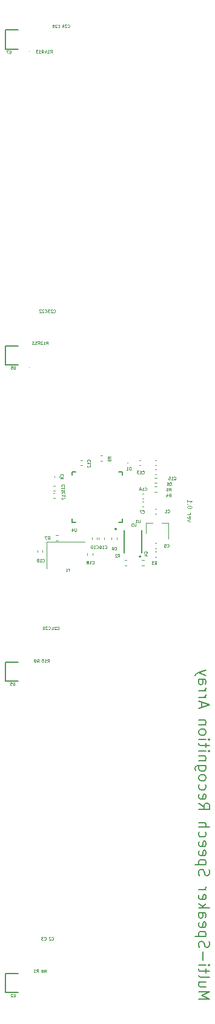
<source format=gbo>
G04 #@! TF.GenerationSoftware,KiCad,Pcbnew,5.1.5+dfsg1-2build2*
G04 #@! TF.CreationDate,2022-02-08T13:34:06-05:00*
G04 #@! TF.ProjectId,mico,6d69636f-2e6b-4696-9361-645f70636258,0.1*
G04 #@! TF.SameCoordinates,Original*
G04 #@! TF.FileFunction,Legend,Bot*
G04 #@! TF.FilePolarity,Positive*
%FSLAX46Y46*%
G04 Gerber Fmt 4.6, Leading zero omitted, Abs format (unit mm)*
G04 Created by KiCad (PCBNEW 5.1.5+dfsg1-2build2) date 2022-02-08 13:34:06*
%MOMM*%
%LPD*%
G04 APERTURE LIST*
%ADD10C,0.060000*%
%ADD11C,0.150000*%
%ADD12C,0.120000*%
%ADD13C,0.127000*%
%ADD14C,0.200000*%
%ADD15C,0.100000*%
%ADD16C,0.050000*%
%ADD17C,0.300000*%
%ADD18R,3.300000X3.300000*%
%ADD19C,1.528000*%
%ADD20R,1.528000X1.528000*%
%ADD21O,3.600000X1.608000*%
%ADD22C,1.200000*%
%ADD23R,1.700000X0.300000*%
%ADD24R,0.400000X0.600000*%
%ADD25R,0.900000X1.000000*%
%ADD26R,1.700000X1.400000*%
%ADD27C,1.000000*%
%ADD28C,0.600000*%
%ADD29R,0.622000X0.825000*%
G04 APERTURE END LIST*
D10*
X143428571Y-113428571D02*
X143028571Y-113285714D01*
X143428571Y-113142857D01*
X143057142Y-112685714D02*
X143028571Y-112742857D01*
X143028571Y-112857142D01*
X143057142Y-112914285D01*
X143114285Y-112942857D01*
X143342857Y-112942857D01*
X143400000Y-112914285D01*
X143428571Y-112857142D01*
X143428571Y-112742857D01*
X143400000Y-112685714D01*
X143342857Y-112657142D01*
X143285714Y-112657142D01*
X143228571Y-112942857D01*
X143028571Y-112400000D02*
X143428571Y-112400000D01*
X143314285Y-112400000D02*
X143371428Y-112371428D01*
X143400000Y-112342857D01*
X143428571Y-112285714D01*
X143428571Y-112228571D01*
X143628571Y-111457142D02*
X143628571Y-111400000D01*
X143600000Y-111342857D01*
X143571428Y-111314285D01*
X143514285Y-111285714D01*
X143400000Y-111257142D01*
X143257142Y-111257142D01*
X143142857Y-111285714D01*
X143085714Y-111314285D01*
X143057142Y-111342857D01*
X143028571Y-111400000D01*
X143028571Y-111457142D01*
X143057142Y-111514285D01*
X143085714Y-111542857D01*
X143142857Y-111571428D01*
X143257142Y-111600000D01*
X143400000Y-111600000D01*
X143514285Y-111571428D01*
X143571428Y-111542857D01*
X143600000Y-111514285D01*
X143628571Y-111457142D01*
X143085714Y-111000000D02*
X143057142Y-110971428D01*
X143028571Y-111000000D01*
X143057142Y-111028571D01*
X143085714Y-111000000D01*
X143028571Y-111000000D01*
X143028571Y-110400000D02*
X143028571Y-110742857D01*
X143028571Y-110571428D02*
X143628571Y-110571428D01*
X143542857Y-110628571D01*
X143485714Y-110685714D01*
X143457142Y-110742857D01*
D11*
X144621428Y-179921428D02*
X146121428Y-179921428D01*
X145050000Y-179421428D01*
X146121428Y-178921428D01*
X144621428Y-178921428D01*
X145621428Y-177564285D02*
X144621428Y-177564285D01*
X145621428Y-178207142D02*
X144835714Y-178207142D01*
X144692857Y-178135714D01*
X144621428Y-177992857D01*
X144621428Y-177778571D01*
X144692857Y-177635714D01*
X144764285Y-177564285D01*
X144621428Y-176635714D02*
X144692857Y-176778571D01*
X144835714Y-176850000D01*
X146121428Y-176850000D01*
X145621428Y-176278571D02*
X145621428Y-175707142D01*
X146121428Y-176064285D02*
X144835714Y-176064285D01*
X144692857Y-175992857D01*
X144621428Y-175850000D01*
X144621428Y-175707142D01*
X144621428Y-175207142D02*
X145621428Y-175207142D01*
X146121428Y-175207142D02*
X146050000Y-175278571D01*
X145978571Y-175207142D01*
X146050000Y-175135714D01*
X146121428Y-175207142D01*
X145978571Y-175207142D01*
X145192857Y-174492857D02*
X145192857Y-173350000D01*
X144692857Y-172707142D02*
X144621428Y-172492857D01*
X144621428Y-172135714D01*
X144692857Y-171992857D01*
X144764285Y-171921428D01*
X144907142Y-171850000D01*
X145050000Y-171850000D01*
X145192857Y-171921428D01*
X145264285Y-171992857D01*
X145335714Y-172135714D01*
X145407142Y-172421428D01*
X145478571Y-172564285D01*
X145550000Y-172635714D01*
X145692857Y-172707142D01*
X145835714Y-172707142D01*
X145978571Y-172635714D01*
X146050000Y-172564285D01*
X146121428Y-172421428D01*
X146121428Y-172064285D01*
X146050000Y-171850000D01*
X145621428Y-171207142D02*
X144121428Y-171207142D01*
X145550000Y-171207142D02*
X145621428Y-171064285D01*
X145621428Y-170778571D01*
X145550000Y-170635714D01*
X145478571Y-170564285D01*
X145335714Y-170492857D01*
X144907142Y-170492857D01*
X144764285Y-170564285D01*
X144692857Y-170635714D01*
X144621428Y-170778571D01*
X144621428Y-171064285D01*
X144692857Y-171207142D01*
X144692857Y-169278571D02*
X144621428Y-169421428D01*
X144621428Y-169707142D01*
X144692857Y-169850000D01*
X144835714Y-169921428D01*
X145407142Y-169921428D01*
X145550000Y-169850000D01*
X145621428Y-169707142D01*
X145621428Y-169421428D01*
X145550000Y-169278571D01*
X145407142Y-169207142D01*
X145264285Y-169207142D01*
X145121428Y-169921428D01*
X144621428Y-167921428D02*
X145407142Y-167921428D01*
X145550000Y-167992857D01*
X145621428Y-168135714D01*
X145621428Y-168421428D01*
X145550000Y-168564285D01*
X144692857Y-167921428D02*
X144621428Y-168064285D01*
X144621428Y-168421428D01*
X144692857Y-168564285D01*
X144835714Y-168635714D01*
X144978571Y-168635714D01*
X145121428Y-168564285D01*
X145192857Y-168421428D01*
X145192857Y-168064285D01*
X145264285Y-167921428D01*
X144621428Y-167207142D02*
X146121428Y-167207142D01*
X145192857Y-167064285D02*
X144621428Y-166635714D01*
X145621428Y-166635714D02*
X145050000Y-167207142D01*
X144692857Y-165421428D02*
X144621428Y-165564285D01*
X144621428Y-165850000D01*
X144692857Y-165992857D01*
X144835714Y-166064285D01*
X145407142Y-166064285D01*
X145550000Y-165992857D01*
X145621428Y-165850000D01*
X145621428Y-165564285D01*
X145550000Y-165421428D01*
X145407142Y-165350000D01*
X145264285Y-165350000D01*
X145121428Y-166064285D01*
X144621428Y-164707142D02*
X145621428Y-164707142D01*
X145335714Y-164707142D02*
X145478571Y-164635714D01*
X145550000Y-164564285D01*
X145621428Y-164421428D01*
X145621428Y-164278571D01*
X144692857Y-162707142D02*
X144621428Y-162492857D01*
X144621428Y-162135714D01*
X144692857Y-161992857D01*
X144764285Y-161921428D01*
X144907142Y-161850000D01*
X145050000Y-161850000D01*
X145192857Y-161921428D01*
X145264285Y-161992857D01*
X145335714Y-162135714D01*
X145407142Y-162421428D01*
X145478571Y-162564285D01*
X145550000Y-162635714D01*
X145692857Y-162707142D01*
X145835714Y-162707142D01*
X145978571Y-162635714D01*
X146050000Y-162564285D01*
X146121428Y-162421428D01*
X146121428Y-162064285D01*
X146050000Y-161850000D01*
X145621428Y-161207142D02*
X144121428Y-161207142D01*
X145550000Y-161207142D02*
X145621428Y-161064285D01*
X145621428Y-160778571D01*
X145550000Y-160635714D01*
X145478571Y-160564285D01*
X145335714Y-160492857D01*
X144907142Y-160492857D01*
X144764285Y-160564285D01*
X144692857Y-160635714D01*
X144621428Y-160778571D01*
X144621428Y-161064285D01*
X144692857Y-161207142D01*
X144692857Y-159278571D02*
X144621428Y-159421428D01*
X144621428Y-159707142D01*
X144692857Y-159850000D01*
X144835714Y-159921428D01*
X145407142Y-159921428D01*
X145550000Y-159850000D01*
X145621428Y-159707142D01*
X145621428Y-159421428D01*
X145550000Y-159278571D01*
X145407142Y-159207142D01*
X145264285Y-159207142D01*
X145121428Y-159921428D01*
X144692857Y-157992857D02*
X144621428Y-158135714D01*
X144621428Y-158421428D01*
X144692857Y-158564285D01*
X144835714Y-158635714D01*
X145407142Y-158635714D01*
X145550000Y-158564285D01*
X145621428Y-158421428D01*
X145621428Y-158135714D01*
X145550000Y-157992857D01*
X145407142Y-157921428D01*
X145264285Y-157921428D01*
X145121428Y-158635714D01*
X144692857Y-156635714D02*
X144621428Y-156778571D01*
X144621428Y-157064285D01*
X144692857Y-157207142D01*
X144764285Y-157278571D01*
X144907142Y-157350000D01*
X145335714Y-157350000D01*
X145478571Y-157278571D01*
X145550000Y-157207142D01*
X145621428Y-157064285D01*
X145621428Y-156778571D01*
X145550000Y-156635714D01*
X144621428Y-155992857D02*
X146121428Y-155992857D01*
X144621428Y-155350000D02*
X145407142Y-155350000D01*
X145550000Y-155421428D01*
X145621428Y-155564285D01*
X145621428Y-155778571D01*
X145550000Y-155921428D01*
X145478571Y-155992857D01*
X144621428Y-152635714D02*
X145335714Y-153135714D01*
X144621428Y-153492857D02*
X146121428Y-153492857D01*
X146121428Y-152921428D01*
X146050000Y-152778571D01*
X145978571Y-152707142D01*
X145835714Y-152635714D01*
X145621428Y-152635714D01*
X145478571Y-152707142D01*
X145407142Y-152778571D01*
X145335714Y-152921428D01*
X145335714Y-153492857D01*
X144692857Y-151421428D02*
X144621428Y-151564285D01*
X144621428Y-151850000D01*
X144692857Y-151992857D01*
X144835714Y-152064285D01*
X145407142Y-152064285D01*
X145550000Y-151992857D01*
X145621428Y-151850000D01*
X145621428Y-151564285D01*
X145550000Y-151421428D01*
X145407142Y-151350000D01*
X145264285Y-151350000D01*
X145121428Y-152064285D01*
X144692857Y-150064285D02*
X144621428Y-150207142D01*
X144621428Y-150492857D01*
X144692857Y-150635714D01*
X144764285Y-150707142D01*
X144907142Y-150778571D01*
X145335714Y-150778571D01*
X145478571Y-150707142D01*
X145550000Y-150635714D01*
X145621428Y-150492857D01*
X145621428Y-150207142D01*
X145550000Y-150064285D01*
X144621428Y-149207142D02*
X144692857Y-149350000D01*
X144764285Y-149421428D01*
X144907142Y-149492857D01*
X145335714Y-149492857D01*
X145478571Y-149421428D01*
X145550000Y-149350000D01*
X145621428Y-149207142D01*
X145621428Y-148992857D01*
X145550000Y-148850000D01*
X145478571Y-148778571D01*
X145335714Y-148707142D01*
X144907142Y-148707142D01*
X144764285Y-148778571D01*
X144692857Y-148850000D01*
X144621428Y-148992857D01*
X144621428Y-149207142D01*
X145621428Y-147421428D02*
X144407142Y-147421428D01*
X144264285Y-147492857D01*
X144192857Y-147564285D01*
X144121428Y-147707142D01*
X144121428Y-147921428D01*
X144192857Y-148064285D01*
X144692857Y-147421428D02*
X144621428Y-147564285D01*
X144621428Y-147850000D01*
X144692857Y-147992857D01*
X144764285Y-148064285D01*
X144907142Y-148135714D01*
X145335714Y-148135714D01*
X145478571Y-148064285D01*
X145550000Y-147992857D01*
X145621428Y-147850000D01*
X145621428Y-147564285D01*
X145550000Y-147421428D01*
X145621428Y-146707142D02*
X144621428Y-146707142D01*
X145478571Y-146707142D02*
X145550000Y-146635714D01*
X145621428Y-146492857D01*
X145621428Y-146278571D01*
X145550000Y-146135714D01*
X145407142Y-146064285D01*
X144621428Y-146064285D01*
X144621428Y-145350000D02*
X145621428Y-145350000D01*
X146121428Y-145350000D02*
X146050000Y-145421428D01*
X145978571Y-145350000D01*
X146050000Y-145278571D01*
X146121428Y-145350000D01*
X145978571Y-145350000D01*
X145621428Y-144850000D02*
X145621428Y-144278571D01*
X146121428Y-144635714D02*
X144835714Y-144635714D01*
X144692857Y-144564285D01*
X144621428Y-144421428D01*
X144621428Y-144278571D01*
X144621428Y-143778571D02*
X145621428Y-143778571D01*
X146121428Y-143778571D02*
X146050000Y-143850000D01*
X145978571Y-143778571D01*
X146050000Y-143707142D01*
X146121428Y-143778571D01*
X145978571Y-143778571D01*
X144621428Y-142850000D02*
X144692857Y-142992857D01*
X144764285Y-143064285D01*
X144907142Y-143135714D01*
X145335714Y-143135714D01*
X145478571Y-143064285D01*
X145550000Y-142992857D01*
X145621428Y-142850000D01*
X145621428Y-142635714D01*
X145550000Y-142492857D01*
X145478571Y-142421428D01*
X145335714Y-142350000D01*
X144907142Y-142350000D01*
X144764285Y-142421428D01*
X144692857Y-142492857D01*
X144621428Y-142635714D01*
X144621428Y-142850000D01*
X145621428Y-141707142D02*
X144621428Y-141707142D01*
X145478571Y-141707142D02*
X145550000Y-141635714D01*
X145621428Y-141492857D01*
X145621428Y-141278571D01*
X145550000Y-141135714D01*
X145407142Y-141064285D01*
X144621428Y-141064285D01*
X145050000Y-139278571D02*
X145050000Y-138564285D01*
X144621428Y-139421428D02*
X146121428Y-138921428D01*
X144621428Y-138421428D01*
X144621428Y-137921428D02*
X145621428Y-137921428D01*
X145335714Y-137921428D02*
X145478571Y-137850000D01*
X145550000Y-137778571D01*
X145621428Y-137635714D01*
X145621428Y-137492857D01*
X144621428Y-136992857D02*
X145621428Y-136992857D01*
X145335714Y-136992857D02*
X145478571Y-136921428D01*
X145550000Y-136850000D01*
X145621428Y-136707142D01*
X145621428Y-136564285D01*
X144621428Y-135421428D02*
X145407142Y-135421428D01*
X145550000Y-135492857D01*
X145621428Y-135635714D01*
X145621428Y-135921428D01*
X145550000Y-136064285D01*
X144692857Y-135421428D02*
X144621428Y-135564285D01*
X144621428Y-135921428D01*
X144692857Y-136064285D01*
X144835714Y-136135714D01*
X144978571Y-136135714D01*
X145121428Y-136064285D01*
X145192857Y-135921428D01*
X145192857Y-135564285D01*
X145264285Y-135421428D01*
X145621428Y-134850000D02*
X144621428Y-134492857D01*
X145621428Y-134135714D02*
X144621428Y-134492857D01*
X144264285Y-134635714D01*
X144192857Y-134707142D01*
X144121428Y-134850000D01*
D12*
X131153641Y-104268000D02*
X130846359Y-104268000D01*
X131153641Y-105028000D02*
X130846359Y-105028000D01*
D13*
X133900000Y-113500000D02*
X133420000Y-113500000D01*
X126900000Y-113500000D02*
X127380000Y-113500000D01*
X133900000Y-106500000D02*
X133420000Y-106500000D01*
X126900000Y-106500000D02*
X127380000Y-106500000D01*
X133900000Y-113500000D02*
X133900000Y-113020000D01*
X126900000Y-113500000D02*
X126900000Y-113020000D01*
X133900000Y-106500000D02*
X133900000Y-106980000D01*
X126900000Y-106500000D02*
X126900000Y-106980000D01*
D14*
X133100000Y-114475000D02*
G75*
G03X133100000Y-114475000I-100000J0D01*
G01*
X136500000Y-118300000D02*
G75*
G03X136500000Y-118300000I-100000J0D01*
G01*
D13*
X136639000Y-117750000D02*
X136639000Y-114650000D01*
X134161000Y-117750000D02*
X134161000Y-114650000D01*
D12*
X137220000Y-113640000D02*
X137220000Y-115100000D01*
X140380000Y-113640000D02*
X140380000Y-115800000D01*
X140380000Y-113640000D02*
X139450000Y-113640000D01*
X137220000Y-113640000D02*
X138150000Y-113640000D01*
X138492164Y-117640000D02*
X138707836Y-117640000D01*
X138492164Y-118360000D02*
X138707836Y-118360000D01*
X129040000Y-117892164D02*
X129040000Y-118107836D01*
X129760000Y-117892164D02*
X129760000Y-118107836D01*
X124507836Y-109440000D02*
X124292164Y-109440000D01*
X124507836Y-110160000D02*
X124292164Y-110160000D01*
X130408000Y-115692164D02*
X130408000Y-115907836D01*
X129688000Y-115692164D02*
X129688000Y-115907836D01*
X136953641Y-118820000D02*
X136646359Y-118820000D01*
X136953641Y-119580000D02*
X136646359Y-119580000D01*
X138492164Y-106860000D02*
X138707836Y-106860000D01*
X138492164Y-106140000D02*
X138707836Y-106140000D01*
X132440000Y-115692164D02*
X132440000Y-115907836D01*
X133160000Y-115692164D02*
X133160000Y-115907836D01*
X124507836Y-108440000D02*
X124292164Y-108440000D01*
X124507836Y-109160000D02*
X124292164Y-109160000D01*
X138446359Y-108520000D02*
X138753641Y-108520000D01*
X138446359Y-109280000D02*
X138753641Y-109280000D01*
X124953641Y-115317000D02*
X124646359Y-115317000D01*
X124953641Y-116077000D02*
X124646359Y-116077000D01*
X128307836Y-105610000D02*
X128092164Y-105610000D01*
X128307836Y-104890000D02*
X128092164Y-104890000D01*
X138707836Y-111640000D02*
X138492164Y-111640000D01*
X138707836Y-112360000D02*
X138492164Y-112360000D01*
X125160000Y-107307836D02*
X125160000Y-107092164D01*
X124440000Y-107307836D02*
X124440000Y-107092164D01*
X136292164Y-105610000D02*
X136507836Y-105610000D01*
X136292164Y-104890000D02*
X136507836Y-104890000D01*
X138492164Y-105610000D02*
X138707836Y-105610000D01*
X138492164Y-104890000D02*
X138707836Y-104890000D01*
X123350000Y-119960000D02*
X123350000Y-116260000D01*
X123350000Y-116260000D02*
X128650000Y-116260000D01*
X136692164Y-110640000D02*
X136907836Y-110640000D01*
X136692164Y-111360000D02*
X136907836Y-111360000D01*
X131360000Y-115692164D02*
X131360000Y-115907836D01*
X130640000Y-115692164D02*
X130640000Y-115907836D01*
X136692164Y-109540000D02*
X136907836Y-109540000D01*
X136692164Y-110260000D02*
X136907836Y-110260000D01*
X134553641Y-119580000D02*
X134246359Y-119580000D01*
X134553641Y-118820000D02*
X134246359Y-118820000D01*
D15*
X134740000Y-105250000D02*
G75*
G03X134740000Y-105250000I-50000J0D01*
G01*
D12*
X138446359Y-107320000D02*
X138753641Y-107320000D01*
X138446359Y-108080000D02*
X138753641Y-108080000D01*
X138492164Y-116440000D02*
X138707836Y-116440000D01*
X138492164Y-117160000D02*
X138707836Y-117160000D01*
X122040000Y-117681836D02*
X122040000Y-117466164D01*
X122760000Y-117681836D02*
X122760000Y-117466164D01*
D13*
X119337500Y-176343750D02*
X117611500Y-176343750D01*
X117611500Y-176343750D02*
X117611500Y-178993750D01*
X117611500Y-178993750D02*
X119337500Y-178993750D01*
D15*
X120946500Y-179319750D02*
G75*
G03X120946500Y-179319750I-50000J0D01*
G01*
X120959000Y-135976000D02*
G75*
G03X120959000Y-135976000I-50000J0D01*
G01*
D13*
X117624000Y-135650000D02*
X119350000Y-135650000D01*
X117624000Y-133000000D02*
X117624000Y-135650000D01*
X119350000Y-133000000D02*
X117624000Y-133000000D01*
X119350000Y-89000000D02*
X117624000Y-89000000D01*
X117624000Y-89000000D02*
X117624000Y-91650000D01*
X117624000Y-91650000D02*
X119350000Y-91650000D01*
D15*
X120959000Y-91976000D02*
G75*
G03X120959000Y-91976000I-50000J0D01*
G01*
X120959000Y-47976000D02*
G75*
G03X120959000Y-47976000I-50000J0D01*
G01*
D13*
X117624000Y-47650000D02*
X119350000Y-47650000D01*
X117624000Y-45000000D02*
X117624000Y-47650000D01*
X119350000Y-45000000D02*
X117624000Y-45000000D01*
D16*
X132286352Y-104632133D02*
X132095876Y-104498800D01*
X132286352Y-104403561D02*
X131886352Y-104403561D01*
X131886352Y-104555942D01*
X131905400Y-104594038D01*
X131924447Y-104613085D01*
X131962542Y-104632133D01*
X132019685Y-104632133D01*
X132057780Y-104613085D01*
X132076828Y-104594038D01*
X132095876Y-104555942D01*
X132095876Y-104403561D01*
X131886352Y-104974990D02*
X131886352Y-104898800D01*
X131905400Y-104860704D01*
X131924447Y-104841657D01*
X131981590Y-104803561D01*
X132057780Y-104784514D01*
X132210161Y-104784514D01*
X132248257Y-104803561D01*
X132267304Y-104822609D01*
X132286352Y-104860704D01*
X132286352Y-104936895D01*
X132267304Y-104974990D01*
X132248257Y-104994038D01*
X132210161Y-105013085D01*
X132114923Y-105013085D01*
X132076828Y-104994038D01*
X132057780Y-104974990D01*
X132038733Y-104936895D01*
X132038733Y-104860704D01*
X132057780Y-104822609D01*
X132076828Y-104803561D01*
X132114923Y-104784514D01*
X127504761Y-114380952D02*
X127504761Y-114704761D01*
X127485714Y-114742857D01*
X127466666Y-114761904D01*
X127428571Y-114780952D01*
X127352380Y-114780952D01*
X127314285Y-114761904D01*
X127295238Y-114742857D01*
X127276190Y-114704761D01*
X127276190Y-114380952D01*
X126914285Y-114514285D02*
X126914285Y-114780952D01*
X127009523Y-114361904D02*
X127104761Y-114647619D01*
X126857142Y-114647619D01*
X135804761Y-113680952D02*
X135804761Y-114004761D01*
X135785714Y-114042857D01*
X135766666Y-114061904D01*
X135728571Y-114080952D01*
X135652380Y-114080952D01*
X135614285Y-114061904D01*
X135595238Y-114042857D01*
X135576190Y-114004761D01*
X135576190Y-113680952D01*
X135423809Y-113680952D02*
X135176190Y-113680952D01*
X135309523Y-113833333D01*
X135252380Y-113833333D01*
X135214285Y-113852380D01*
X135195238Y-113871428D01*
X135176190Y-113909523D01*
X135176190Y-114004761D01*
X135195238Y-114042857D01*
X135214285Y-114061904D01*
X135252380Y-114080952D01*
X135366666Y-114080952D01*
X135404761Y-114061904D01*
X135423809Y-114042857D01*
X136404761Y-113180952D02*
X136404761Y-113504761D01*
X136385714Y-113542857D01*
X136366666Y-113561904D01*
X136328571Y-113580952D01*
X136252380Y-113580952D01*
X136214285Y-113561904D01*
X136195238Y-113542857D01*
X136176190Y-113504761D01*
X136176190Y-113180952D01*
X135776190Y-113580952D02*
X136004761Y-113580952D01*
X135890476Y-113580952D02*
X135890476Y-113180952D01*
X135928571Y-113238095D01*
X135966666Y-113276190D01*
X136004761Y-113295238D01*
X137342857Y-117833333D02*
X137361904Y-117814285D01*
X137380952Y-117757142D01*
X137380952Y-117719047D01*
X137361904Y-117661904D01*
X137323809Y-117623809D01*
X137285714Y-117604761D01*
X137209523Y-117585714D01*
X137152380Y-117585714D01*
X137076190Y-117604761D01*
X137038095Y-117623809D01*
X137000000Y-117661904D01*
X136980952Y-117719047D01*
X136980952Y-117757142D01*
X137000000Y-117814285D01*
X137019047Y-117833333D01*
X137114285Y-118176190D02*
X137380952Y-118176190D01*
X136961904Y-118080952D02*
X137247619Y-117985714D01*
X137247619Y-118233333D01*
X129720942Y-119294257D02*
X129739990Y-119313304D01*
X129797133Y-119332352D01*
X129835228Y-119332352D01*
X129892371Y-119313304D01*
X129930466Y-119275209D01*
X129949514Y-119237114D01*
X129968561Y-119160923D01*
X129968561Y-119103780D01*
X129949514Y-119027590D01*
X129930466Y-118989495D01*
X129892371Y-118951400D01*
X129835228Y-118932352D01*
X129797133Y-118932352D01*
X129739990Y-118951400D01*
X129720942Y-118970447D01*
X129339990Y-119332352D02*
X129568561Y-119332352D01*
X129454276Y-119332352D02*
X129454276Y-118932352D01*
X129492371Y-118989495D01*
X129530466Y-119027590D01*
X129568561Y-119046638D01*
X129111419Y-119103780D02*
X129149514Y-119084733D01*
X129168561Y-119065685D01*
X129187609Y-119027590D01*
X129187609Y-119008542D01*
X129168561Y-118970447D01*
X129149514Y-118951400D01*
X129111419Y-118932352D01*
X129035228Y-118932352D01*
X128997133Y-118951400D01*
X128978085Y-118970447D01*
X128959038Y-119008542D01*
X128959038Y-119027590D01*
X128978085Y-119065685D01*
X128997133Y-119084733D01*
X129035228Y-119103780D01*
X129111419Y-119103780D01*
X129149514Y-119122828D01*
X129168561Y-119141876D01*
X129187609Y-119179971D01*
X129187609Y-119256161D01*
X129168561Y-119294257D01*
X129149514Y-119313304D01*
X129111419Y-119332352D01*
X129035228Y-119332352D01*
X128997133Y-119313304D01*
X128978085Y-119294257D01*
X128959038Y-119256161D01*
X128959038Y-119179971D01*
X128978085Y-119141876D01*
X128997133Y-119122828D01*
X129035228Y-119103780D01*
X125822057Y-109572457D02*
X125841104Y-109553409D01*
X125860152Y-109496266D01*
X125860152Y-109458171D01*
X125841104Y-109401028D01*
X125803009Y-109362933D01*
X125764914Y-109343885D01*
X125688723Y-109324838D01*
X125631580Y-109324838D01*
X125555390Y-109343885D01*
X125517295Y-109362933D01*
X125479200Y-109401028D01*
X125460152Y-109458171D01*
X125460152Y-109496266D01*
X125479200Y-109553409D01*
X125498247Y-109572457D01*
X125860152Y-109953409D02*
X125860152Y-109724838D01*
X125860152Y-109839123D02*
X125460152Y-109839123D01*
X125517295Y-109801028D01*
X125555390Y-109762933D01*
X125574438Y-109724838D01*
X125460152Y-110086742D02*
X125460152Y-110353409D01*
X125860152Y-110181980D01*
X130305142Y-117109857D02*
X130324190Y-117128904D01*
X130381333Y-117147952D01*
X130419428Y-117147952D01*
X130476571Y-117128904D01*
X130514666Y-117090809D01*
X130533714Y-117052714D01*
X130552761Y-116976523D01*
X130552761Y-116919380D01*
X130533714Y-116843190D01*
X130514666Y-116805095D01*
X130476571Y-116767000D01*
X130419428Y-116747952D01*
X130381333Y-116747952D01*
X130324190Y-116767000D01*
X130305142Y-116786047D01*
X129924190Y-117147952D02*
X130152761Y-117147952D01*
X130038476Y-117147952D02*
X130038476Y-116747952D01*
X130076571Y-116805095D01*
X130114666Y-116843190D01*
X130152761Y-116862238D01*
X129676571Y-116747952D02*
X129638476Y-116747952D01*
X129600380Y-116767000D01*
X129581333Y-116786047D01*
X129562285Y-116824142D01*
X129543238Y-116900333D01*
X129543238Y-116995571D01*
X129562285Y-117071761D01*
X129581333Y-117109857D01*
X129600380Y-117128904D01*
X129638476Y-117147952D01*
X129676571Y-117147952D01*
X129714666Y-117128904D01*
X129733714Y-117109857D01*
X129752761Y-117071761D01*
X129771809Y-116995571D01*
X129771809Y-116900333D01*
X129752761Y-116824142D01*
X129733714Y-116786047D01*
X129714666Y-116767000D01*
X129676571Y-116747952D01*
X138466666Y-119380952D02*
X138600000Y-119190476D01*
X138695238Y-119380952D02*
X138695238Y-118980952D01*
X138542857Y-118980952D01*
X138504761Y-119000000D01*
X138485714Y-119019047D01*
X138466666Y-119057142D01*
X138466666Y-119114285D01*
X138485714Y-119152380D01*
X138504761Y-119171428D01*
X138542857Y-119190476D01*
X138695238Y-119190476D01*
X138333333Y-118980952D02*
X138085714Y-118980952D01*
X138219047Y-119133333D01*
X138161904Y-119133333D01*
X138123809Y-119152380D01*
X138104761Y-119171428D01*
X138085714Y-119209523D01*
X138085714Y-119304761D01*
X138104761Y-119342857D01*
X138123809Y-119361904D01*
X138161904Y-119380952D01*
X138276190Y-119380952D01*
X138314285Y-119361904D01*
X138333333Y-119342857D01*
X140566666Y-108342857D02*
X140585714Y-108361904D01*
X140642857Y-108380952D01*
X140680952Y-108380952D01*
X140738095Y-108361904D01*
X140776190Y-108323809D01*
X140795238Y-108285714D01*
X140814285Y-108209523D01*
X140814285Y-108152380D01*
X140795238Y-108076190D01*
X140776190Y-108038095D01*
X140738095Y-108000000D01*
X140680952Y-107980952D01*
X140642857Y-107980952D01*
X140585714Y-108000000D01*
X140566666Y-108019047D01*
X140223809Y-107980952D02*
X140300000Y-107980952D01*
X140338095Y-108000000D01*
X140357142Y-108019047D01*
X140395238Y-108076190D01*
X140414285Y-108152380D01*
X140414285Y-108304761D01*
X140395238Y-108342857D01*
X140376190Y-108361904D01*
X140338095Y-108380952D01*
X140261904Y-108380952D01*
X140223809Y-108361904D01*
X140204761Y-108342857D01*
X140185714Y-108304761D01*
X140185714Y-108209523D01*
X140204761Y-108171428D01*
X140223809Y-108152380D01*
X140261904Y-108133333D01*
X140338095Y-108133333D01*
X140376190Y-108152380D01*
X140395238Y-108171428D01*
X140414285Y-108209523D01*
X132866666Y-117342857D02*
X132885714Y-117361904D01*
X132942857Y-117380952D01*
X132980952Y-117380952D01*
X133038095Y-117361904D01*
X133076190Y-117323809D01*
X133095238Y-117285714D01*
X133114285Y-117209523D01*
X133114285Y-117152380D01*
X133095238Y-117076190D01*
X133076190Y-117038095D01*
X133038095Y-117000000D01*
X132980952Y-116980952D01*
X132942857Y-116980952D01*
X132885714Y-117000000D01*
X132866666Y-117019047D01*
X132676190Y-117380952D02*
X132600000Y-117380952D01*
X132561904Y-117361904D01*
X132542857Y-117342857D01*
X132504761Y-117285714D01*
X132485714Y-117209523D01*
X132485714Y-117057142D01*
X132504761Y-117019047D01*
X132523809Y-117000000D01*
X132561904Y-116980952D01*
X132638095Y-116980952D01*
X132676190Y-117000000D01*
X132695238Y-117019047D01*
X132714285Y-117057142D01*
X132714285Y-117152380D01*
X132695238Y-117190476D01*
X132676190Y-117209523D01*
X132638095Y-117228571D01*
X132561904Y-117228571D01*
X132523809Y-117209523D01*
X132504761Y-117190476D01*
X132485714Y-117152380D01*
X125771257Y-108505657D02*
X125790304Y-108486609D01*
X125809352Y-108429466D01*
X125809352Y-108391371D01*
X125790304Y-108334228D01*
X125752209Y-108296133D01*
X125714114Y-108277085D01*
X125637923Y-108258038D01*
X125580780Y-108258038D01*
X125504590Y-108277085D01*
X125466495Y-108296133D01*
X125428400Y-108334228D01*
X125409352Y-108391371D01*
X125409352Y-108429466D01*
X125428400Y-108486609D01*
X125447447Y-108505657D01*
X125809352Y-108886609D02*
X125809352Y-108658038D01*
X125809352Y-108772323D02*
X125409352Y-108772323D01*
X125466495Y-108734228D01*
X125504590Y-108696133D01*
X125523638Y-108658038D01*
X125809352Y-109267561D02*
X125809352Y-109038990D01*
X125809352Y-109153276D02*
X125409352Y-109153276D01*
X125466495Y-109115180D01*
X125504590Y-109077085D01*
X125523638Y-109038990D01*
X140466666Y-109980952D02*
X140600000Y-109790476D01*
X140695238Y-109980952D02*
X140695238Y-109580952D01*
X140542857Y-109580952D01*
X140504761Y-109600000D01*
X140485714Y-109619047D01*
X140466666Y-109657142D01*
X140466666Y-109714285D01*
X140485714Y-109752380D01*
X140504761Y-109771428D01*
X140542857Y-109790476D01*
X140695238Y-109790476D01*
X140123809Y-109714285D02*
X140123809Y-109980952D01*
X140219047Y-109561904D02*
X140314285Y-109847619D01*
X140066666Y-109847619D01*
X123510666Y-115903352D02*
X123644000Y-115712876D01*
X123739238Y-115903352D02*
X123739238Y-115503352D01*
X123586857Y-115503352D01*
X123548761Y-115522400D01*
X123529714Y-115541447D01*
X123510666Y-115579542D01*
X123510666Y-115636685D01*
X123529714Y-115674780D01*
X123548761Y-115693828D01*
X123586857Y-115712876D01*
X123739238Y-115712876D01*
X123377333Y-115503352D02*
X123110666Y-115503352D01*
X123282095Y-115903352D01*
X129403457Y-105076657D02*
X129422504Y-105057609D01*
X129441552Y-105000466D01*
X129441552Y-104962371D01*
X129422504Y-104905228D01*
X129384409Y-104867133D01*
X129346314Y-104848085D01*
X129270123Y-104829038D01*
X129212980Y-104829038D01*
X129136790Y-104848085D01*
X129098695Y-104867133D01*
X129060600Y-104905228D01*
X129041552Y-104962371D01*
X129041552Y-105000466D01*
X129060600Y-105057609D01*
X129079647Y-105076657D01*
X129441552Y-105457609D02*
X129441552Y-105229038D01*
X129441552Y-105343323D02*
X129041552Y-105343323D01*
X129098695Y-105305228D01*
X129136790Y-105267133D01*
X129155838Y-105229038D01*
X129079647Y-105609990D02*
X129060600Y-105629038D01*
X129041552Y-105667133D01*
X129041552Y-105762371D01*
X129060600Y-105800466D01*
X129079647Y-105819514D01*
X129117742Y-105838561D01*
X129155838Y-105838561D01*
X129212980Y-105819514D01*
X129441552Y-105590942D01*
X129441552Y-105838561D01*
X140266666Y-112142857D02*
X140285714Y-112161904D01*
X140342857Y-112180952D01*
X140380952Y-112180952D01*
X140438095Y-112161904D01*
X140476190Y-112123809D01*
X140495238Y-112085714D01*
X140514285Y-112009523D01*
X140514285Y-111952380D01*
X140495238Y-111876190D01*
X140476190Y-111838095D01*
X140438095Y-111800000D01*
X140380952Y-111780952D01*
X140342857Y-111780952D01*
X140285714Y-111800000D01*
X140266666Y-111819047D01*
X139885714Y-112180952D02*
X140114285Y-112180952D01*
X140000000Y-112180952D02*
X140000000Y-111780952D01*
X140038095Y-111838095D01*
X140076190Y-111876190D01*
X140114285Y-111895238D01*
X125618857Y-107095933D02*
X125637904Y-107076885D01*
X125656952Y-107019742D01*
X125656952Y-106981647D01*
X125637904Y-106924504D01*
X125599809Y-106886409D01*
X125561714Y-106867361D01*
X125485523Y-106848314D01*
X125428380Y-106848314D01*
X125352190Y-106867361D01*
X125314095Y-106886409D01*
X125276000Y-106924504D01*
X125256952Y-106981647D01*
X125256952Y-107019742D01*
X125276000Y-107076885D01*
X125295047Y-107095933D01*
X125428380Y-107324504D02*
X125409333Y-107286409D01*
X125390285Y-107267361D01*
X125352190Y-107248314D01*
X125333142Y-107248314D01*
X125295047Y-107267361D01*
X125276000Y-107286409D01*
X125256952Y-107324504D01*
X125256952Y-107400695D01*
X125276000Y-107438790D01*
X125295047Y-107457838D01*
X125333142Y-107476885D01*
X125352190Y-107476885D01*
X125390285Y-107457838D01*
X125409333Y-107438790D01*
X125428380Y-107400695D01*
X125428380Y-107324504D01*
X125447428Y-107286409D01*
X125466476Y-107267361D01*
X125504571Y-107248314D01*
X125580761Y-107248314D01*
X125618857Y-107267361D01*
X125637904Y-107286409D01*
X125656952Y-107324504D01*
X125656952Y-107400695D01*
X125637904Y-107438790D01*
X125618857Y-107457838D01*
X125580761Y-107476885D01*
X125504571Y-107476885D01*
X125466476Y-107457838D01*
X125447428Y-107438790D01*
X125428380Y-107400695D01*
X136757142Y-106742857D02*
X136776190Y-106761904D01*
X136833333Y-106780952D01*
X136871428Y-106780952D01*
X136928571Y-106761904D01*
X136966666Y-106723809D01*
X136985714Y-106685714D01*
X137004761Y-106609523D01*
X137004761Y-106552380D01*
X136985714Y-106476190D01*
X136966666Y-106438095D01*
X136928571Y-106400000D01*
X136871428Y-106380952D01*
X136833333Y-106380952D01*
X136776190Y-106400000D01*
X136757142Y-106419047D01*
X136376190Y-106780952D02*
X136604761Y-106780952D01*
X136490476Y-106780952D02*
X136490476Y-106380952D01*
X136528571Y-106438095D01*
X136566666Y-106476190D01*
X136604761Y-106495238D01*
X136242857Y-106380952D02*
X135995238Y-106380952D01*
X136128571Y-106533333D01*
X136071428Y-106533333D01*
X136033333Y-106552380D01*
X136014285Y-106571428D01*
X135995238Y-106609523D01*
X135995238Y-106704761D01*
X136014285Y-106742857D01*
X136033333Y-106761904D01*
X136071428Y-106780952D01*
X136185714Y-106780952D01*
X136223809Y-106761904D01*
X136242857Y-106742857D01*
X141157142Y-107542857D02*
X141176190Y-107561904D01*
X141233333Y-107580952D01*
X141271428Y-107580952D01*
X141328571Y-107561904D01*
X141366666Y-107523809D01*
X141385714Y-107485714D01*
X141404761Y-107409523D01*
X141404761Y-107352380D01*
X141385714Y-107276190D01*
X141366666Y-107238095D01*
X141328571Y-107200000D01*
X141271428Y-107180952D01*
X141233333Y-107180952D01*
X141176190Y-107200000D01*
X141157142Y-107219047D01*
X140776190Y-107580952D02*
X141004761Y-107580952D01*
X140890476Y-107580952D02*
X140890476Y-107180952D01*
X140928571Y-107238095D01*
X140966666Y-107276190D01*
X141004761Y-107295238D01*
X140414285Y-107180952D02*
X140604761Y-107180952D01*
X140623809Y-107371428D01*
X140604761Y-107352380D01*
X140566666Y-107333333D01*
X140471428Y-107333333D01*
X140433333Y-107352380D01*
X140414285Y-107371428D01*
X140395238Y-107409523D01*
X140395238Y-107504761D01*
X140414285Y-107542857D01*
X140433333Y-107561904D01*
X140471428Y-107580952D01*
X140566666Y-107580952D01*
X140604761Y-107561904D01*
X140623809Y-107542857D01*
X126504676Y-120157876D02*
X126504676Y-120348352D01*
X126638009Y-119948352D02*
X126504676Y-120157876D01*
X126371342Y-119948352D01*
X126028485Y-120348352D02*
X126257057Y-120348352D01*
X126142771Y-120348352D02*
X126142771Y-119948352D01*
X126180866Y-120005495D01*
X126218961Y-120043590D01*
X126257057Y-120062638D01*
X136766666Y-112242857D02*
X136785714Y-112261904D01*
X136842857Y-112280952D01*
X136880952Y-112280952D01*
X136938095Y-112261904D01*
X136976190Y-112223809D01*
X136995238Y-112185714D01*
X137014285Y-112109523D01*
X137014285Y-112052380D01*
X136995238Y-111976190D01*
X136976190Y-111938095D01*
X136938095Y-111900000D01*
X136880952Y-111880952D01*
X136842857Y-111880952D01*
X136785714Y-111900000D01*
X136766666Y-111919047D01*
X136633333Y-111880952D02*
X136366666Y-111880952D01*
X136538095Y-112280952D01*
X131498942Y-117109857D02*
X131517990Y-117128904D01*
X131575133Y-117147952D01*
X131613228Y-117147952D01*
X131670371Y-117128904D01*
X131708466Y-117090809D01*
X131727514Y-117052714D01*
X131746561Y-116976523D01*
X131746561Y-116919380D01*
X131727514Y-116843190D01*
X131708466Y-116805095D01*
X131670371Y-116767000D01*
X131613228Y-116747952D01*
X131575133Y-116747952D01*
X131517990Y-116767000D01*
X131498942Y-116786047D01*
X131117990Y-117147952D02*
X131346561Y-117147952D01*
X131232276Y-117147952D02*
X131232276Y-116747952D01*
X131270371Y-116805095D01*
X131308466Y-116843190D01*
X131346561Y-116862238D01*
X130775133Y-116747952D02*
X130851323Y-116747952D01*
X130889419Y-116767000D01*
X130908466Y-116786047D01*
X130946561Y-116843190D01*
X130965609Y-116919380D01*
X130965609Y-117071761D01*
X130946561Y-117109857D01*
X130927514Y-117128904D01*
X130889419Y-117147952D01*
X130813228Y-117147952D01*
X130775133Y-117128904D01*
X130756085Y-117109857D01*
X130737038Y-117071761D01*
X130737038Y-116976523D01*
X130756085Y-116938428D01*
X130775133Y-116919380D01*
X130813228Y-116900333D01*
X130889419Y-116900333D01*
X130927514Y-116919380D01*
X130946561Y-116938428D01*
X130965609Y-116976523D01*
X137057142Y-109042857D02*
X137076190Y-109061904D01*
X137133333Y-109080952D01*
X137171428Y-109080952D01*
X137228571Y-109061904D01*
X137266666Y-109023809D01*
X137285714Y-108985714D01*
X137304761Y-108909523D01*
X137304761Y-108852380D01*
X137285714Y-108776190D01*
X137266666Y-108738095D01*
X137228571Y-108700000D01*
X137171428Y-108680952D01*
X137133333Y-108680952D01*
X137076190Y-108700000D01*
X137057142Y-108719047D01*
X136676190Y-109080952D02*
X136904761Y-109080952D01*
X136790476Y-109080952D02*
X136790476Y-108680952D01*
X136828571Y-108738095D01*
X136866666Y-108776190D01*
X136904761Y-108795238D01*
X136333333Y-108814285D02*
X136333333Y-109080952D01*
X136428571Y-108661904D02*
X136523809Y-108947619D01*
X136276190Y-108947619D01*
X133266666Y-118380952D02*
X133400000Y-118190476D01*
X133495238Y-118380952D02*
X133495238Y-117980952D01*
X133342857Y-117980952D01*
X133304761Y-118000000D01*
X133285714Y-118019047D01*
X133266666Y-118057142D01*
X133266666Y-118114285D01*
X133285714Y-118152380D01*
X133304761Y-118171428D01*
X133342857Y-118190476D01*
X133495238Y-118190476D01*
X133114285Y-118019047D02*
X133095238Y-118000000D01*
X133057142Y-117980952D01*
X132961904Y-117980952D01*
X132923809Y-118000000D01*
X132904761Y-118019047D01*
X132885714Y-118057142D01*
X132885714Y-118095238D01*
X132904761Y-118152380D01*
X133133333Y-118380952D01*
X132885714Y-118380952D01*
X135095238Y-106230952D02*
X135095238Y-105830952D01*
X135000000Y-105830952D01*
X134942857Y-105850000D01*
X134904761Y-105888095D01*
X134885714Y-105926190D01*
X134866666Y-106002380D01*
X134866666Y-106059523D01*
X134885714Y-106135714D01*
X134904761Y-106173809D01*
X134942857Y-106211904D01*
X135000000Y-106230952D01*
X135095238Y-106230952D01*
X134485714Y-106230952D02*
X134714285Y-106230952D01*
X134600000Y-106230952D02*
X134600000Y-105830952D01*
X134638095Y-105888095D01*
X134676190Y-105926190D01*
X134714285Y-105945238D01*
X140466666Y-109180952D02*
X140600000Y-108990476D01*
X140695238Y-109180952D02*
X140695238Y-108780952D01*
X140542857Y-108780952D01*
X140504761Y-108800000D01*
X140485714Y-108819047D01*
X140466666Y-108857142D01*
X140466666Y-108914285D01*
X140485714Y-108952380D01*
X140504761Y-108971428D01*
X140542857Y-108990476D01*
X140695238Y-108990476D01*
X140104761Y-108780952D02*
X140295238Y-108780952D01*
X140314285Y-108971428D01*
X140295238Y-108952380D01*
X140257142Y-108933333D01*
X140161904Y-108933333D01*
X140123809Y-108952380D01*
X140104761Y-108971428D01*
X140085714Y-109009523D01*
X140085714Y-109104761D01*
X140104761Y-109142857D01*
X140123809Y-109161904D01*
X140161904Y-109180952D01*
X140257142Y-109180952D01*
X140295238Y-109161904D01*
X140314285Y-109142857D01*
X140166666Y-116942857D02*
X140185714Y-116961904D01*
X140242857Y-116980952D01*
X140280952Y-116980952D01*
X140338095Y-116961904D01*
X140376190Y-116923809D01*
X140395238Y-116885714D01*
X140414285Y-116809523D01*
X140414285Y-116752380D01*
X140395238Y-116676190D01*
X140376190Y-116638095D01*
X140338095Y-116600000D01*
X140280952Y-116580952D01*
X140242857Y-116580952D01*
X140185714Y-116600000D01*
X140166666Y-116619047D01*
X139804761Y-116580952D02*
X139995238Y-116580952D01*
X140014285Y-116771428D01*
X139995238Y-116752380D01*
X139957142Y-116733333D01*
X139861904Y-116733333D01*
X139823809Y-116752380D01*
X139804761Y-116771428D01*
X139785714Y-116809523D01*
X139785714Y-116904761D01*
X139804761Y-116942857D01*
X139823809Y-116961904D01*
X139861904Y-116980952D01*
X139957142Y-116980952D01*
X139995238Y-116961904D01*
X140014285Y-116942857D01*
X122786742Y-118989457D02*
X122805790Y-119008504D01*
X122862933Y-119027552D01*
X122901028Y-119027552D01*
X122958171Y-119008504D01*
X122996266Y-118970409D01*
X123015314Y-118932314D01*
X123034361Y-118856123D01*
X123034361Y-118798980D01*
X123015314Y-118722790D01*
X122996266Y-118684695D01*
X122958171Y-118646600D01*
X122901028Y-118627552D01*
X122862933Y-118627552D01*
X122805790Y-118646600D01*
X122786742Y-118665647D01*
X122405790Y-119027552D02*
X122634361Y-119027552D01*
X122520076Y-119027552D02*
X122520076Y-118627552D01*
X122558171Y-118684695D01*
X122596266Y-118722790D01*
X122634361Y-118741838D01*
X122215314Y-119027552D02*
X122139123Y-119027552D01*
X122101028Y-119008504D01*
X122081980Y-118989457D01*
X122043885Y-118932314D01*
X122024838Y-118856123D01*
X122024838Y-118703742D01*
X122043885Y-118665647D01*
X122062933Y-118646600D01*
X122101028Y-118627552D01*
X122177219Y-118627552D01*
X122215314Y-118646600D01*
X122234361Y-118665647D01*
X122253409Y-118703742D01*
X122253409Y-118798980D01*
X122234361Y-118837076D01*
X122215314Y-118856123D01*
X122177219Y-118875171D01*
X122101028Y-118875171D01*
X122062933Y-118856123D01*
X122043885Y-118837076D01*
X122024838Y-118798980D01*
X124044066Y-171643657D02*
X124063114Y-171662704D01*
X124120257Y-171681752D01*
X124158352Y-171681752D01*
X124215495Y-171662704D01*
X124253590Y-171624609D01*
X124272638Y-171586514D01*
X124291685Y-171510323D01*
X124291685Y-171453180D01*
X124272638Y-171376990D01*
X124253590Y-171338895D01*
X124215495Y-171300800D01*
X124158352Y-171281752D01*
X124120257Y-171281752D01*
X124063114Y-171300800D01*
X124044066Y-171319847D01*
X123891685Y-171319847D02*
X123872638Y-171300800D01*
X123834542Y-171281752D01*
X123739304Y-171281752D01*
X123701209Y-171300800D01*
X123682161Y-171319847D01*
X123663114Y-171357942D01*
X123663114Y-171396038D01*
X123682161Y-171453180D01*
X123910733Y-171681752D01*
X123663114Y-171681752D01*
X123002666Y-171669057D02*
X123021714Y-171688104D01*
X123078857Y-171707152D01*
X123116952Y-171707152D01*
X123174095Y-171688104D01*
X123212190Y-171650009D01*
X123231238Y-171611914D01*
X123250285Y-171535723D01*
X123250285Y-171478580D01*
X123231238Y-171402390D01*
X123212190Y-171364295D01*
X123174095Y-171326200D01*
X123116952Y-171307152D01*
X123078857Y-171307152D01*
X123021714Y-171326200D01*
X123002666Y-171345247D01*
X122869333Y-171307152D02*
X122621714Y-171307152D01*
X122755047Y-171459533D01*
X122697904Y-171459533D01*
X122659809Y-171478580D01*
X122640761Y-171497628D01*
X122621714Y-171535723D01*
X122621714Y-171630961D01*
X122640761Y-171669057D01*
X122659809Y-171688104D01*
X122697904Y-171707152D01*
X122812190Y-171707152D01*
X122850285Y-171688104D01*
X122869333Y-171669057D01*
X123574142Y-128412857D02*
X123593190Y-128431904D01*
X123650333Y-128450952D01*
X123688428Y-128450952D01*
X123745571Y-128431904D01*
X123783666Y-128393809D01*
X123802714Y-128355714D01*
X123821761Y-128279523D01*
X123821761Y-128222380D01*
X123802714Y-128146190D01*
X123783666Y-128108095D01*
X123745571Y-128070000D01*
X123688428Y-128050952D01*
X123650333Y-128050952D01*
X123593190Y-128070000D01*
X123574142Y-128089047D01*
X123421761Y-128089047D02*
X123402714Y-128070000D01*
X123364619Y-128050952D01*
X123269380Y-128050952D01*
X123231285Y-128070000D01*
X123212238Y-128089047D01*
X123193190Y-128127142D01*
X123193190Y-128165238D01*
X123212238Y-128222380D01*
X123440809Y-128450952D01*
X123193190Y-128450952D01*
X122945571Y-128050952D02*
X122907476Y-128050952D01*
X122869380Y-128070000D01*
X122850333Y-128089047D01*
X122831285Y-128127142D01*
X122812238Y-128203333D01*
X122812238Y-128298571D01*
X122831285Y-128374761D01*
X122850333Y-128412857D01*
X122869380Y-128431904D01*
X122907476Y-128450952D01*
X122945571Y-128450952D01*
X122983666Y-128431904D01*
X123002714Y-128412857D01*
X123021761Y-128374761D01*
X123040809Y-128298571D01*
X123040809Y-128203333D01*
X123021761Y-128127142D01*
X123002714Y-128089047D01*
X122983666Y-128070000D01*
X122945571Y-128050952D01*
X124818742Y-128438257D02*
X124837790Y-128457304D01*
X124894933Y-128476352D01*
X124933028Y-128476352D01*
X124990171Y-128457304D01*
X125028266Y-128419209D01*
X125047314Y-128381114D01*
X125066361Y-128304923D01*
X125066361Y-128247780D01*
X125047314Y-128171590D01*
X125028266Y-128133495D01*
X124990171Y-128095400D01*
X124933028Y-128076352D01*
X124894933Y-128076352D01*
X124837790Y-128095400D01*
X124818742Y-128114447D01*
X124666361Y-128114447D02*
X124647314Y-128095400D01*
X124609219Y-128076352D01*
X124513980Y-128076352D01*
X124475885Y-128095400D01*
X124456838Y-128114447D01*
X124437790Y-128152542D01*
X124437790Y-128190638D01*
X124456838Y-128247780D01*
X124685409Y-128476352D01*
X124437790Y-128476352D01*
X124056838Y-128476352D02*
X124285409Y-128476352D01*
X124171123Y-128476352D02*
X124171123Y-128076352D01*
X124209219Y-128133495D01*
X124247314Y-128171590D01*
X124285409Y-128190638D01*
X123091542Y-84267657D02*
X123110590Y-84286704D01*
X123167733Y-84305752D01*
X123205828Y-84305752D01*
X123262971Y-84286704D01*
X123301066Y-84248609D01*
X123320114Y-84210514D01*
X123339161Y-84134323D01*
X123339161Y-84077180D01*
X123320114Y-84000990D01*
X123301066Y-83962895D01*
X123262971Y-83924800D01*
X123205828Y-83905752D01*
X123167733Y-83905752D01*
X123110590Y-83924800D01*
X123091542Y-83943847D01*
X122939161Y-83943847D02*
X122920114Y-83924800D01*
X122882019Y-83905752D01*
X122786780Y-83905752D01*
X122748685Y-83924800D01*
X122729638Y-83943847D01*
X122710590Y-83981942D01*
X122710590Y-84020038D01*
X122729638Y-84077180D01*
X122958209Y-84305752D01*
X122710590Y-84305752D01*
X122558209Y-83943847D02*
X122539161Y-83924800D01*
X122501066Y-83905752D01*
X122405828Y-83905752D01*
X122367733Y-83924800D01*
X122348685Y-83943847D01*
X122329638Y-83981942D01*
X122329638Y-84020038D01*
X122348685Y-84077180D01*
X122577257Y-84305752D01*
X122329638Y-84305752D01*
X124310742Y-84293057D02*
X124329790Y-84312104D01*
X124386933Y-84331152D01*
X124425028Y-84331152D01*
X124482171Y-84312104D01*
X124520266Y-84274009D01*
X124539314Y-84235914D01*
X124558361Y-84159723D01*
X124558361Y-84102580D01*
X124539314Y-84026390D01*
X124520266Y-83988295D01*
X124482171Y-83950200D01*
X124425028Y-83931152D01*
X124386933Y-83931152D01*
X124329790Y-83950200D01*
X124310742Y-83969247D01*
X124158361Y-83969247D02*
X124139314Y-83950200D01*
X124101219Y-83931152D01*
X124005980Y-83931152D01*
X123967885Y-83950200D01*
X123948838Y-83969247D01*
X123929790Y-84007342D01*
X123929790Y-84045438D01*
X123948838Y-84102580D01*
X124177409Y-84331152D01*
X123929790Y-84331152D01*
X123796457Y-83931152D02*
X123548838Y-83931152D01*
X123682171Y-84083533D01*
X123625028Y-84083533D01*
X123586933Y-84102580D01*
X123567885Y-84121628D01*
X123548838Y-84159723D01*
X123548838Y-84254961D01*
X123567885Y-84293057D01*
X123586933Y-84312104D01*
X123625028Y-84331152D01*
X123739314Y-84331152D01*
X123777409Y-84312104D01*
X123796457Y-84293057D01*
X126291942Y-44592857D02*
X126310990Y-44611904D01*
X126368133Y-44630952D01*
X126406228Y-44630952D01*
X126463371Y-44611904D01*
X126501466Y-44573809D01*
X126520514Y-44535714D01*
X126539561Y-44459523D01*
X126539561Y-44402380D01*
X126520514Y-44326190D01*
X126501466Y-44288095D01*
X126463371Y-44250000D01*
X126406228Y-44230952D01*
X126368133Y-44230952D01*
X126310990Y-44250000D01*
X126291942Y-44269047D01*
X126139561Y-44269047D02*
X126120514Y-44250000D01*
X126082419Y-44230952D01*
X125987180Y-44230952D01*
X125949085Y-44250000D01*
X125930038Y-44269047D01*
X125910990Y-44307142D01*
X125910990Y-44345238D01*
X125930038Y-44402380D01*
X126158609Y-44630952D01*
X125910990Y-44630952D01*
X125568133Y-44364285D02*
X125568133Y-44630952D01*
X125663371Y-44211904D02*
X125758609Y-44497619D01*
X125510990Y-44497619D01*
X124920342Y-44618257D02*
X124939390Y-44637304D01*
X124996533Y-44656352D01*
X125034628Y-44656352D01*
X125091771Y-44637304D01*
X125129866Y-44599209D01*
X125148914Y-44561114D01*
X125167961Y-44484923D01*
X125167961Y-44427780D01*
X125148914Y-44351590D01*
X125129866Y-44313495D01*
X125091771Y-44275400D01*
X125034628Y-44256352D01*
X124996533Y-44256352D01*
X124939390Y-44275400D01*
X124920342Y-44294447D01*
X124767961Y-44294447D02*
X124748914Y-44275400D01*
X124710819Y-44256352D01*
X124615580Y-44256352D01*
X124577485Y-44275400D01*
X124558438Y-44294447D01*
X124539390Y-44332542D01*
X124539390Y-44370638D01*
X124558438Y-44427780D01*
X124787009Y-44656352D01*
X124539390Y-44656352D01*
X124177485Y-44256352D02*
X124367961Y-44256352D01*
X124387009Y-44446828D01*
X124367961Y-44427780D01*
X124329866Y-44408733D01*
X124234628Y-44408733D01*
X124196533Y-44427780D01*
X124177485Y-44446828D01*
X124158438Y-44484923D01*
X124158438Y-44580161D01*
X124177485Y-44618257D01*
X124196533Y-44637304D01*
X124234628Y-44656352D01*
X124329866Y-44656352D01*
X124367961Y-44637304D01*
X124387009Y-44618257D01*
X121935866Y-176177552D02*
X122069200Y-175987076D01*
X122164438Y-176177552D02*
X122164438Y-175777552D01*
X122012057Y-175777552D01*
X121973961Y-175796600D01*
X121954914Y-175815647D01*
X121935866Y-175853742D01*
X121935866Y-175910885D01*
X121954914Y-175948980D01*
X121973961Y-175968028D01*
X122012057Y-175987076D01*
X122164438Y-175987076D01*
X121554914Y-176177552D02*
X121783485Y-176177552D01*
X121669200Y-176177552D02*
X121669200Y-175777552D01*
X121707295Y-175834695D01*
X121745390Y-175872790D01*
X121783485Y-175891838D01*
X123002666Y-176228352D02*
X123136000Y-176037876D01*
X123231238Y-176228352D02*
X123231238Y-175828352D01*
X123078857Y-175828352D01*
X123040761Y-175847400D01*
X123021714Y-175866447D01*
X123002666Y-175904542D01*
X123002666Y-175961685D01*
X123021714Y-175999780D01*
X123040761Y-176018828D01*
X123078857Y-176037876D01*
X123231238Y-176037876D01*
X122774095Y-175999780D02*
X122812190Y-175980733D01*
X122831238Y-175961685D01*
X122850285Y-175923590D01*
X122850285Y-175904542D01*
X122831238Y-175866447D01*
X122812190Y-175847400D01*
X122774095Y-175828352D01*
X122697904Y-175828352D01*
X122659809Y-175847400D01*
X122640761Y-175866447D01*
X122621714Y-175904542D01*
X122621714Y-175923590D01*
X122640761Y-175961685D01*
X122659809Y-175980733D01*
X122697904Y-175999780D01*
X122774095Y-175999780D01*
X122812190Y-176018828D01*
X122831238Y-176037876D01*
X122850285Y-176075971D01*
X122850285Y-176152161D01*
X122831238Y-176190257D01*
X122812190Y-176209304D01*
X122774095Y-176228352D01*
X122697904Y-176228352D01*
X122659809Y-176209304D01*
X122640761Y-176190257D01*
X122621714Y-176152161D01*
X122621714Y-176075971D01*
X122640761Y-176037876D01*
X122659809Y-176018828D01*
X122697904Y-175999780D01*
X121986666Y-133022952D02*
X122120000Y-132832476D01*
X122215238Y-133022952D02*
X122215238Y-132622952D01*
X122062857Y-132622952D01*
X122024761Y-132642000D01*
X122005714Y-132661047D01*
X121986666Y-132699142D01*
X121986666Y-132756285D01*
X122005714Y-132794380D01*
X122024761Y-132813428D01*
X122062857Y-132832476D01*
X122215238Y-132832476D01*
X121796190Y-133022952D02*
X121720000Y-133022952D01*
X121681904Y-133003904D01*
X121662857Y-132984857D01*
X121624761Y-132927714D01*
X121605714Y-132851523D01*
X121605714Y-132699142D01*
X121624761Y-132661047D01*
X121643809Y-132642000D01*
X121681904Y-132622952D01*
X121758095Y-132622952D01*
X121796190Y-132642000D01*
X121815238Y-132661047D01*
X121834285Y-132699142D01*
X121834285Y-132794380D01*
X121815238Y-132832476D01*
X121796190Y-132851523D01*
X121758095Y-132870571D01*
X121681904Y-132870571D01*
X121643809Y-132851523D01*
X121624761Y-132832476D01*
X121605714Y-132794380D01*
X123447142Y-133022952D02*
X123580476Y-132832476D01*
X123675714Y-133022952D02*
X123675714Y-132622952D01*
X123523333Y-132622952D01*
X123485238Y-132642000D01*
X123466190Y-132661047D01*
X123447142Y-132699142D01*
X123447142Y-132756285D01*
X123466190Y-132794380D01*
X123485238Y-132813428D01*
X123523333Y-132832476D01*
X123675714Y-132832476D01*
X123066190Y-133022952D02*
X123294761Y-133022952D01*
X123180476Y-133022952D02*
X123180476Y-132622952D01*
X123218571Y-132680095D01*
X123256666Y-132718190D01*
X123294761Y-132737238D01*
X122818571Y-132622952D02*
X122780476Y-132622952D01*
X122742380Y-132642000D01*
X122723333Y-132661047D01*
X122704285Y-132699142D01*
X122685238Y-132775333D01*
X122685238Y-132870571D01*
X122704285Y-132946761D01*
X122723333Y-132984857D01*
X122742380Y-133003904D01*
X122780476Y-133022952D01*
X122818571Y-133022952D01*
X122856666Y-133003904D01*
X122875714Y-132984857D01*
X122894761Y-132946761D01*
X122913809Y-132870571D01*
X122913809Y-132775333D01*
X122894761Y-132699142D01*
X122875714Y-132661047D01*
X122856666Y-132642000D01*
X122818571Y-132622952D01*
X122075542Y-88725352D02*
X122208876Y-88534876D01*
X122304114Y-88725352D02*
X122304114Y-88325352D01*
X122151733Y-88325352D01*
X122113638Y-88344400D01*
X122094590Y-88363447D01*
X122075542Y-88401542D01*
X122075542Y-88458685D01*
X122094590Y-88496780D01*
X122113638Y-88515828D01*
X122151733Y-88534876D01*
X122304114Y-88534876D01*
X121694590Y-88725352D02*
X121923161Y-88725352D01*
X121808876Y-88725352D02*
X121808876Y-88325352D01*
X121846971Y-88382495D01*
X121885066Y-88420590D01*
X121923161Y-88439638D01*
X121313638Y-88725352D02*
X121542209Y-88725352D01*
X121427923Y-88725352D02*
X121427923Y-88325352D01*
X121466019Y-88382495D01*
X121504114Y-88420590D01*
X121542209Y-88439638D01*
X123269342Y-88776152D02*
X123402676Y-88585676D01*
X123497914Y-88776152D02*
X123497914Y-88376152D01*
X123345533Y-88376152D01*
X123307438Y-88395200D01*
X123288390Y-88414247D01*
X123269342Y-88452342D01*
X123269342Y-88509485D01*
X123288390Y-88547580D01*
X123307438Y-88566628D01*
X123345533Y-88585676D01*
X123497914Y-88585676D01*
X122888390Y-88776152D02*
X123116961Y-88776152D01*
X123002676Y-88776152D02*
X123002676Y-88376152D01*
X123040771Y-88433295D01*
X123078866Y-88471390D01*
X123116961Y-88490438D01*
X122736009Y-88414247D02*
X122716961Y-88395200D01*
X122678866Y-88376152D01*
X122583628Y-88376152D01*
X122545533Y-88395200D01*
X122526485Y-88414247D01*
X122507438Y-88452342D01*
X122507438Y-88490438D01*
X122526485Y-88547580D01*
X122755057Y-88776152D01*
X122507438Y-88776152D01*
X122634342Y-48186952D02*
X122767676Y-47996476D01*
X122862914Y-48186952D02*
X122862914Y-47786952D01*
X122710533Y-47786952D01*
X122672438Y-47806000D01*
X122653390Y-47825047D01*
X122634342Y-47863142D01*
X122634342Y-47920285D01*
X122653390Y-47958380D01*
X122672438Y-47977428D01*
X122710533Y-47996476D01*
X122862914Y-47996476D01*
X122253390Y-48186952D02*
X122481961Y-48186952D01*
X122367676Y-48186952D02*
X122367676Y-47786952D01*
X122405771Y-47844095D01*
X122443866Y-47882190D01*
X122481961Y-47901238D01*
X122120057Y-47786952D02*
X121872438Y-47786952D01*
X122005771Y-47939333D01*
X121948628Y-47939333D01*
X121910533Y-47958380D01*
X121891485Y-47977428D01*
X121872438Y-48015523D01*
X121872438Y-48110761D01*
X121891485Y-48148857D01*
X121910533Y-48167904D01*
X121948628Y-48186952D01*
X122062914Y-48186952D01*
X122101009Y-48167904D01*
X122120057Y-48148857D01*
X123853542Y-48161552D02*
X123986876Y-47971076D01*
X124082114Y-48161552D02*
X124082114Y-47761552D01*
X123929733Y-47761552D01*
X123891638Y-47780600D01*
X123872590Y-47799647D01*
X123853542Y-47837742D01*
X123853542Y-47894885D01*
X123872590Y-47932980D01*
X123891638Y-47952028D01*
X123929733Y-47971076D01*
X124082114Y-47971076D01*
X123472590Y-48161552D02*
X123701161Y-48161552D01*
X123586876Y-48161552D02*
X123586876Y-47761552D01*
X123624971Y-47818695D01*
X123663066Y-47856790D01*
X123701161Y-47875838D01*
X123129733Y-47894885D02*
X123129733Y-48161552D01*
X123224971Y-47742504D02*
X123320209Y-48028219D01*
X123072590Y-48028219D01*
X118973561Y-179206552D02*
X118973561Y-179530361D01*
X118954514Y-179568457D01*
X118935466Y-179587504D01*
X118897371Y-179606552D01*
X118821180Y-179606552D01*
X118783085Y-179587504D01*
X118764038Y-179568457D01*
X118744990Y-179530361D01*
X118744990Y-179206552D01*
X118573561Y-179244647D02*
X118554514Y-179225600D01*
X118516419Y-179206552D01*
X118421180Y-179206552D01*
X118383085Y-179225600D01*
X118364038Y-179244647D01*
X118344990Y-179282742D01*
X118344990Y-179320838D01*
X118364038Y-179377980D01*
X118592609Y-179606552D01*
X118344990Y-179606552D01*
X118897361Y-135823352D02*
X118897361Y-136147161D01*
X118878314Y-136185257D01*
X118859266Y-136204304D01*
X118821171Y-136223352D01*
X118744980Y-136223352D01*
X118706885Y-136204304D01*
X118687838Y-136185257D01*
X118668790Y-136147161D01*
X118668790Y-135823352D01*
X118287838Y-135823352D02*
X118478314Y-135823352D01*
X118497361Y-136013828D01*
X118478314Y-135994780D01*
X118440219Y-135975733D01*
X118344980Y-135975733D01*
X118306885Y-135994780D01*
X118287838Y-136013828D01*
X118268790Y-136051923D01*
X118268790Y-136147161D01*
X118287838Y-136185257D01*
X118306885Y-136204304D01*
X118344980Y-136223352D01*
X118440219Y-136223352D01*
X118478314Y-136204304D01*
X118497361Y-136185257D01*
X118986261Y-91792452D02*
X118986261Y-92116261D01*
X118967214Y-92154357D01*
X118948166Y-92173404D01*
X118910071Y-92192452D01*
X118833880Y-92192452D01*
X118795785Y-92173404D01*
X118776738Y-92154357D01*
X118757690Y-92116261D01*
X118757690Y-91792452D01*
X118395785Y-91792452D02*
X118471976Y-91792452D01*
X118510071Y-91811500D01*
X118529119Y-91830547D01*
X118567214Y-91887690D01*
X118586261Y-91963880D01*
X118586261Y-92116261D01*
X118567214Y-92154357D01*
X118548166Y-92173404D01*
X118510071Y-92192452D01*
X118433880Y-92192452D01*
X118395785Y-92173404D01*
X118376738Y-92154357D01*
X118357690Y-92116261D01*
X118357690Y-92021023D01*
X118376738Y-91982928D01*
X118395785Y-91963880D01*
X118433880Y-91944833D01*
X118510071Y-91944833D01*
X118548166Y-91963880D01*
X118567214Y-91982928D01*
X118586261Y-92021023D01*
X118376661Y-47825052D02*
X118376661Y-48148861D01*
X118357614Y-48186957D01*
X118338566Y-48206004D01*
X118300471Y-48225052D01*
X118224280Y-48225052D01*
X118186185Y-48206004D01*
X118167138Y-48186957D01*
X118148090Y-48148861D01*
X118148090Y-47825052D01*
X117995709Y-47825052D02*
X117729042Y-47825052D01*
X117900471Y-48225052D01*
%LPC*%
D17*
X119387500Y-177668750D02*
G75*
G03X119387500Y-177668750I-650000J0D01*
G01*
X119400000Y-134325000D02*
G75*
G03X119400000Y-134325000I-650000J0D01*
G01*
X119400000Y-90325000D02*
G75*
G03X119400000Y-90325000I-650000J0D01*
G01*
X119400000Y-46325000D02*
G75*
G03X119400000Y-46325000I-650000J0D01*
G01*
D15*
G36*
X131685683Y-104278770D02*
G01*
X131701214Y-104281074D01*
X131716446Y-104284890D01*
X131731229Y-104290179D01*
X131745423Y-104296893D01*
X131758891Y-104304965D01*
X131771503Y-104314318D01*
X131783137Y-104324863D01*
X131793682Y-104336497D01*
X131803035Y-104349109D01*
X131811107Y-104362577D01*
X131817821Y-104376771D01*
X131823110Y-104391554D01*
X131826926Y-104406786D01*
X131829230Y-104422317D01*
X131830000Y-104438000D01*
X131830000Y-104858000D01*
X131829230Y-104873683D01*
X131826926Y-104889214D01*
X131823110Y-104904446D01*
X131817821Y-104919229D01*
X131811107Y-104933423D01*
X131803035Y-104946891D01*
X131793682Y-104959503D01*
X131783137Y-104971137D01*
X131771503Y-104981682D01*
X131758891Y-104991035D01*
X131745423Y-104999107D01*
X131731229Y-105005821D01*
X131716446Y-105011110D01*
X131701214Y-105014926D01*
X131685683Y-105017230D01*
X131670000Y-105018000D01*
X131350000Y-105018000D01*
X131334317Y-105017230D01*
X131318786Y-105014926D01*
X131303554Y-105011110D01*
X131288771Y-105005821D01*
X131274577Y-104999107D01*
X131261109Y-104991035D01*
X131248497Y-104981682D01*
X131236863Y-104971137D01*
X131226318Y-104959503D01*
X131216965Y-104946891D01*
X131208893Y-104933423D01*
X131202179Y-104919229D01*
X131196890Y-104904446D01*
X131193074Y-104889214D01*
X131190770Y-104873683D01*
X131190000Y-104858000D01*
X131190000Y-104438000D01*
X131190770Y-104422317D01*
X131193074Y-104406786D01*
X131196890Y-104391554D01*
X131202179Y-104376771D01*
X131208893Y-104362577D01*
X131216965Y-104349109D01*
X131226318Y-104336497D01*
X131236863Y-104324863D01*
X131248497Y-104314318D01*
X131261109Y-104304965D01*
X131274577Y-104296893D01*
X131288771Y-104290179D01*
X131303554Y-104284890D01*
X131318786Y-104281074D01*
X131334317Y-104278770D01*
X131350000Y-104278000D01*
X131670000Y-104278000D01*
X131685683Y-104278770D01*
G37*
G36*
X130665683Y-104278770D02*
G01*
X130681214Y-104281074D01*
X130696446Y-104284890D01*
X130711229Y-104290179D01*
X130725423Y-104296893D01*
X130738891Y-104304965D01*
X130751503Y-104314318D01*
X130763137Y-104324863D01*
X130773682Y-104336497D01*
X130783035Y-104349109D01*
X130791107Y-104362577D01*
X130797821Y-104376771D01*
X130803110Y-104391554D01*
X130806926Y-104406786D01*
X130809230Y-104422317D01*
X130810000Y-104438000D01*
X130810000Y-104858000D01*
X130809230Y-104873683D01*
X130806926Y-104889214D01*
X130803110Y-104904446D01*
X130797821Y-104919229D01*
X130791107Y-104933423D01*
X130783035Y-104946891D01*
X130773682Y-104959503D01*
X130763137Y-104971137D01*
X130751503Y-104981682D01*
X130738891Y-104991035D01*
X130725423Y-104999107D01*
X130711229Y-105005821D01*
X130696446Y-105011110D01*
X130681214Y-105014926D01*
X130665683Y-105017230D01*
X130650000Y-105018000D01*
X130330000Y-105018000D01*
X130314317Y-105017230D01*
X130298786Y-105014926D01*
X130283554Y-105011110D01*
X130268771Y-105005821D01*
X130254577Y-104999107D01*
X130241109Y-104991035D01*
X130228497Y-104981682D01*
X130216863Y-104971137D01*
X130206318Y-104959503D01*
X130196965Y-104946891D01*
X130188893Y-104933423D01*
X130182179Y-104919229D01*
X130176890Y-104904446D01*
X130173074Y-104889214D01*
X130170770Y-104873683D01*
X130170000Y-104858000D01*
X130170000Y-104438000D01*
X130170770Y-104422317D01*
X130173074Y-104406786D01*
X130176890Y-104391554D01*
X130182179Y-104376771D01*
X130188893Y-104362577D01*
X130196965Y-104349109D01*
X130206318Y-104336497D01*
X130216863Y-104324863D01*
X130228497Y-104314318D01*
X130241109Y-104304965D01*
X130254577Y-104296893D01*
X130268771Y-104290179D01*
X130283554Y-104284890D01*
X130298786Y-104281074D01*
X130314317Y-104278770D01*
X130330000Y-104278000D01*
X130650000Y-104278000D01*
X130665683Y-104278770D01*
G37*
D18*
X130400000Y-110000000D03*
D15*
G36*
X133141882Y-106095043D02*
G01*
X133142756Y-106095173D01*
X133143613Y-106095388D01*
X133144444Y-106095685D01*
X133145243Y-106096063D01*
X133146000Y-106096517D01*
X133146710Y-106097043D01*
X133147364Y-106097636D01*
X133147957Y-106098290D01*
X133148483Y-106099000D01*
X133148937Y-106099757D01*
X133149315Y-106100556D01*
X133149612Y-106101387D01*
X133149827Y-106102244D01*
X133149957Y-106103118D01*
X133150000Y-106104000D01*
X133150000Y-107026000D01*
X133149957Y-107026882D01*
X133149827Y-107027756D01*
X133149612Y-107028613D01*
X133149315Y-107029444D01*
X133148937Y-107030243D01*
X133148483Y-107031000D01*
X133147957Y-107031710D01*
X133147364Y-107032364D01*
X133146710Y-107032957D01*
X133146000Y-107033483D01*
X133145243Y-107033937D01*
X133144444Y-107034315D01*
X133143613Y-107034612D01*
X133142756Y-107034827D01*
X133141882Y-107034957D01*
X133141000Y-107035000D01*
X132859000Y-107035000D01*
X132858118Y-107034957D01*
X132857244Y-107034827D01*
X132856387Y-107034612D01*
X132855556Y-107034315D01*
X132854757Y-107033937D01*
X132854000Y-107033483D01*
X132853290Y-107032957D01*
X132852636Y-107032364D01*
X132852043Y-107031710D01*
X132851517Y-107031000D01*
X132851063Y-107030243D01*
X132850685Y-107029444D01*
X132850388Y-107028613D01*
X132850173Y-107027756D01*
X132850043Y-107026882D01*
X132850000Y-107026000D01*
X132850000Y-106104000D01*
X132850043Y-106103118D01*
X132850173Y-106102244D01*
X132850388Y-106101387D01*
X132850685Y-106100556D01*
X132851063Y-106099757D01*
X132851517Y-106099000D01*
X132852043Y-106098290D01*
X132852636Y-106097636D01*
X132853290Y-106097043D01*
X132854000Y-106096517D01*
X132854757Y-106096063D01*
X132855556Y-106095685D01*
X132856387Y-106095388D01*
X132857244Y-106095173D01*
X132858118Y-106095043D01*
X132859000Y-106095000D01*
X133141000Y-106095000D01*
X133141882Y-106095043D01*
G37*
G36*
X132741882Y-106095043D02*
G01*
X132742756Y-106095173D01*
X132743613Y-106095388D01*
X132744444Y-106095685D01*
X132745243Y-106096063D01*
X132746000Y-106096517D01*
X132746710Y-106097043D01*
X132747364Y-106097636D01*
X132747957Y-106098290D01*
X132748483Y-106099000D01*
X132748937Y-106099757D01*
X132749315Y-106100556D01*
X132749612Y-106101387D01*
X132749827Y-106102244D01*
X132749957Y-106103118D01*
X132750000Y-106104000D01*
X132750000Y-107026000D01*
X132749957Y-107026882D01*
X132749827Y-107027756D01*
X132749612Y-107028613D01*
X132749315Y-107029444D01*
X132748937Y-107030243D01*
X132748483Y-107031000D01*
X132747957Y-107031710D01*
X132747364Y-107032364D01*
X132746710Y-107032957D01*
X132746000Y-107033483D01*
X132745243Y-107033937D01*
X132744444Y-107034315D01*
X132743613Y-107034612D01*
X132742756Y-107034827D01*
X132741882Y-107034957D01*
X132741000Y-107035000D01*
X132459000Y-107035000D01*
X132458118Y-107034957D01*
X132457244Y-107034827D01*
X132456387Y-107034612D01*
X132455556Y-107034315D01*
X132454757Y-107033937D01*
X132454000Y-107033483D01*
X132453290Y-107032957D01*
X132452636Y-107032364D01*
X132452043Y-107031710D01*
X132451517Y-107031000D01*
X132451063Y-107030243D01*
X132450685Y-107029444D01*
X132450388Y-107028613D01*
X132450173Y-107027756D01*
X132450043Y-107026882D01*
X132450000Y-107026000D01*
X132450000Y-106104000D01*
X132450043Y-106103118D01*
X132450173Y-106102244D01*
X132450388Y-106101387D01*
X132450685Y-106100556D01*
X132451063Y-106099757D01*
X132451517Y-106099000D01*
X132452043Y-106098290D01*
X132452636Y-106097636D01*
X132453290Y-106097043D01*
X132454000Y-106096517D01*
X132454757Y-106096063D01*
X132455556Y-106095685D01*
X132456387Y-106095388D01*
X132457244Y-106095173D01*
X132458118Y-106095043D01*
X132459000Y-106095000D01*
X132741000Y-106095000D01*
X132741882Y-106095043D01*
G37*
G36*
X132341882Y-106095043D02*
G01*
X132342756Y-106095173D01*
X132343613Y-106095388D01*
X132344444Y-106095685D01*
X132345243Y-106096063D01*
X132346000Y-106096517D01*
X132346710Y-106097043D01*
X132347364Y-106097636D01*
X132347957Y-106098290D01*
X132348483Y-106099000D01*
X132348937Y-106099757D01*
X132349315Y-106100556D01*
X132349612Y-106101387D01*
X132349827Y-106102244D01*
X132349957Y-106103118D01*
X132350000Y-106104000D01*
X132350000Y-107026000D01*
X132349957Y-107026882D01*
X132349827Y-107027756D01*
X132349612Y-107028613D01*
X132349315Y-107029444D01*
X132348937Y-107030243D01*
X132348483Y-107031000D01*
X132347957Y-107031710D01*
X132347364Y-107032364D01*
X132346710Y-107032957D01*
X132346000Y-107033483D01*
X132345243Y-107033937D01*
X132344444Y-107034315D01*
X132343613Y-107034612D01*
X132342756Y-107034827D01*
X132341882Y-107034957D01*
X132341000Y-107035000D01*
X132059000Y-107035000D01*
X132058118Y-107034957D01*
X132057244Y-107034827D01*
X132056387Y-107034612D01*
X132055556Y-107034315D01*
X132054757Y-107033937D01*
X132054000Y-107033483D01*
X132053290Y-107032957D01*
X132052636Y-107032364D01*
X132052043Y-107031710D01*
X132051517Y-107031000D01*
X132051063Y-107030243D01*
X132050685Y-107029444D01*
X132050388Y-107028613D01*
X132050173Y-107027756D01*
X132050043Y-107026882D01*
X132050000Y-107026000D01*
X132050000Y-106104000D01*
X132050043Y-106103118D01*
X132050173Y-106102244D01*
X132050388Y-106101387D01*
X132050685Y-106100556D01*
X132051063Y-106099757D01*
X132051517Y-106099000D01*
X132052043Y-106098290D01*
X132052636Y-106097636D01*
X132053290Y-106097043D01*
X132054000Y-106096517D01*
X132054757Y-106096063D01*
X132055556Y-106095685D01*
X132056387Y-106095388D01*
X132057244Y-106095173D01*
X132058118Y-106095043D01*
X132059000Y-106095000D01*
X132341000Y-106095000D01*
X132341882Y-106095043D01*
G37*
G36*
X131941882Y-106095043D02*
G01*
X131942756Y-106095173D01*
X131943613Y-106095388D01*
X131944444Y-106095685D01*
X131945243Y-106096063D01*
X131946000Y-106096517D01*
X131946710Y-106097043D01*
X131947364Y-106097636D01*
X131947957Y-106098290D01*
X131948483Y-106099000D01*
X131948937Y-106099757D01*
X131949315Y-106100556D01*
X131949612Y-106101387D01*
X131949827Y-106102244D01*
X131949957Y-106103118D01*
X131950000Y-106104000D01*
X131950000Y-107026000D01*
X131949957Y-107026882D01*
X131949827Y-107027756D01*
X131949612Y-107028613D01*
X131949315Y-107029444D01*
X131948937Y-107030243D01*
X131948483Y-107031000D01*
X131947957Y-107031710D01*
X131947364Y-107032364D01*
X131946710Y-107032957D01*
X131946000Y-107033483D01*
X131945243Y-107033937D01*
X131944444Y-107034315D01*
X131943613Y-107034612D01*
X131942756Y-107034827D01*
X131941882Y-107034957D01*
X131941000Y-107035000D01*
X131659000Y-107035000D01*
X131658118Y-107034957D01*
X131657244Y-107034827D01*
X131656387Y-107034612D01*
X131655556Y-107034315D01*
X131654757Y-107033937D01*
X131654000Y-107033483D01*
X131653290Y-107032957D01*
X131652636Y-107032364D01*
X131652043Y-107031710D01*
X131651517Y-107031000D01*
X131651063Y-107030243D01*
X131650685Y-107029444D01*
X131650388Y-107028613D01*
X131650173Y-107027756D01*
X131650043Y-107026882D01*
X131650000Y-107026000D01*
X131650000Y-106104000D01*
X131650043Y-106103118D01*
X131650173Y-106102244D01*
X131650388Y-106101387D01*
X131650685Y-106100556D01*
X131651063Y-106099757D01*
X131651517Y-106099000D01*
X131652043Y-106098290D01*
X131652636Y-106097636D01*
X131653290Y-106097043D01*
X131654000Y-106096517D01*
X131654757Y-106096063D01*
X131655556Y-106095685D01*
X131656387Y-106095388D01*
X131657244Y-106095173D01*
X131658118Y-106095043D01*
X131659000Y-106095000D01*
X131941000Y-106095000D01*
X131941882Y-106095043D01*
G37*
G36*
X131541882Y-106095043D02*
G01*
X131542756Y-106095173D01*
X131543613Y-106095388D01*
X131544444Y-106095685D01*
X131545243Y-106096063D01*
X131546000Y-106096517D01*
X131546710Y-106097043D01*
X131547364Y-106097636D01*
X131547957Y-106098290D01*
X131548483Y-106099000D01*
X131548937Y-106099757D01*
X131549315Y-106100556D01*
X131549612Y-106101387D01*
X131549827Y-106102244D01*
X131549957Y-106103118D01*
X131550000Y-106104000D01*
X131550000Y-107026000D01*
X131549957Y-107026882D01*
X131549827Y-107027756D01*
X131549612Y-107028613D01*
X131549315Y-107029444D01*
X131548937Y-107030243D01*
X131548483Y-107031000D01*
X131547957Y-107031710D01*
X131547364Y-107032364D01*
X131546710Y-107032957D01*
X131546000Y-107033483D01*
X131545243Y-107033937D01*
X131544444Y-107034315D01*
X131543613Y-107034612D01*
X131542756Y-107034827D01*
X131541882Y-107034957D01*
X131541000Y-107035000D01*
X131259000Y-107035000D01*
X131258118Y-107034957D01*
X131257244Y-107034827D01*
X131256387Y-107034612D01*
X131255556Y-107034315D01*
X131254757Y-107033937D01*
X131254000Y-107033483D01*
X131253290Y-107032957D01*
X131252636Y-107032364D01*
X131252043Y-107031710D01*
X131251517Y-107031000D01*
X131251063Y-107030243D01*
X131250685Y-107029444D01*
X131250388Y-107028613D01*
X131250173Y-107027756D01*
X131250043Y-107026882D01*
X131250000Y-107026000D01*
X131250000Y-106104000D01*
X131250043Y-106103118D01*
X131250173Y-106102244D01*
X131250388Y-106101387D01*
X131250685Y-106100556D01*
X131251063Y-106099757D01*
X131251517Y-106099000D01*
X131252043Y-106098290D01*
X131252636Y-106097636D01*
X131253290Y-106097043D01*
X131254000Y-106096517D01*
X131254757Y-106096063D01*
X131255556Y-106095685D01*
X131256387Y-106095388D01*
X131257244Y-106095173D01*
X131258118Y-106095043D01*
X131259000Y-106095000D01*
X131541000Y-106095000D01*
X131541882Y-106095043D01*
G37*
G36*
X131141882Y-106095043D02*
G01*
X131142756Y-106095173D01*
X131143613Y-106095388D01*
X131144444Y-106095685D01*
X131145243Y-106096063D01*
X131146000Y-106096517D01*
X131146710Y-106097043D01*
X131147364Y-106097636D01*
X131147957Y-106098290D01*
X131148483Y-106099000D01*
X131148937Y-106099757D01*
X131149315Y-106100556D01*
X131149612Y-106101387D01*
X131149827Y-106102244D01*
X131149957Y-106103118D01*
X131150000Y-106104000D01*
X131150000Y-107026000D01*
X131149957Y-107026882D01*
X131149827Y-107027756D01*
X131149612Y-107028613D01*
X131149315Y-107029444D01*
X131148937Y-107030243D01*
X131148483Y-107031000D01*
X131147957Y-107031710D01*
X131147364Y-107032364D01*
X131146710Y-107032957D01*
X131146000Y-107033483D01*
X131145243Y-107033937D01*
X131144444Y-107034315D01*
X131143613Y-107034612D01*
X131142756Y-107034827D01*
X131141882Y-107034957D01*
X131141000Y-107035000D01*
X130859000Y-107035000D01*
X130858118Y-107034957D01*
X130857244Y-107034827D01*
X130856387Y-107034612D01*
X130855556Y-107034315D01*
X130854757Y-107033937D01*
X130854000Y-107033483D01*
X130853290Y-107032957D01*
X130852636Y-107032364D01*
X130852043Y-107031710D01*
X130851517Y-107031000D01*
X130851063Y-107030243D01*
X130850685Y-107029444D01*
X130850388Y-107028613D01*
X130850173Y-107027756D01*
X130850043Y-107026882D01*
X130850000Y-107026000D01*
X130850000Y-106104000D01*
X130850043Y-106103118D01*
X130850173Y-106102244D01*
X130850388Y-106101387D01*
X130850685Y-106100556D01*
X130851063Y-106099757D01*
X130851517Y-106099000D01*
X130852043Y-106098290D01*
X130852636Y-106097636D01*
X130853290Y-106097043D01*
X130854000Y-106096517D01*
X130854757Y-106096063D01*
X130855556Y-106095685D01*
X130856387Y-106095388D01*
X130857244Y-106095173D01*
X130858118Y-106095043D01*
X130859000Y-106095000D01*
X131141000Y-106095000D01*
X131141882Y-106095043D01*
G37*
G36*
X130741882Y-106095043D02*
G01*
X130742756Y-106095173D01*
X130743613Y-106095388D01*
X130744444Y-106095685D01*
X130745243Y-106096063D01*
X130746000Y-106096517D01*
X130746710Y-106097043D01*
X130747364Y-106097636D01*
X130747957Y-106098290D01*
X130748483Y-106099000D01*
X130748937Y-106099757D01*
X130749315Y-106100556D01*
X130749612Y-106101387D01*
X130749827Y-106102244D01*
X130749957Y-106103118D01*
X130750000Y-106104000D01*
X130750000Y-107026000D01*
X130749957Y-107026882D01*
X130749827Y-107027756D01*
X130749612Y-107028613D01*
X130749315Y-107029444D01*
X130748937Y-107030243D01*
X130748483Y-107031000D01*
X130747957Y-107031710D01*
X130747364Y-107032364D01*
X130746710Y-107032957D01*
X130746000Y-107033483D01*
X130745243Y-107033937D01*
X130744444Y-107034315D01*
X130743613Y-107034612D01*
X130742756Y-107034827D01*
X130741882Y-107034957D01*
X130741000Y-107035000D01*
X130459000Y-107035000D01*
X130458118Y-107034957D01*
X130457244Y-107034827D01*
X130456387Y-107034612D01*
X130455556Y-107034315D01*
X130454757Y-107033937D01*
X130454000Y-107033483D01*
X130453290Y-107032957D01*
X130452636Y-107032364D01*
X130452043Y-107031710D01*
X130451517Y-107031000D01*
X130451063Y-107030243D01*
X130450685Y-107029444D01*
X130450388Y-107028613D01*
X130450173Y-107027756D01*
X130450043Y-107026882D01*
X130450000Y-107026000D01*
X130450000Y-106104000D01*
X130450043Y-106103118D01*
X130450173Y-106102244D01*
X130450388Y-106101387D01*
X130450685Y-106100556D01*
X130451063Y-106099757D01*
X130451517Y-106099000D01*
X130452043Y-106098290D01*
X130452636Y-106097636D01*
X130453290Y-106097043D01*
X130454000Y-106096517D01*
X130454757Y-106096063D01*
X130455556Y-106095685D01*
X130456387Y-106095388D01*
X130457244Y-106095173D01*
X130458118Y-106095043D01*
X130459000Y-106095000D01*
X130741000Y-106095000D01*
X130741882Y-106095043D01*
G37*
G36*
X130341882Y-106095043D02*
G01*
X130342756Y-106095173D01*
X130343613Y-106095388D01*
X130344444Y-106095685D01*
X130345243Y-106096063D01*
X130346000Y-106096517D01*
X130346710Y-106097043D01*
X130347364Y-106097636D01*
X130347957Y-106098290D01*
X130348483Y-106099000D01*
X130348937Y-106099757D01*
X130349315Y-106100556D01*
X130349612Y-106101387D01*
X130349827Y-106102244D01*
X130349957Y-106103118D01*
X130350000Y-106104000D01*
X130350000Y-107026000D01*
X130349957Y-107026882D01*
X130349827Y-107027756D01*
X130349612Y-107028613D01*
X130349315Y-107029444D01*
X130348937Y-107030243D01*
X130348483Y-107031000D01*
X130347957Y-107031710D01*
X130347364Y-107032364D01*
X130346710Y-107032957D01*
X130346000Y-107033483D01*
X130345243Y-107033937D01*
X130344444Y-107034315D01*
X130343613Y-107034612D01*
X130342756Y-107034827D01*
X130341882Y-107034957D01*
X130341000Y-107035000D01*
X130059000Y-107035000D01*
X130058118Y-107034957D01*
X130057244Y-107034827D01*
X130056387Y-107034612D01*
X130055556Y-107034315D01*
X130054757Y-107033937D01*
X130054000Y-107033483D01*
X130053290Y-107032957D01*
X130052636Y-107032364D01*
X130052043Y-107031710D01*
X130051517Y-107031000D01*
X130051063Y-107030243D01*
X130050685Y-107029444D01*
X130050388Y-107028613D01*
X130050173Y-107027756D01*
X130050043Y-107026882D01*
X130050000Y-107026000D01*
X130050000Y-106104000D01*
X130050043Y-106103118D01*
X130050173Y-106102244D01*
X130050388Y-106101387D01*
X130050685Y-106100556D01*
X130051063Y-106099757D01*
X130051517Y-106099000D01*
X130052043Y-106098290D01*
X130052636Y-106097636D01*
X130053290Y-106097043D01*
X130054000Y-106096517D01*
X130054757Y-106096063D01*
X130055556Y-106095685D01*
X130056387Y-106095388D01*
X130057244Y-106095173D01*
X130058118Y-106095043D01*
X130059000Y-106095000D01*
X130341000Y-106095000D01*
X130341882Y-106095043D01*
G37*
G36*
X129941882Y-106095043D02*
G01*
X129942756Y-106095173D01*
X129943613Y-106095388D01*
X129944444Y-106095685D01*
X129945243Y-106096063D01*
X129946000Y-106096517D01*
X129946710Y-106097043D01*
X129947364Y-106097636D01*
X129947957Y-106098290D01*
X129948483Y-106099000D01*
X129948937Y-106099757D01*
X129949315Y-106100556D01*
X129949612Y-106101387D01*
X129949827Y-106102244D01*
X129949957Y-106103118D01*
X129950000Y-106104000D01*
X129950000Y-107026000D01*
X129949957Y-107026882D01*
X129949827Y-107027756D01*
X129949612Y-107028613D01*
X129949315Y-107029444D01*
X129948937Y-107030243D01*
X129948483Y-107031000D01*
X129947957Y-107031710D01*
X129947364Y-107032364D01*
X129946710Y-107032957D01*
X129946000Y-107033483D01*
X129945243Y-107033937D01*
X129944444Y-107034315D01*
X129943613Y-107034612D01*
X129942756Y-107034827D01*
X129941882Y-107034957D01*
X129941000Y-107035000D01*
X129659000Y-107035000D01*
X129658118Y-107034957D01*
X129657244Y-107034827D01*
X129656387Y-107034612D01*
X129655556Y-107034315D01*
X129654757Y-107033937D01*
X129654000Y-107033483D01*
X129653290Y-107032957D01*
X129652636Y-107032364D01*
X129652043Y-107031710D01*
X129651517Y-107031000D01*
X129651063Y-107030243D01*
X129650685Y-107029444D01*
X129650388Y-107028613D01*
X129650173Y-107027756D01*
X129650043Y-107026882D01*
X129650000Y-107026000D01*
X129650000Y-106104000D01*
X129650043Y-106103118D01*
X129650173Y-106102244D01*
X129650388Y-106101387D01*
X129650685Y-106100556D01*
X129651063Y-106099757D01*
X129651517Y-106099000D01*
X129652043Y-106098290D01*
X129652636Y-106097636D01*
X129653290Y-106097043D01*
X129654000Y-106096517D01*
X129654757Y-106096063D01*
X129655556Y-106095685D01*
X129656387Y-106095388D01*
X129657244Y-106095173D01*
X129658118Y-106095043D01*
X129659000Y-106095000D01*
X129941000Y-106095000D01*
X129941882Y-106095043D01*
G37*
G36*
X129541882Y-106095043D02*
G01*
X129542756Y-106095173D01*
X129543613Y-106095388D01*
X129544444Y-106095685D01*
X129545243Y-106096063D01*
X129546000Y-106096517D01*
X129546710Y-106097043D01*
X129547364Y-106097636D01*
X129547957Y-106098290D01*
X129548483Y-106099000D01*
X129548937Y-106099757D01*
X129549315Y-106100556D01*
X129549612Y-106101387D01*
X129549827Y-106102244D01*
X129549957Y-106103118D01*
X129550000Y-106104000D01*
X129550000Y-107026000D01*
X129549957Y-107026882D01*
X129549827Y-107027756D01*
X129549612Y-107028613D01*
X129549315Y-107029444D01*
X129548937Y-107030243D01*
X129548483Y-107031000D01*
X129547957Y-107031710D01*
X129547364Y-107032364D01*
X129546710Y-107032957D01*
X129546000Y-107033483D01*
X129545243Y-107033937D01*
X129544444Y-107034315D01*
X129543613Y-107034612D01*
X129542756Y-107034827D01*
X129541882Y-107034957D01*
X129541000Y-107035000D01*
X129259000Y-107035000D01*
X129258118Y-107034957D01*
X129257244Y-107034827D01*
X129256387Y-107034612D01*
X129255556Y-107034315D01*
X129254757Y-107033937D01*
X129254000Y-107033483D01*
X129253290Y-107032957D01*
X129252636Y-107032364D01*
X129252043Y-107031710D01*
X129251517Y-107031000D01*
X129251063Y-107030243D01*
X129250685Y-107029444D01*
X129250388Y-107028613D01*
X129250173Y-107027756D01*
X129250043Y-107026882D01*
X129250000Y-107026000D01*
X129250000Y-106104000D01*
X129250043Y-106103118D01*
X129250173Y-106102244D01*
X129250388Y-106101387D01*
X129250685Y-106100556D01*
X129251063Y-106099757D01*
X129251517Y-106099000D01*
X129252043Y-106098290D01*
X129252636Y-106097636D01*
X129253290Y-106097043D01*
X129254000Y-106096517D01*
X129254757Y-106096063D01*
X129255556Y-106095685D01*
X129256387Y-106095388D01*
X129257244Y-106095173D01*
X129258118Y-106095043D01*
X129259000Y-106095000D01*
X129541000Y-106095000D01*
X129541882Y-106095043D01*
G37*
G36*
X129141882Y-106095043D02*
G01*
X129142756Y-106095173D01*
X129143613Y-106095388D01*
X129144444Y-106095685D01*
X129145243Y-106096063D01*
X129146000Y-106096517D01*
X129146710Y-106097043D01*
X129147364Y-106097636D01*
X129147957Y-106098290D01*
X129148483Y-106099000D01*
X129148937Y-106099757D01*
X129149315Y-106100556D01*
X129149612Y-106101387D01*
X129149827Y-106102244D01*
X129149957Y-106103118D01*
X129150000Y-106104000D01*
X129150000Y-107026000D01*
X129149957Y-107026882D01*
X129149827Y-107027756D01*
X129149612Y-107028613D01*
X129149315Y-107029444D01*
X129148937Y-107030243D01*
X129148483Y-107031000D01*
X129147957Y-107031710D01*
X129147364Y-107032364D01*
X129146710Y-107032957D01*
X129146000Y-107033483D01*
X129145243Y-107033937D01*
X129144444Y-107034315D01*
X129143613Y-107034612D01*
X129142756Y-107034827D01*
X129141882Y-107034957D01*
X129141000Y-107035000D01*
X128859000Y-107035000D01*
X128858118Y-107034957D01*
X128857244Y-107034827D01*
X128856387Y-107034612D01*
X128855556Y-107034315D01*
X128854757Y-107033937D01*
X128854000Y-107033483D01*
X128853290Y-107032957D01*
X128852636Y-107032364D01*
X128852043Y-107031710D01*
X128851517Y-107031000D01*
X128851063Y-107030243D01*
X128850685Y-107029444D01*
X128850388Y-107028613D01*
X128850173Y-107027756D01*
X128850043Y-107026882D01*
X128850000Y-107026000D01*
X128850000Y-106104000D01*
X128850043Y-106103118D01*
X128850173Y-106102244D01*
X128850388Y-106101387D01*
X128850685Y-106100556D01*
X128851063Y-106099757D01*
X128851517Y-106099000D01*
X128852043Y-106098290D01*
X128852636Y-106097636D01*
X128853290Y-106097043D01*
X128854000Y-106096517D01*
X128854757Y-106096063D01*
X128855556Y-106095685D01*
X128856387Y-106095388D01*
X128857244Y-106095173D01*
X128858118Y-106095043D01*
X128859000Y-106095000D01*
X129141000Y-106095000D01*
X129141882Y-106095043D01*
G37*
G36*
X128741882Y-106095043D02*
G01*
X128742756Y-106095173D01*
X128743613Y-106095388D01*
X128744444Y-106095685D01*
X128745243Y-106096063D01*
X128746000Y-106096517D01*
X128746710Y-106097043D01*
X128747364Y-106097636D01*
X128747957Y-106098290D01*
X128748483Y-106099000D01*
X128748937Y-106099757D01*
X128749315Y-106100556D01*
X128749612Y-106101387D01*
X128749827Y-106102244D01*
X128749957Y-106103118D01*
X128750000Y-106104000D01*
X128750000Y-107026000D01*
X128749957Y-107026882D01*
X128749827Y-107027756D01*
X128749612Y-107028613D01*
X128749315Y-107029444D01*
X128748937Y-107030243D01*
X128748483Y-107031000D01*
X128747957Y-107031710D01*
X128747364Y-107032364D01*
X128746710Y-107032957D01*
X128746000Y-107033483D01*
X128745243Y-107033937D01*
X128744444Y-107034315D01*
X128743613Y-107034612D01*
X128742756Y-107034827D01*
X128741882Y-107034957D01*
X128741000Y-107035000D01*
X128459000Y-107035000D01*
X128458118Y-107034957D01*
X128457244Y-107034827D01*
X128456387Y-107034612D01*
X128455556Y-107034315D01*
X128454757Y-107033937D01*
X128454000Y-107033483D01*
X128453290Y-107032957D01*
X128452636Y-107032364D01*
X128452043Y-107031710D01*
X128451517Y-107031000D01*
X128451063Y-107030243D01*
X128450685Y-107029444D01*
X128450388Y-107028613D01*
X128450173Y-107027756D01*
X128450043Y-107026882D01*
X128450000Y-107026000D01*
X128450000Y-106104000D01*
X128450043Y-106103118D01*
X128450173Y-106102244D01*
X128450388Y-106101387D01*
X128450685Y-106100556D01*
X128451063Y-106099757D01*
X128451517Y-106099000D01*
X128452043Y-106098290D01*
X128452636Y-106097636D01*
X128453290Y-106097043D01*
X128454000Y-106096517D01*
X128454757Y-106096063D01*
X128455556Y-106095685D01*
X128456387Y-106095388D01*
X128457244Y-106095173D01*
X128458118Y-106095043D01*
X128459000Y-106095000D01*
X128741000Y-106095000D01*
X128741882Y-106095043D01*
G37*
G36*
X128341882Y-106095043D02*
G01*
X128342756Y-106095173D01*
X128343613Y-106095388D01*
X128344444Y-106095685D01*
X128345243Y-106096063D01*
X128346000Y-106096517D01*
X128346710Y-106097043D01*
X128347364Y-106097636D01*
X128347957Y-106098290D01*
X128348483Y-106099000D01*
X128348937Y-106099757D01*
X128349315Y-106100556D01*
X128349612Y-106101387D01*
X128349827Y-106102244D01*
X128349957Y-106103118D01*
X128350000Y-106104000D01*
X128350000Y-107026000D01*
X128349957Y-107026882D01*
X128349827Y-107027756D01*
X128349612Y-107028613D01*
X128349315Y-107029444D01*
X128348937Y-107030243D01*
X128348483Y-107031000D01*
X128347957Y-107031710D01*
X128347364Y-107032364D01*
X128346710Y-107032957D01*
X128346000Y-107033483D01*
X128345243Y-107033937D01*
X128344444Y-107034315D01*
X128343613Y-107034612D01*
X128342756Y-107034827D01*
X128341882Y-107034957D01*
X128341000Y-107035000D01*
X128059000Y-107035000D01*
X128058118Y-107034957D01*
X128057244Y-107034827D01*
X128056387Y-107034612D01*
X128055556Y-107034315D01*
X128054757Y-107033937D01*
X128054000Y-107033483D01*
X128053290Y-107032957D01*
X128052636Y-107032364D01*
X128052043Y-107031710D01*
X128051517Y-107031000D01*
X128051063Y-107030243D01*
X128050685Y-107029444D01*
X128050388Y-107028613D01*
X128050173Y-107027756D01*
X128050043Y-107026882D01*
X128050000Y-107026000D01*
X128050000Y-106104000D01*
X128050043Y-106103118D01*
X128050173Y-106102244D01*
X128050388Y-106101387D01*
X128050685Y-106100556D01*
X128051063Y-106099757D01*
X128051517Y-106099000D01*
X128052043Y-106098290D01*
X128052636Y-106097636D01*
X128053290Y-106097043D01*
X128054000Y-106096517D01*
X128054757Y-106096063D01*
X128055556Y-106095685D01*
X128056387Y-106095388D01*
X128057244Y-106095173D01*
X128058118Y-106095043D01*
X128059000Y-106095000D01*
X128341000Y-106095000D01*
X128341882Y-106095043D01*
G37*
G36*
X127941882Y-106095043D02*
G01*
X127942756Y-106095173D01*
X127943613Y-106095388D01*
X127944444Y-106095685D01*
X127945243Y-106096063D01*
X127946000Y-106096517D01*
X127946710Y-106097043D01*
X127947364Y-106097636D01*
X127947957Y-106098290D01*
X127948483Y-106099000D01*
X127948937Y-106099757D01*
X127949315Y-106100556D01*
X127949612Y-106101387D01*
X127949827Y-106102244D01*
X127949957Y-106103118D01*
X127950000Y-106104000D01*
X127950000Y-107026000D01*
X127949957Y-107026882D01*
X127949827Y-107027756D01*
X127949612Y-107028613D01*
X127949315Y-107029444D01*
X127948937Y-107030243D01*
X127948483Y-107031000D01*
X127947957Y-107031710D01*
X127947364Y-107032364D01*
X127946710Y-107032957D01*
X127946000Y-107033483D01*
X127945243Y-107033937D01*
X127944444Y-107034315D01*
X127943613Y-107034612D01*
X127942756Y-107034827D01*
X127941882Y-107034957D01*
X127941000Y-107035000D01*
X127659000Y-107035000D01*
X127658118Y-107034957D01*
X127657244Y-107034827D01*
X127656387Y-107034612D01*
X127655556Y-107034315D01*
X127654757Y-107033937D01*
X127654000Y-107033483D01*
X127653290Y-107032957D01*
X127652636Y-107032364D01*
X127652043Y-107031710D01*
X127651517Y-107031000D01*
X127651063Y-107030243D01*
X127650685Y-107029444D01*
X127650388Y-107028613D01*
X127650173Y-107027756D01*
X127650043Y-107026882D01*
X127650000Y-107026000D01*
X127650000Y-106104000D01*
X127650043Y-106103118D01*
X127650173Y-106102244D01*
X127650388Y-106101387D01*
X127650685Y-106100556D01*
X127651063Y-106099757D01*
X127651517Y-106099000D01*
X127652043Y-106098290D01*
X127652636Y-106097636D01*
X127653290Y-106097043D01*
X127654000Y-106096517D01*
X127654757Y-106096063D01*
X127655556Y-106095685D01*
X127656387Y-106095388D01*
X127657244Y-106095173D01*
X127658118Y-106095043D01*
X127659000Y-106095000D01*
X127941000Y-106095000D01*
X127941882Y-106095043D01*
G37*
G36*
X127941882Y-112965043D02*
G01*
X127942756Y-112965173D01*
X127943613Y-112965388D01*
X127944444Y-112965685D01*
X127945243Y-112966063D01*
X127946000Y-112966517D01*
X127946710Y-112967043D01*
X127947364Y-112967636D01*
X127947957Y-112968290D01*
X127948483Y-112969000D01*
X127948937Y-112969757D01*
X127949315Y-112970556D01*
X127949612Y-112971387D01*
X127949827Y-112972244D01*
X127949957Y-112973118D01*
X127950000Y-112974000D01*
X127950000Y-113896000D01*
X127949957Y-113896882D01*
X127949827Y-113897756D01*
X127949612Y-113898613D01*
X127949315Y-113899444D01*
X127948937Y-113900243D01*
X127948483Y-113901000D01*
X127947957Y-113901710D01*
X127947364Y-113902364D01*
X127946710Y-113902957D01*
X127946000Y-113903483D01*
X127945243Y-113903937D01*
X127944444Y-113904315D01*
X127943613Y-113904612D01*
X127942756Y-113904827D01*
X127941882Y-113904957D01*
X127941000Y-113905000D01*
X127659000Y-113905000D01*
X127658118Y-113904957D01*
X127657244Y-113904827D01*
X127656387Y-113904612D01*
X127655556Y-113904315D01*
X127654757Y-113903937D01*
X127654000Y-113903483D01*
X127653290Y-113902957D01*
X127652636Y-113902364D01*
X127652043Y-113901710D01*
X127651517Y-113901000D01*
X127651063Y-113900243D01*
X127650685Y-113899444D01*
X127650388Y-113898613D01*
X127650173Y-113897756D01*
X127650043Y-113896882D01*
X127650000Y-113896000D01*
X127650000Y-112974000D01*
X127650043Y-112973118D01*
X127650173Y-112972244D01*
X127650388Y-112971387D01*
X127650685Y-112970556D01*
X127651063Y-112969757D01*
X127651517Y-112969000D01*
X127652043Y-112968290D01*
X127652636Y-112967636D01*
X127653290Y-112967043D01*
X127654000Y-112966517D01*
X127654757Y-112966063D01*
X127655556Y-112965685D01*
X127656387Y-112965388D01*
X127657244Y-112965173D01*
X127658118Y-112965043D01*
X127659000Y-112965000D01*
X127941000Y-112965000D01*
X127941882Y-112965043D01*
G37*
G36*
X128341882Y-112965043D02*
G01*
X128342756Y-112965173D01*
X128343613Y-112965388D01*
X128344444Y-112965685D01*
X128345243Y-112966063D01*
X128346000Y-112966517D01*
X128346710Y-112967043D01*
X128347364Y-112967636D01*
X128347957Y-112968290D01*
X128348483Y-112969000D01*
X128348937Y-112969757D01*
X128349315Y-112970556D01*
X128349612Y-112971387D01*
X128349827Y-112972244D01*
X128349957Y-112973118D01*
X128350000Y-112974000D01*
X128350000Y-113896000D01*
X128349957Y-113896882D01*
X128349827Y-113897756D01*
X128349612Y-113898613D01*
X128349315Y-113899444D01*
X128348937Y-113900243D01*
X128348483Y-113901000D01*
X128347957Y-113901710D01*
X128347364Y-113902364D01*
X128346710Y-113902957D01*
X128346000Y-113903483D01*
X128345243Y-113903937D01*
X128344444Y-113904315D01*
X128343613Y-113904612D01*
X128342756Y-113904827D01*
X128341882Y-113904957D01*
X128341000Y-113905000D01*
X128059000Y-113905000D01*
X128058118Y-113904957D01*
X128057244Y-113904827D01*
X128056387Y-113904612D01*
X128055556Y-113904315D01*
X128054757Y-113903937D01*
X128054000Y-113903483D01*
X128053290Y-113902957D01*
X128052636Y-113902364D01*
X128052043Y-113901710D01*
X128051517Y-113901000D01*
X128051063Y-113900243D01*
X128050685Y-113899444D01*
X128050388Y-113898613D01*
X128050173Y-113897756D01*
X128050043Y-113896882D01*
X128050000Y-113896000D01*
X128050000Y-112974000D01*
X128050043Y-112973118D01*
X128050173Y-112972244D01*
X128050388Y-112971387D01*
X128050685Y-112970556D01*
X128051063Y-112969757D01*
X128051517Y-112969000D01*
X128052043Y-112968290D01*
X128052636Y-112967636D01*
X128053290Y-112967043D01*
X128054000Y-112966517D01*
X128054757Y-112966063D01*
X128055556Y-112965685D01*
X128056387Y-112965388D01*
X128057244Y-112965173D01*
X128058118Y-112965043D01*
X128059000Y-112965000D01*
X128341000Y-112965000D01*
X128341882Y-112965043D01*
G37*
G36*
X128741882Y-112965043D02*
G01*
X128742756Y-112965173D01*
X128743613Y-112965388D01*
X128744444Y-112965685D01*
X128745243Y-112966063D01*
X128746000Y-112966517D01*
X128746710Y-112967043D01*
X128747364Y-112967636D01*
X128747957Y-112968290D01*
X128748483Y-112969000D01*
X128748937Y-112969757D01*
X128749315Y-112970556D01*
X128749612Y-112971387D01*
X128749827Y-112972244D01*
X128749957Y-112973118D01*
X128750000Y-112974000D01*
X128750000Y-113896000D01*
X128749957Y-113896882D01*
X128749827Y-113897756D01*
X128749612Y-113898613D01*
X128749315Y-113899444D01*
X128748937Y-113900243D01*
X128748483Y-113901000D01*
X128747957Y-113901710D01*
X128747364Y-113902364D01*
X128746710Y-113902957D01*
X128746000Y-113903483D01*
X128745243Y-113903937D01*
X128744444Y-113904315D01*
X128743613Y-113904612D01*
X128742756Y-113904827D01*
X128741882Y-113904957D01*
X128741000Y-113905000D01*
X128459000Y-113905000D01*
X128458118Y-113904957D01*
X128457244Y-113904827D01*
X128456387Y-113904612D01*
X128455556Y-113904315D01*
X128454757Y-113903937D01*
X128454000Y-113903483D01*
X128453290Y-113902957D01*
X128452636Y-113902364D01*
X128452043Y-113901710D01*
X128451517Y-113901000D01*
X128451063Y-113900243D01*
X128450685Y-113899444D01*
X128450388Y-113898613D01*
X128450173Y-113897756D01*
X128450043Y-113896882D01*
X128450000Y-113896000D01*
X128450000Y-112974000D01*
X128450043Y-112973118D01*
X128450173Y-112972244D01*
X128450388Y-112971387D01*
X128450685Y-112970556D01*
X128451063Y-112969757D01*
X128451517Y-112969000D01*
X128452043Y-112968290D01*
X128452636Y-112967636D01*
X128453290Y-112967043D01*
X128454000Y-112966517D01*
X128454757Y-112966063D01*
X128455556Y-112965685D01*
X128456387Y-112965388D01*
X128457244Y-112965173D01*
X128458118Y-112965043D01*
X128459000Y-112965000D01*
X128741000Y-112965000D01*
X128741882Y-112965043D01*
G37*
G36*
X129141882Y-112965043D02*
G01*
X129142756Y-112965173D01*
X129143613Y-112965388D01*
X129144444Y-112965685D01*
X129145243Y-112966063D01*
X129146000Y-112966517D01*
X129146710Y-112967043D01*
X129147364Y-112967636D01*
X129147957Y-112968290D01*
X129148483Y-112969000D01*
X129148937Y-112969757D01*
X129149315Y-112970556D01*
X129149612Y-112971387D01*
X129149827Y-112972244D01*
X129149957Y-112973118D01*
X129150000Y-112974000D01*
X129150000Y-113896000D01*
X129149957Y-113896882D01*
X129149827Y-113897756D01*
X129149612Y-113898613D01*
X129149315Y-113899444D01*
X129148937Y-113900243D01*
X129148483Y-113901000D01*
X129147957Y-113901710D01*
X129147364Y-113902364D01*
X129146710Y-113902957D01*
X129146000Y-113903483D01*
X129145243Y-113903937D01*
X129144444Y-113904315D01*
X129143613Y-113904612D01*
X129142756Y-113904827D01*
X129141882Y-113904957D01*
X129141000Y-113905000D01*
X128859000Y-113905000D01*
X128858118Y-113904957D01*
X128857244Y-113904827D01*
X128856387Y-113904612D01*
X128855556Y-113904315D01*
X128854757Y-113903937D01*
X128854000Y-113903483D01*
X128853290Y-113902957D01*
X128852636Y-113902364D01*
X128852043Y-113901710D01*
X128851517Y-113901000D01*
X128851063Y-113900243D01*
X128850685Y-113899444D01*
X128850388Y-113898613D01*
X128850173Y-113897756D01*
X128850043Y-113896882D01*
X128850000Y-113896000D01*
X128850000Y-112974000D01*
X128850043Y-112973118D01*
X128850173Y-112972244D01*
X128850388Y-112971387D01*
X128850685Y-112970556D01*
X128851063Y-112969757D01*
X128851517Y-112969000D01*
X128852043Y-112968290D01*
X128852636Y-112967636D01*
X128853290Y-112967043D01*
X128854000Y-112966517D01*
X128854757Y-112966063D01*
X128855556Y-112965685D01*
X128856387Y-112965388D01*
X128857244Y-112965173D01*
X128858118Y-112965043D01*
X128859000Y-112965000D01*
X129141000Y-112965000D01*
X129141882Y-112965043D01*
G37*
G36*
X129541882Y-112965043D02*
G01*
X129542756Y-112965173D01*
X129543613Y-112965388D01*
X129544444Y-112965685D01*
X129545243Y-112966063D01*
X129546000Y-112966517D01*
X129546710Y-112967043D01*
X129547364Y-112967636D01*
X129547957Y-112968290D01*
X129548483Y-112969000D01*
X129548937Y-112969757D01*
X129549315Y-112970556D01*
X129549612Y-112971387D01*
X129549827Y-112972244D01*
X129549957Y-112973118D01*
X129550000Y-112974000D01*
X129550000Y-113896000D01*
X129549957Y-113896882D01*
X129549827Y-113897756D01*
X129549612Y-113898613D01*
X129549315Y-113899444D01*
X129548937Y-113900243D01*
X129548483Y-113901000D01*
X129547957Y-113901710D01*
X129547364Y-113902364D01*
X129546710Y-113902957D01*
X129546000Y-113903483D01*
X129545243Y-113903937D01*
X129544444Y-113904315D01*
X129543613Y-113904612D01*
X129542756Y-113904827D01*
X129541882Y-113904957D01*
X129541000Y-113905000D01*
X129259000Y-113905000D01*
X129258118Y-113904957D01*
X129257244Y-113904827D01*
X129256387Y-113904612D01*
X129255556Y-113904315D01*
X129254757Y-113903937D01*
X129254000Y-113903483D01*
X129253290Y-113902957D01*
X129252636Y-113902364D01*
X129252043Y-113901710D01*
X129251517Y-113901000D01*
X129251063Y-113900243D01*
X129250685Y-113899444D01*
X129250388Y-113898613D01*
X129250173Y-113897756D01*
X129250043Y-113896882D01*
X129250000Y-113896000D01*
X129250000Y-112974000D01*
X129250043Y-112973118D01*
X129250173Y-112972244D01*
X129250388Y-112971387D01*
X129250685Y-112970556D01*
X129251063Y-112969757D01*
X129251517Y-112969000D01*
X129252043Y-112968290D01*
X129252636Y-112967636D01*
X129253290Y-112967043D01*
X129254000Y-112966517D01*
X129254757Y-112966063D01*
X129255556Y-112965685D01*
X129256387Y-112965388D01*
X129257244Y-112965173D01*
X129258118Y-112965043D01*
X129259000Y-112965000D01*
X129541000Y-112965000D01*
X129541882Y-112965043D01*
G37*
G36*
X129941882Y-112965043D02*
G01*
X129942756Y-112965173D01*
X129943613Y-112965388D01*
X129944444Y-112965685D01*
X129945243Y-112966063D01*
X129946000Y-112966517D01*
X129946710Y-112967043D01*
X129947364Y-112967636D01*
X129947957Y-112968290D01*
X129948483Y-112969000D01*
X129948937Y-112969757D01*
X129949315Y-112970556D01*
X129949612Y-112971387D01*
X129949827Y-112972244D01*
X129949957Y-112973118D01*
X129950000Y-112974000D01*
X129950000Y-113896000D01*
X129949957Y-113896882D01*
X129949827Y-113897756D01*
X129949612Y-113898613D01*
X129949315Y-113899444D01*
X129948937Y-113900243D01*
X129948483Y-113901000D01*
X129947957Y-113901710D01*
X129947364Y-113902364D01*
X129946710Y-113902957D01*
X129946000Y-113903483D01*
X129945243Y-113903937D01*
X129944444Y-113904315D01*
X129943613Y-113904612D01*
X129942756Y-113904827D01*
X129941882Y-113904957D01*
X129941000Y-113905000D01*
X129659000Y-113905000D01*
X129658118Y-113904957D01*
X129657244Y-113904827D01*
X129656387Y-113904612D01*
X129655556Y-113904315D01*
X129654757Y-113903937D01*
X129654000Y-113903483D01*
X129653290Y-113902957D01*
X129652636Y-113902364D01*
X129652043Y-113901710D01*
X129651517Y-113901000D01*
X129651063Y-113900243D01*
X129650685Y-113899444D01*
X129650388Y-113898613D01*
X129650173Y-113897756D01*
X129650043Y-113896882D01*
X129650000Y-113896000D01*
X129650000Y-112974000D01*
X129650043Y-112973118D01*
X129650173Y-112972244D01*
X129650388Y-112971387D01*
X129650685Y-112970556D01*
X129651063Y-112969757D01*
X129651517Y-112969000D01*
X129652043Y-112968290D01*
X129652636Y-112967636D01*
X129653290Y-112967043D01*
X129654000Y-112966517D01*
X129654757Y-112966063D01*
X129655556Y-112965685D01*
X129656387Y-112965388D01*
X129657244Y-112965173D01*
X129658118Y-112965043D01*
X129659000Y-112965000D01*
X129941000Y-112965000D01*
X129941882Y-112965043D01*
G37*
G36*
X130341882Y-112965043D02*
G01*
X130342756Y-112965173D01*
X130343613Y-112965388D01*
X130344444Y-112965685D01*
X130345243Y-112966063D01*
X130346000Y-112966517D01*
X130346710Y-112967043D01*
X130347364Y-112967636D01*
X130347957Y-112968290D01*
X130348483Y-112969000D01*
X130348937Y-112969757D01*
X130349315Y-112970556D01*
X130349612Y-112971387D01*
X130349827Y-112972244D01*
X130349957Y-112973118D01*
X130350000Y-112974000D01*
X130350000Y-113896000D01*
X130349957Y-113896882D01*
X130349827Y-113897756D01*
X130349612Y-113898613D01*
X130349315Y-113899444D01*
X130348937Y-113900243D01*
X130348483Y-113901000D01*
X130347957Y-113901710D01*
X130347364Y-113902364D01*
X130346710Y-113902957D01*
X130346000Y-113903483D01*
X130345243Y-113903937D01*
X130344444Y-113904315D01*
X130343613Y-113904612D01*
X130342756Y-113904827D01*
X130341882Y-113904957D01*
X130341000Y-113905000D01*
X130059000Y-113905000D01*
X130058118Y-113904957D01*
X130057244Y-113904827D01*
X130056387Y-113904612D01*
X130055556Y-113904315D01*
X130054757Y-113903937D01*
X130054000Y-113903483D01*
X130053290Y-113902957D01*
X130052636Y-113902364D01*
X130052043Y-113901710D01*
X130051517Y-113901000D01*
X130051063Y-113900243D01*
X130050685Y-113899444D01*
X130050388Y-113898613D01*
X130050173Y-113897756D01*
X130050043Y-113896882D01*
X130050000Y-113896000D01*
X130050000Y-112974000D01*
X130050043Y-112973118D01*
X130050173Y-112972244D01*
X130050388Y-112971387D01*
X130050685Y-112970556D01*
X130051063Y-112969757D01*
X130051517Y-112969000D01*
X130052043Y-112968290D01*
X130052636Y-112967636D01*
X130053290Y-112967043D01*
X130054000Y-112966517D01*
X130054757Y-112966063D01*
X130055556Y-112965685D01*
X130056387Y-112965388D01*
X130057244Y-112965173D01*
X130058118Y-112965043D01*
X130059000Y-112965000D01*
X130341000Y-112965000D01*
X130341882Y-112965043D01*
G37*
G36*
X130741882Y-112965043D02*
G01*
X130742756Y-112965173D01*
X130743613Y-112965388D01*
X130744444Y-112965685D01*
X130745243Y-112966063D01*
X130746000Y-112966517D01*
X130746710Y-112967043D01*
X130747364Y-112967636D01*
X130747957Y-112968290D01*
X130748483Y-112969000D01*
X130748937Y-112969757D01*
X130749315Y-112970556D01*
X130749612Y-112971387D01*
X130749827Y-112972244D01*
X130749957Y-112973118D01*
X130750000Y-112974000D01*
X130750000Y-113896000D01*
X130749957Y-113896882D01*
X130749827Y-113897756D01*
X130749612Y-113898613D01*
X130749315Y-113899444D01*
X130748937Y-113900243D01*
X130748483Y-113901000D01*
X130747957Y-113901710D01*
X130747364Y-113902364D01*
X130746710Y-113902957D01*
X130746000Y-113903483D01*
X130745243Y-113903937D01*
X130744444Y-113904315D01*
X130743613Y-113904612D01*
X130742756Y-113904827D01*
X130741882Y-113904957D01*
X130741000Y-113905000D01*
X130459000Y-113905000D01*
X130458118Y-113904957D01*
X130457244Y-113904827D01*
X130456387Y-113904612D01*
X130455556Y-113904315D01*
X130454757Y-113903937D01*
X130454000Y-113903483D01*
X130453290Y-113902957D01*
X130452636Y-113902364D01*
X130452043Y-113901710D01*
X130451517Y-113901000D01*
X130451063Y-113900243D01*
X130450685Y-113899444D01*
X130450388Y-113898613D01*
X130450173Y-113897756D01*
X130450043Y-113896882D01*
X130450000Y-113896000D01*
X130450000Y-112974000D01*
X130450043Y-112973118D01*
X130450173Y-112972244D01*
X130450388Y-112971387D01*
X130450685Y-112970556D01*
X130451063Y-112969757D01*
X130451517Y-112969000D01*
X130452043Y-112968290D01*
X130452636Y-112967636D01*
X130453290Y-112967043D01*
X130454000Y-112966517D01*
X130454757Y-112966063D01*
X130455556Y-112965685D01*
X130456387Y-112965388D01*
X130457244Y-112965173D01*
X130458118Y-112965043D01*
X130459000Y-112965000D01*
X130741000Y-112965000D01*
X130741882Y-112965043D01*
G37*
G36*
X131141882Y-112965043D02*
G01*
X131142756Y-112965173D01*
X131143613Y-112965388D01*
X131144444Y-112965685D01*
X131145243Y-112966063D01*
X131146000Y-112966517D01*
X131146710Y-112967043D01*
X131147364Y-112967636D01*
X131147957Y-112968290D01*
X131148483Y-112969000D01*
X131148937Y-112969757D01*
X131149315Y-112970556D01*
X131149612Y-112971387D01*
X131149827Y-112972244D01*
X131149957Y-112973118D01*
X131150000Y-112974000D01*
X131150000Y-113896000D01*
X131149957Y-113896882D01*
X131149827Y-113897756D01*
X131149612Y-113898613D01*
X131149315Y-113899444D01*
X131148937Y-113900243D01*
X131148483Y-113901000D01*
X131147957Y-113901710D01*
X131147364Y-113902364D01*
X131146710Y-113902957D01*
X131146000Y-113903483D01*
X131145243Y-113903937D01*
X131144444Y-113904315D01*
X131143613Y-113904612D01*
X131142756Y-113904827D01*
X131141882Y-113904957D01*
X131141000Y-113905000D01*
X130859000Y-113905000D01*
X130858118Y-113904957D01*
X130857244Y-113904827D01*
X130856387Y-113904612D01*
X130855556Y-113904315D01*
X130854757Y-113903937D01*
X130854000Y-113903483D01*
X130853290Y-113902957D01*
X130852636Y-113902364D01*
X130852043Y-113901710D01*
X130851517Y-113901000D01*
X130851063Y-113900243D01*
X130850685Y-113899444D01*
X130850388Y-113898613D01*
X130850173Y-113897756D01*
X130850043Y-113896882D01*
X130850000Y-113896000D01*
X130850000Y-112974000D01*
X130850043Y-112973118D01*
X130850173Y-112972244D01*
X130850388Y-112971387D01*
X130850685Y-112970556D01*
X130851063Y-112969757D01*
X130851517Y-112969000D01*
X130852043Y-112968290D01*
X130852636Y-112967636D01*
X130853290Y-112967043D01*
X130854000Y-112966517D01*
X130854757Y-112966063D01*
X130855556Y-112965685D01*
X130856387Y-112965388D01*
X130857244Y-112965173D01*
X130858118Y-112965043D01*
X130859000Y-112965000D01*
X131141000Y-112965000D01*
X131141882Y-112965043D01*
G37*
G36*
X131541882Y-112965043D02*
G01*
X131542756Y-112965173D01*
X131543613Y-112965388D01*
X131544444Y-112965685D01*
X131545243Y-112966063D01*
X131546000Y-112966517D01*
X131546710Y-112967043D01*
X131547364Y-112967636D01*
X131547957Y-112968290D01*
X131548483Y-112969000D01*
X131548937Y-112969757D01*
X131549315Y-112970556D01*
X131549612Y-112971387D01*
X131549827Y-112972244D01*
X131549957Y-112973118D01*
X131550000Y-112974000D01*
X131550000Y-113896000D01*
X131549957Y-113896882D01*
X131549827Y-113897756D01*
X131549612Y-113898613D01*
X131549315Y-113899444D01*
X131548937Y-113900243D01*
X131548483Y-113901000D01*
X131547957Y-113901710D01*
X131547364Y-113902364D01*
X131546710Y-113902957D01*
X131546000Y-113903483D01*
X131545243Y-113903937D01*
X131544444Y-113904315D01*
X131543613Y-113904612D01*
X131542756Y-113904827D01*
X131541882Y-113904957D01*
X131541000Y-113905000D01*
X131259000Y-113905000D01*
X131258118Y-113904957D01*
X131257244Y-113904827D01*
X131256387Y-113904612D01*
X131255556Y-113904315D01*
X131254757Y-113903937D01*
X131254000Y-113903483D01*
X131253290Y-113902957D01*
X131252636Y-113902364D01*
X131252043Y-113901710D01*
X131251517Y-113901000D01*
X131251063Y-113900243D01*
X131250685Y-113899444D01*
X131250388Y-113898613D01*
X131250173Y-113897756D01*
X131250043Y-113896882D01*
X131250000Y-113896000D01*
X131250000Y-112974000D01*
X131250043Y-112973118D01*
X131250173Y-112972244D01*
X131250388Y-112971387D01*
X131250685Y-112970556D01*
X131251063Y-112969757D01*
X131251517Y-112969000D01*
X131252043Y-112968290D01*
X131252636Y-112967636D01*
X131253290Y-112967043D01*
X131254000Y-112966517D01*
X131254757Y-112966063D01*
X131255556Y-112965685D01*
X131256387Y-112965388D01*
X131257244Y-112965173D01*
X131258118Y-112965043D01*
X131259000Y-112965000D01*
X131541000Y-112965000D01*
X131541882Y-112965043D01*
G37*
G36*
X131941882Y-112965043D02*
G01*
X131942756Y-112965173D01*
X131943613Y-112965388D01*
X131944444Y-112965685D01*
X131945243Y-112966063D01*
X131946000Y-112966517D01*
X131946710Y-112967043D01*
X131947364Y-112967636D01*
X131947957Y-112968290D01*
X131948483Y-112969000D01*
X131948937Y-112969757D01*
X131949315Y-112970556D01*
X131949612Y-112971387D01*
X131949827Y-112972244D01*
X131949957Y-112973118D01*
X131950000Y-112974000D01*
X131950000Y-113896000D01*
X131949957Y-113896882D01*
X131949827Y-113897756D01*
X131949612Y-113898613D01*
X131949315Y-113899444D01*
X131948937Y-113900243D01*
X131948483Y-113901000D01*
X131947957Y-113901710D01*
X131947364Y-113902364D01*
X131946710Y-113902957D01*
X131946000Y-113903483D01*
X131945243Y-113903937D01*
X131944444Y-113904315D01*
X131943613Y-113904612D01*
X131942756Y-113904827D01*
X131941882Y-113904957D01*
X131941000Y-113905000D01*
X131659000Y-113905000D01*
X131658118Y-113904957D01*
X131657244Y-113904827D01*
X131656387Y-113904612D01*
X131655556Y-113904315D01*
X131654757Y-113903937D01*
X131654000Y-113903483D01*
X131653290Y-113902957D01*
X131652636Y-113902364D01*
X131652043Y-113901710D01*
X131651517Y-113901000D01*
X131651063Y-113900243D01*
X131650685Y-113899444D01*
X131650388Y-113898613D01*
X131650173Y-113897756D01*
X131650043Y-113896882D01*
X131650000Y-113896000D01*
X131650000Y-112974000D01*
X131650043Y-112973118D01*
X131650173Y-112972244D01*
X131650388Y-112971387D01*
X131650685Y-112970556D01*
X131651063Y-112969757D01*
X131651517Y-112969000D01*
X131652043Y-112968290D01*
X131652636Y-112967636D01*
X131653290Y-112967043D01*
X131654000Y-112966517D01*
X131654757Y-112966063D01*
X131655556Y-112965685D01*
X131656387Y-112965388D01*
X131657244Y-112965173D01*
X131658118Y-112965043D01*
X131659000Y-112965000D01*
X131941000Y-112965000D01*
X131941882Y-112965043D01*
G37*
G36*
X132341882Y-112965043D02*
G01*
X132342756Y-112965173D01*
X132343613Y-112965388D01*
X132344444Y-112965685D01*
X132345243Y-112966063D01*
X132346000Y-112966517D01*
X132346710Y-112967043D01*
X132347364Y-112967636D01*
X132347957Y-112968290D01*
X132348483Y-112969000D01*
X132348937Y-112969757D01*
X132349315Y-112970556D01*
X132349612Y-112971387D01*
X132349827Y-112972244D01*
X132349957Y-112973118D01*
X132350000Y-112974000D01*
X132350000Y-113896000D01*
X132349957Y-113896882D01*
X132349827Y-113897756D01*
X132349612Y-113898613D01*
X132349315Y-113899444D01*
X132348937Y-113900243D01*
X132348483Y-113901000D01*
X132347957Y-113901710D01*
X132347364Y-113902364D01*
X132346710Y-113902957D01*
X132346000Y-113903483D01*
X132345243Y-113903937D01*
X132344444Y-113904315D01*
X132343613Y-113904612D01*
X132342756Y-113904827D01*
X132341882Y-113904957D01*
X132341000Y-113905000D01*
X132059000Y-113905000D01*
X132058118Y-113904957D01*
X132057244Y-113904827D01*
X132056387Y-113904612D01*
X132055556Y-113904315D01*
X132054757Y-113903937D01*
X132054000Y-113903483D01*
X132053290Y-113902957D01*
X132052636Y-113902364D01*
X132052043Y-113901710D01*
X132051517Y-113901000D01*
X132051063Y-113900243D01*
X132050685Y-113899444D01*
X132050388Y-113898613D01*
X132050173Y-113897756D01*
X132050043Y-113896882D01*
X132050000Y-113896000D01*
X132050000Y-112974000D01*
X132050043Y-112973118D01*
X132050173Y-112972244D01*
X132050388Y-112971387D01*
X132050685Y-112970556D01*
X132051063Y-112969757D01*
X132051517Y-112969000D01*
X132052043Y-112968290D01*
X132052636Y-112967636D01*
X132053290Y-112967043D01*
X132054000Y-112966517D01*
X132054757Y-112966063D01*
X132055556Y-112965685D01*
X132056387Y-112965388D01*
X132057244Y-112965173D01*
X132058118Y-112965043D01*
X132059000Y-112965000D01*
X132341000Y-112965000D01*
X132341882Y-112965043D01*
G37*
G36*
X132741882Y-112965043D02*
G01*
X132742756Y-112965173D01*
X132743613Y-112965388D01*
X132744444Y-112965685D01*
X132745243Y-112966063D01*
X132746000Y-112966517D01*
X132746710Y-112967043D01*
X132747364Y-112967636D01*
X132747957Y-112968290D01*
X132748483Y-112969000D01*
X132748937Y-112969757D01*
X132749315Y-112970556D01*
X132749612Y-112971387D01*
X132749827Y-112972244D01*
X132749957Y-112973118D01*
X132750000Y-112974000D01*
X132750000Y-113896000D01*
X132749957Y-113896882D01*
X132749827Y-113897756D01*
X132749612Y-113898613D01*
X132749315Y-113899444D01*
X132748937Y-113900243D01*
X132748483Y-113901000D01*
X132747957Y-113901710D01*
X132747364Y-113902364D01*
X132746710Y-113902957D01*
X132746000Y-113903483D01*
X132745243Y-113903937D01*
X132744444Y-113904315D01*
X132743613Y-113904612D01*
X132742756Y-113904827D01*
X132741882Y-113904957D01*
X132741000Y-113905000D01*
X132459000Y-113905000D01*
X132458118Y-113904957D01*
X132457244Y-113904827D01*
X132456387Y-113904612D01*
X132455556Y-113904315D01*
X132454757Y-113903937D01*
X132454000Y-113903483D01*
X132453290Y-113902957D01*
X132452636Y-113902364D01*
X132452043Y-113901710D01*
X132451517Y-113901000D01*
X132451063Y-113900243D01*
X132450685Y-113899444D01*
X132450388Y-113898613D01*
X132450173Y-113897756D01*
X132450043Y-113896882D01*
X132450000Y-113896000D01*
X132450000Y-112974000D01*
X132450043Y-112973118D01*
X132450173Y-112972244D01*
X132450388Y-112971387D01*
X132450685Y-112970556D01*
X132451063Y-112969757D01*
X132451517Y-112969000D01*
X132452043Y-112968290D01*
X132452636Y-112967636D01*
X132453290Y-112967043D01*
X132454000Y-112966517D01*
X132454757Y-112966063D01*
X132455556Y-112965685D01*
X132456387Y-112965388D01*
X132457244Y-112965173D01*
X132458118Y-112965043D01*
X132459000Y-112965000D01*
X132741000Y-112965000D01*
X132741882Y-112965043D01*
G37*
G36*
X133141882Y-112965043D02*
G01*
X133142756Y-112965173D01*
X133143613Y-112965388D01*
X133144444Y-112965685D01*
X133145243Y-112966063D01*
X133146000Y-112966517D01*
X133146710Y-112967043D01*
X133147364Y-112967636D01*
X133147957Y-112968290D01*
X133148483Y-112969000D01*
X133148937Y-112969757D01*
X133149315Y-112970556D01*
X133149612Y-112971387D01*
X133149827Y-112972244D01*
X133149957Y-112973118D01*
X133150000Y-112974000D01*
X133150000Y-113896000D01*
X133149957Y-113896882D01*
X133149827Y-113897756D01*
X133149612Y-113898613D01*
X133149315Y-113899444D01*
X133148937Y-113900243D01*
X133148483Y-113901000D01*
X133147957Y-113901710D01*
X133147364Y-113902364D01*
X133146710Y-113902957D01*
X133146000Y-113903483D01*
X133145243Y-113903937D01*
X133144444Y-113904315D01*
X133143613Y-113904612D01*
X133142756Y-113904827D01*
X133141882Y-113904957D01*
X133141000Y-113905000D01*
X132859000Y-113905000D01*
X132858118Y-113904957D01*
X132857244Y-113904827D01*
X132856387Y-113904612D01*
X132855556Y-113904315D01*
X132854757Y-113903937D01*
X132854000Y-113903483D01*
X132853290Y-113902957D01*
X132852636Y-113902364D01*
X132852043Y-113901710D01*
X132851517Y-113901000D01*
X132851063Y-113900243D01*
X132850685Y-113899444D01*
X132850388Y-113898613D01*
X132850173Y-113897756D01*
X132850043Y-113896882D01*
X132850000Y-113896000D01*
X132850000Y-112974000D01*
X132850043Y-112973118D01*
X132850173Y-112972244D01*
X132850388Y-112971387D01*
X132850685Y-112970556D01*
X132851063Y-112969757D01*
X132851517Y-112969000D01*
X132852043Y-112968290D01*
X132852636Y-112967636D01*
X132853290Y-112967043D01*
X132854000Y-112966517D01*
X132854757Y-112966063D01*
X132855556Y-112965685D01*
X132856387Y-112965388D01*
X132857244Y-112965173D01*
X132858118Y-112965043D01*
X132859000Y-112965000D01*
X133141000Y-112965000D01*
X133141882Y-112965043D01*
G37*
G36*
X134277941Y-112450144D02*
G01*
X134280853Y-112450576D01*
X134283709Y-112451292D01*
X134286481Y-112452284D01*
X134289142Y-112453542D01*
X134291667Y-112455056D01*
X134294032Y-112456810D01*
X134296213Y-112458787D01*
X134298190Y-112460968D01*
X134299944Y-112463333D01*
X134301458Y-112465858D01*
X134302716Y-112468519D01*
X134303708Y-112471291D01*
X134304424Y-112474147D01*
X134304856Y-112477059D01*
X134305000Y-112480000D01*
X134305000Y-112720000D01*
X134304856Y-112722941D01*
X134304424Y-112725853D01*
X134303708Y-112728709D01*
X134302716Y-112731481D01*
X134301458Y-112734142D01*
X134299944Y-112736667D01*
X134298190Y-112739032D01*
X134296213Y-112741213D01*
X134294032Y-112743190D01*
X134291667Y-112744944D01*
X134289142Y-112746458D01*
X134286481Y-112747716D01*
X134283709Y-112748708D01*
X134280853Y-112749424D01*
X134277941Y-112749856D01*
X134275000Y-112750000D01*
X133395000Y-112750000D01*
X133392059Y-112749856D01*
X133389147Y-112749424D01*
X133386291Y-112748708D01*
X133383519Y-112747716D01*
X133380858Y-112746458D01*
X133378333Y-112744944D01*
X133375968Y-112743190D01*
X133373787Y-112741213D01*
X133371810Y-112739032D01*
X133370056Y-112736667D01*
X133368542Y-112734142D01*
X133367284Y-112731481D01*
X133366292Y-112728709D01*
X133365576Y-112725853D01*
X133365144Y-112722941D01*
X133365000Y-112720000D01*
X133365000Y-112480000D01*
X133365144Y-112477059D01*
X133365576Y-112474147D01*
X133366292Y-112471291D01*
X133367284Y-112468519D01*
X133368542Y-112465858D01*
X133370056Y-112463333D01*
X133371810Y-112460968D01*
X133373787Y-112458787D01*
X133375968Y-112456810D01*
X133378333Y-112455056D01*
X133380858Y-112453542D01*
X133383519Y-112452284D01*
X133386291Y-112451292D01*
X133389147Y-112450576D01*
X133392059Y-112450144D01*
X133395000Y-112450000D01*
X134275000Y-112450000D01*
X134277941Y-112450144D01*
G37*
G36*
X134277941Y-112050144D02*
G01*
X134280853Y-112050576D01*
X134283709Y-112051292D01*
X134286481Y-112052284D01*
X134289142Y-112053542D01*
X134291667Y-112055056D01*
X134294032Y-112056810D01*
X134296213Y-112058787D01*
X134298190Y-112060968D01*
X134299944Y-112063333D01*
X134301458Y-112065858D01*
X134302716Y-112068519D01*
X134303708Y-112071291D01*
X134304424Y-112074147D01*
X134304856Y-112077059D01*
X134305000Y-112080000D01*
X134305000Y-112320000D01*
X134304856Y-112322941D01*
X134304424Y-112325853D01*
X134303708Y-112328709D01*
X134302716Y-112331481D01*
X134301458Y-112334142D01*
X134299944Y-112336667D01*
X134298190Y-112339032D01*
X134296213Y-112341213D01*
X134294032Y-112343190D01*
X134291667Y-112344944D01*
X134289142Y-112346458D01*
X134286481Y-112347716D01*
X134283709Y-112348708D01*
X134280853Y-112349424D01*
X134277941Y-112349856D01*
X134275000Y-112350000D01*
X133395000Y-112350000D01*
X133392059Y-112349856D01*
X133389147Y-112349424D01*
X133386291Y-112348708D01*
X133383519Y-112347716D01*
X133380858Y-112346458D01*
X133378333Y-112344944D01*
X133375968Y-112343190D01*
X133373787Y-112341213D01*
X133371810Y-112339032D01*
X133370056Y-112336667D01*
X133368542Y-112334142D01*
X133367284Y-112331481D01*
X133366292Y-112328709D01*
X133365576Y-112325853D01*
X133365144Y-112322941D01*
X133365000Y-112320000D01*
X133365000Y-112080000D01*
X133365144Y-112077059D01*
X133365576Y-112074147D01*
X133366292Y-112071291D01*
X133367284Y-112068519D01*
X133368542Y-112065858D01*
X133370056Y-112063333D01*
X133371810Y-112060968D01*
X133373787Y-112058787D01*
X133375968Y-112056810D01*
X133378333Y-112055056D01*
X133380858Y-112053542D01*
X133383519Y-112052284D01*
X133386291Y-112051292D01*
X133389147Y-112050576D01*
X133392059Y-112050144D01*
X133395000Y-112050000D01*
X134275000Y-112050000D01*
X134277941Y-112050144D01*
G37*
G36*
X134277941Y-111650144D02*
G01*
X134280853Y-111650576D01*
X134283709Y-111651292D01*
X134286481Y-111652284D01*
X134289142Y-111653542D01*
X134291667Y-111655056D01*
X134294032Y-111656810D01*
X134296213Y-111658787D01*
X134298190Y-111660968D01*
X134299944Y-111663333D01*
X134301458Y-111665858D01*
X134302716Y-111668519D01*
X134303708Y-111671291D01*
X134304424Y-111674147D01*
X134304856Y-111677059D01*
X134305000Y-111680000D01*
X134305000Y-111920000D01*
X134304856Y-111922941D01*
X134304424Y-111925853D01*
X134303708Y-111928709D01*
X134302716Y-111931481D01*
X134301458Y-111934142D01*
X134299944Y-111936667D01*
X134298190Y-111939032D01*
X134296213Y-111941213D01*
X134294032Y-111943190D01*
X134291667Y-111944944D01*
X134289142Y-111946458D01*
X134286481Y-111947716D01*
X134283709Y-111948708D01*
X134280853Y-111949424D01*
X134277941Y-111949856D01*
X134275000Y-111950000D01*
X133395000Y-111950000D01*
X133392059Y-111949856D01*
X133389147Y-111949424D01*
X133386291Y-111948708D01*
X133383519Y-111947716D01*
X133380858Y-111946458D01*
X133378333Y-111944944D01*
X133375968Y-111943190D01*
X133373787Y-111941213D01*
X133371810Y-111939032D01*
X133370056Y-111936667D01*
X133368542Y-111934142D01*
X133367284Y-111931481D01*
X133366292Y-111928709D01*
X133365576Y-111925853D01*
X133365144Y-111922941D01*
X133365000Y-111920000D01*
X133365000Y-111680000D01*
X133365144Y-111677059D01*
X133365576Y-111674147D01*
X133366292Y-111671291D01*
X133367284Y-111668519D01*
X133368542Y-111665858D01*
X133370056Y-111663333D01*
X133371810Y-111660968D01*
X133373787Y-111658787D01*
X133375968Y-111656810D01*
X133378333Y-111655056D01*
X133380858Y-111653542D01*
X133383519Y-111652284D01*
X133386291Y-111651292D01*
X133389147Y-111650576D01*
X133392059Y-111650144D01*
X133395000Y-111650000D01*
X134275000Y-111650000D01*
X134277941Y-111650144D01*
G37*
G36*
X134277941Y-111250144D02*
G01*
X134280853Y-111250576D01*
X134283709Y-111251292D01*
X134286481Y-111252284D01*
X134289142Y-111253542D01*
X134291667Y-111255056D01*
X134294032Y-111256810D01*
X134296213Y-111258787D01*
X134298190Y-111260968D01*
X134299944Y-111263333D01*
X134301458Y-111265858D01*
X134302716Y-111268519D01*
X134303708Y-111271291D01*
X134304424Y-111274147D01*
X134304856Y-111277059D01*
X134305000Y-111280000D01*
X134305000Y-111520000D01*
X134304856Y-111522941D01*
X134304424Y-111525853D01*
X134303708Y-111528709D01*
X134302716Y-111531481D01*
X134301458Y-111534142D01*
X134299944Y-111536667D01*
X134298190Y-111539032D01*
X134296213Y-111541213D01*
X134294032Y-111543190D01*
X134291667Y-111544944D01*
X134289142Y-111546458D01*
X134286481Y-111547716D01*
X134283709Y-111548708D01*
X134280853Y-111549424D01*
X134277941Y-111549856D01*
X134275000Y-111550000D01*
X133395000Y-111550000D01*
X133392059Y-111549856D01*
X133389147Y-111549424D01*
X133386291Y-111548708D01*
X133383519Y-111547716D01*
X133380858Y-111546458D01*
X133378333Y-111544944D01*
X133375968Y-111543190D01*
X133373787Y-111541213D01*
X133371810Y-111539032D01*
X133370056Y-111536667D01*
X133368542Y-111534142D01*
X133367284Y-111531481D01*
X133366292Y-111528709D01*
X133365576Y-111525853D01*
X133365144Y-111522941D01*
X133365000Y-111520000D01*
X133365000Y-111280000D01*
X133365144Y-111277059D01*
X133365576Y-111274147D01*
X133366292Y-111271291D01*
X133367284Y-111268519D01*
X133368542Y-111265858D01*
X133370056Y-111263333D01*
X133371810Y-111260968D01*
X133373787Y-111258787D01*
X133375968Y-111256810D01*
X133378333Y-111255056D01*
X133380858Y-111253542D01*
X133383519Y-111252284D01*
X133386291Y-111251292D01*
X133389147Y-111250576D01*
X133392059Y-111250144D01*
X133395000Y-111250000D01*
X134275000Y-111250000D01*
X134277941Y-111250144D01*
G37*
G36*
X134277941Y-110850144D02*
G01*
X134280853Y-110850576D01*
X134283709Y-110851292D01*
X134286481Y-110852284D01*
X134289142Y-110853542D01*
X134291667Y-110855056D01*
X134294032Y-110856810D01*
X134296213Y-110858787D01*
X134298190Y-110860968D01*
X134299944Y-110863333D01*
X134301458Y-110865858D01*
X134302716Y-110868519D01*
X134303708Y-110871291D01*
X134304424Y-110874147D01*
X134304856Y-110877059D01*
X134305000Y-110880000D01*
X134305000Y-111120000D01*
X134304856Y-111122941D01*
X134304424Y-111125853D01*
X134303708Y-111128709D01*
X134302716Y-111131481D01*
X134301458Y-111134142D01*
X134299944Y-111136667D01*
X134298190Y-111139032D01*
X134296213Y-111141213D01*
X134294032Y-111143190D01*
X134291667Y-111144944D01*
X134289142Y-111146458D01*
X134286481Y-111147716D01*
X134283709Y-111148708D01*
X134280853Y-111149424D01*
X134277941Y-111149856D01*
X134275000Y-111150000D01*
X133395000Y-111150000D01*
X133392059Y-111149856D01*
X133389147Y-111149424D01*
X133386291Y-111148708D01*
X133383519Y-111147716D01*
X133380858Y-111146458D01*
X133378333Y-111144944D01*
X133375968Y-111143190D01*
X133373787Y-111141213D01*
X133371810Y-111139032D01*
X133370056Y-111136667D01*
X133368542Y-111134142D01*
X133367284Y-111131481D01*
X133366292Y-111128709D01*
X133365576Y-111125853D01*
X133365144Y-111122941D01*
X133365000Y-111120000D01*
X133365000Y-110880000D01*
X133365144Y-110877059D01*
X133365576Y-110874147D01*
X133366292Y-110871291D01*
X133367284Y-110868519D01*
X133368542Y-110865858D01*
X133370056Y-110863333D01*
X133371810Y-110860968D01*
X133373787Y-110858787D01*
X133375968Y-110856810D01*
X133378333Y-110855056D01*
X133380858Y-110853542D01*
X133383519Y-110852284D01*
X133386291Y-110851292D01*
X133389147Y-110850576D01*
X133392059Y-110850144D01*
X133395000Y-110850000D01*
X134275000Y-110850000D01*
X134277941Y-110850144D01*
G37*
G36*
X134277941Y-110450144D02*
G01*
X134280853Y-110450576D01*
X134283709Y-110451292D01*
X134286481Y-110452284D01*
X134289142Y-110453542D01*
X134291667Y-110455056D01*
X134294032Y-110456810D01*
X134296213Y-110458787D01*
X134298190Y-110460968D01*
X134299944Y-110463333D01*
X134301458Y-110465858D01*
X134302716Y-110468519D01*
X134303708Y-110471291D01*
X134304424Y-110474147D01*
X134304856Y-110477059D01*
X134305000Y-110480000D01*
X134305000Y-110720000D01*
X134304856Y-110722941D01*
X134304424Y-110725853D01*
X134303708Y-110728709D01*
X134302716Y-110731481D01*
X134301458Y-110734142D01*
X134299944Y-110736667D01*
X134298190Y-110739032D01*
X134296213Y-110741213D01*
X134294032Y-110743190D01*
X134291667Y-110744944D01*
X134289142Y-110746458D01*
X134286481Y-110747716D01*
X134283709Y-110748708D01*
X134280853Y-110749424D01*
X134277941Y-110749856D01*
X134275000Y-110750000D01*
X133395000Y-110750000D01*
X133392059Y-110749856D01*
X133389147Y-110749424D01*
X133386291Y-110748708D01*
X133383519Y-110747716D01*
X133380858Y-110746458D01*
X133378333Y-110744944D01*
X133375968Y-110743190D01*
X133373787Y-110741213D01*
X133371810Y-110739032D01*
X133370056Y-110736667D01*
X133368542Y-110734142D01*
X133367284Y-110731481D01*
X133366292Y-110728709D01*
X133365576Y-110725853D01*
X133365144Y-110722941D01*
X133365000Y-110720000D01*
X133365000Y-110480000D01*
X133365144Y-110477059D01*
X133365576Y-110474147D01*
X133366292Y-110471291D01*
X133367284Y-110468519D01*
X133368542Y-110465858D01*
X133370056Y-110463333D01*
X133371810Y-110460968D01*
X133373787Y-110458787D01*
X133375968Y-110456810D01*
X133378333Y-110455056D01*
X133380858Y-110453542D01*
X133383519Y-110452284D01*
X133386291Y-110451292D01*
X133389147Y-110450576D01*
X133392059Y-110450144D01*
X133395000Y-110450000D01*
X134275000Y-110450000D01*
X134277941Y-110450144D01*
G37*
G36*
X134277941Y-110050144D02*
G01*
X134280853Y-110050576D01*
X134283709Y-110051292D01*
X134286481Y-110052284D01*
X134289142Y-110053542D01*
X134291667Y-110055056D01*
X134294032Y-110056810D01*
X134296213Y-110058787D01*
X134298190Y-110060968D01*
X134299944Y-110063333D01*
X134301458Y-110065858D01*
X134302716Y-110068519D01*
X134303708Y-110071291D01*
X134304424Y-110074147D01*
X134304856Y-110077059D01*
X134305000Y-110080000D01*
X134305000Y-110320000D01*
X134304856Y-110322941D01*
X134304424Y-110325853D01*
X134303708Y-110328709D01*
X134302716Y-110331481D01*
X134301458Y-110334142D01*
X134299944Y-110336667D01*
X134298190Y-110339032D01*
X134296213Y-110341213D01*
X134294032Y-110343190D01*
X134291667Y-110344944D01*
X134289142Y-110346458D01*
X134286481Y-110347716D01*
X134283709Y-110348708D01*
X134280853Y-110349424D01*
X134277941Y-110349856D01*
X134275000Y-110350000D01*
X133395000Y-110350000D01*
X133392059Y-110349856D01*
X133389147Y-110349424D01*
X133386291Y-110348708D01*
X133383519Y-110347716D01*
X133380858Y-110346458D01*
X133378333Y-110344944D01*
X133375968Y-110343190D01*
X133373787Y-110341213D01*
X133371810Y-110339032D01*
X133370056Y-110336667D01*
X133368542Y-110334142D01*
X133367284Y-110331481D01*
X133366292Y-110328709D01*
X133365576Y-110325853D01*
X133365144Y-110322941D01*
X133365000Y-110320000D01*
X133365000Y-110080000D01*
X133365144Y-110077059D01*
X133365576Y-110074147D01*
X133366292Y-110071291D01*
X133367284Y-110068519D01*
X133368542Y-110065858D01*
X133370056Y-110063333D01*
X133371810Y-110060968D01*
X133373787Y-110058787D01*
X133375968Y-110056810D01*
X133378333Y-110055056D01*
X133380858Y-110053542D01*
X133383519Y-110052284D01*
X133386291Y-110051292D01*
X133389147Y-110050576D01*
X133392059Y-110050144D01*
X133395000Y-110050000D01*
X134275000Y-110050000D01*
X134277941Y-110050144D01*
G37*
G36*
X134277941Y-109650144D02*
G01*
X134280853Y-109650576D01*
X134283709Y-109651292D01*
X134286481Y-109652284D01*
X134289142Y-109653542D01*
X134291667Y-109655056D01*
X134294032Y-109656810D01*
X134296213Y-109658787D01*
X134298190Y-109660968D01*
X134299944Y-109663333D01*
X134301458Y-109665858D01*
X134302716Y-109668519D01*
X134303708Y-109671291D01*
X134304424Y-109674147D01*
X134304856Y-109677059D01*
X134305000Y-109680000D01*
X134305000Y-109920000D01*
X134304856Y-109922941D01*
X134304424Y-109925853D01*
X134303708Y-109928709D01*
X134302716Y-109931481D01*
X134301458Y-109934142D01*
X134299944Y-109936667D01*
X134298190Y-109939032D01*
X134296213Y-109941213D01*
X134294032Y-109943190D01*
X134291667Y-109944944D01*
X134289142Y-109946458D01*
X134286481Y-109947716D01*
X134283709Y-109948708D01*
X134280853Y-109949424D01*
X134277941Y-109949856D01*
X134275000Y-109950000D01*
X133395000Y-109950000D01*
X133392059Y-109949856D01*
X133389147Y-109949424D01*
X133386291Y-109948708D01*
X133383519Y-109947716D01*
X133380858Y-109946458D01*
X133378333Y-109944944D01*
X133375968Y-109943190D01*
X133373787Y-109941213D01*
X133371810Y-109939032D01*
X133370056Y-109936667D01*
X133368542Y-109934142D01*
X133367284Y-109931481D01*
X133366292Y-109928709D01*
X133365576Y-109925853D01*
X133365144Y-109922941D01*
X133365000Y-109920000D01*
X133365000Y-109680000D01*
X133365144Y-109677059D01*
X133365576Y-109674147D01*
X133366292Y-109671291D01*
X133367284Y-109668519D01*
X133368542Y-109665858D01*
X133370056Y-109663333D01*
X133371810Y-109660968D01*
X133373787Y-109658787D01*
X133375968Y-109656810D01*
X133378333Y-109655056D01*
X133380858Y-109653542D01*
X133383519Y-109652284D01*
X133386291Y-109651292D01*
X133389147Y-109650576D01*
X133392059Y-109650144D01*
X133395000Y-109650000D01*
X134275000Y-109650000D01*
X134277941Y-109650144D01*
G37*
G36*
X134277941Y-109250144D02*
G01*
X134280853Y-109250576D01*
X134283709Y-109251292D01*
X134286481Y-109252284D01*
X134289142Y-109253542D01*
X134291667Y-109255056D01*
X134294032Y-109256810D01*
X134296213Y-109258787D01*
X134298190Y-109260968D01*
X134299944Y-109263333D01*
X134301458Y-109265858D01*
X134302716Y-109268519D01*
X134303708Y-109271291D01*
X134304424Y-109274147D01*
X134304856Y-109277059D01*
X134305000Y-109280000D01*
X134305000Y-109520000D01*
X134304856Y-109522941D01*
X134304424Y-109525853D01*
X134303708Y-109528709D01*
X134302716Y-109531481D01*
X134301458Y-109534142D01*
X134299944Y-109536667D01*
X134298190Y-109539032D01*
X134296213Y-109541213D01*
X134294032Y-109543190D01*
X134291667Y-109544944D01*
X134289142Y-109546458D01*
X134286481Y-109547716D01*
X134283709Y-109548708D01*
X134280853Y-109549424D01*
X134277941Y-109549856D01*
X134275000Y-109550000D01*
X133395000Y-109550000D01*
X133392059Y-109549856D01*
X133389147Y-109549424D01*
X133386291Y-109548708D01*
X133383519Y-109547716D01*
X133380858Y-109546458D01*
X133378333Y-109544944D01*
X133375968Y-109543190D01*
X133373787Y-109541213D01*
X133371810Y-109539032D01*
X133370056Y-109536667D01*
X133368542Y-109534142D01*
X133367284Y-109531481D01*
X133366292Y-109528709D01*
X133365576Y-109525853D01*
X133365144Y-109522941D01*
X133365000Y-109520000D01*
X133365000Y-109280000D01*
X133365144Y-109277059D01*
X133365576Y-109274147D01*
X133366292Y-109271291D01*
X133367284Y-109268519D01*
X133368542Y-109265858D01*
X133370056Y-109263333D01*
X133371810Y-109260968D01*
X133373787Y-109258787D01*
X133375968Y-109256810D01*
X133378333Y-109255056D01*
X133380858Y-109253542D01*
X133383519Y-109252284D01*
X133386291Y-109251292D01*
X133389147Y-109250576D01*
X133392059Y-109250144D01*
X133395000Y-109250000D01*
X134275000Y-109250000D01*
X134277941Y-109250144D01*
G37*
G36*
X134277941Y-108850144D02*
G01*
X134280853Y-108850576D01*
X134283709Y-108851292D01*
X134286481Y-108852284D01*
X134289142Y-108853542D01*
X134291667Y-108855056D01*
X134294032Y-108856810D01*
X134296213Y-108858787D01*
X134298190Y-108860968D01*
X134299944Y-108863333D01*
X134301458Y-108865858D01*
X134302716Y-108868519D01*
X134303708Y-108871291D01*
X134304424Y-108874147D01*
X134304856Y-108877059D01*
X134305000Y-108880000D01*
X134305000Y-109120000D01*
X134304856Y-109122941D01*
X134304424Y-109125853D01*
X134303708Y-109128709D01*
X134302716Y-109131481D01*
X134301458Y-109134142D01*
X134299944Y-109136667D01*
X134298190Y-109139032D01*
X134296213Y-109141213D01*
X134294032Y-109143190D01*
X134291667Y-109144944D01*
X134289142Y-109146458D01*
X134286481Y-109147716D01*
X134283709Y-109148708D01*
X134280853Y-109149424D01*
X134277941Y-109149856D01*
X134275000Y-109150000D01*
X133395000Y-109150000D01*
X133392059Y-109149856D01*
X133389147Y-109149424D01*
X133386291Y-109148708D01*
X133383519Y-109147716D01*
X133380858Y-109146458D01*
X133378333Y-109144944D01*
X133375968Y-109143190D01*
X133373787Y-109141213D01*
X133371810Y-109139032D01*
X133370056Y-109136667D01*
X133368542Y-109134142D01*
X133367284Y-109131481D01*
X133366292Y-109128709D01*
X133365576Y-109125853D01*
X133365144Y-109122941D01*
X133365000Y-109120000D01*
X133365000Y-108880000D01*
X133365144Y-108877059D01*
X133365576Y-108874147D01*
X133366292Y-108871291D01*
X133367284Y-108868519D01*
X133368542Y-108865858D01*
X133370056Y-108863333D01*
X133371810Y-108860968D01*
X133373787Y-108858787D01*
X133375968Y-108856810D01*
X133378333Y-108855056D01*
X133380858Y-108853542D01*
X133383519Y-108852284D01*
X133386291Y-108851292D01*
X133389147Y-108850576D01*
X133392059Y-108850144D01*
X133395000Y-108850000D01*
X134275000Y-108850000D01*
X134277941Y-108850144D01*
G37*
G36*
X134277941Y-108450144D02*
G01*
X134280853Y-108450576D01*
X134283709Y-108451292D01*
X134286481Y-108452284D01*
X134289142Y-108453542D01*
X134291667Y-108455056D01*
X134294032Y-108456810D01*
X134296213Y-108458787D01*
X134298190Y-108460968D01*
X134299944Y-108463333D01*
X134301458Y-108465858D01*
X134302716Y-108468519D01*
X134303708Y-108471291D01*
X134304424Y-108474147D01*
X134304856Y-108477059D01*
X134305000Y-108480000D01*
X134305000Y-108720000D01*
X134304856Y-108722941D01*
X134304424Y-108725853D01*
X134303708Y-108728709D01*
X134302716Y-108731481D01*
X134301458Y-108734142D01*
X134299944Y-108736667D01*
X134298190Y-108739032D01*
X134296213Y-108741213D01*
X134294032Y-108743190D01*
X134291667Y-108744944D01*
X134289142Y-108746458D01*
X134286481Y-108747716D01*
X134283709Y-108748708D01*
X134280853Y-108749424D01*
X134277941Y-108749856D01*
X134275000Y-108750000D01*
X133395000Y-108750000D01*
X133392059Y-108749856D01*
X133389147Y-108749424D01*
X133386291Y-108748708D01*
X133383519Y-108747716D01*
X133380858Y-108746458D01*
X133378333Y-108744944D01*
X133375968Y-108743190D01*
X133373787Y-108741213D01*
X133371810Y-108739032D01*
X133370056Y-108736667D01*
X133368542Y-108734142D01*
X133367284Y-108731481D01*
X133366292Y-108728709D01*
X133365576Y-108725853D01*
X133365144Y-108722941D01*
X133365000Y-108720000D01*
X133365000Y-108480000D01*
X133365144Y-108477059D01*
X133365576Y-108474147D01*
X133366292Y-108471291D01*
X133367284Y-108468519D01*
X133368542Y-108465858D01*
X133370056Y-108463333D01*
X133371810Y-108460968D01*
X133373787Y-108458787D01*
X133375968Y-108456810D01*
X133378333Y-108455056D01*
X133380858Y-108453542D01*
X133383519Y-108452284D01*
X133386291Y-108451292D01*
X133389147Y-108450576D01*
X133392059Y-108450144D01*
X133395000Y-108450000D01*
X134275000Y-108450000D01*
X134277941Y-108450144D01*
G37*
G36*
X134277941Y-108050144D02*
G01*
X134280853Y-108050576D01*
X134283709Y-108051292D01*
X134286481Y-108052284D01*
X134289142Y-108053542D01*
X134291667Y-108055056D01*
X134294032Y-108056810D01*
X134296213Y-108058787D01*
X134298190Y-108060968D01*
X134299944Y-108063333D01*
X134301458Y-108065858D01*
X134302716Y-108068519D01*
X134303708Y-108071291D01*
X134304424Y-108074147D01*
X134304856Y-108077059D01*
X134305000Y-108080000D01*
X134305000Y-108320000D01*
X134304856Y-108322941D01*
X134304424Y-108325853D01*
X134303708Y-108328709D01*
X134302716Y-108331481D01*
X134301458Y-108334142D01*
X134299944Y-108336667D01*
X134298190Y-108339032D01*
X134296213Y-108341213D01*
X134294032Y-108343190D01*
X134291667Y-108344944D01*
X134289142Y-108346458D01*
X134286481Y-108347716D01*
X134283709Y-108348708D01*
X134280853Y-108349424D01*
X134277941Y-108349856D01*
X134275000Y-108350000D01*
X133395000Y-108350000D01*
X133392059Y-108349856D01*
X133389147Y-108349424D01*
X133386291Y-108348708D01*
X133383519Y-108347716D01*
X133380858Y-108346458D01*
X133378333Y-108344944D01*
X133375968Y-108343190D01*
X133373787Y-108341213D01*
X133371810Y-108339032D01*
X133370056Y-108336667D01*
X133368542Y-108334142D01*
X133367284Y-108331481D01*
X133366292Y-108328709D01*
X133365576Y-108325853D01*
X133365144Y-108322941D01*
X133365000Y-108320000D01*
X133365000Y-108080000D01*
X133365144Y-108077059D01*
X133365576Y-108074147D01*
X133366292Y-108071291D01*
X133367284Y-108068519D01*
X133368542Y-108065858D01*
X133370056Y-108063333D01*
X133371810Y-108060968D01*
X133373787Y-108058787D01*
X133375968Y-108056810D01*
X133378333Y-108055056D01*
X133380858Y-108053542D01*
X133383519Y-108052284D01*
X133386291Y-108051292D01*
X133389147Y-108050576D01*
X133392059Y-108050144D01*
X133395000Y-108050000D01*
X134275000Y-108050000D01*
X134277941Y-108050144D01*
G37*
G36*
X134277941Y-107650144D02*
G01*
X134280853Y-107650576D01*
X134283709Y-107651292D01*
X134286481Y-107652284D01*
X134289142Y-107653542D01*
X134291667Y-107655056D01*
X134294032Y-107656810D01*
X134296213Y-107658787D01*
X134298190Y-107660968D01*
X134299944Y-107663333D01*
X134301458Y-107665858D01*
X134302716Y-107668519D01*
X134303708Y-107671291D01*
X134304424Y-107674147D01*
X134304856Y-107677059D01*
X134305000Y-107680000D01*
X134305000Y-107920000D01*
X134304856Y-107922941D01*
X134304424Y-107925853D01*
X134303708Y-107928709D01*
X134302716Y-107931481D01*
X134301458Y-107934142D01*
X134299944Y-107936667D01*
X134298190Y-107939032D01*
X134296213Y-107941213D01*
X134294032Y-107943190D01*
X134291667Y-107944944D01*
X134289142Y-107946458D01*
X134286481Y-107947716D01*
X134283709Y-107948708D01*
X134280853Y-107949424D01*
X134277941Y-107949856D01*
X134275000Y-107950000D01*
X133395000Y-107950000D01*
X133392059Y-107949856D01*
X133389147Y-107949424D01*
X133386291Y-107948708D01*
X133383519Y-107947716D01*
X133380858Y-107946458D01*
X133378333Y-107944944D01*
X133375968Y-107943190D01*
X133373787Y-107941213D01*
X133371810Y-107939032D01*
X133370056Y-107936667D01*
X133368542Y-107934142D01*
X133367284Y-107931481D01*
X133366292Y-107928709D01*
X133365576Y-107925853D01*
X133365144Y-107922941D01*
X133365000Y-107920000D01*
X133365000Y-107680000D01*
X133365144Y-107677059D01*
X133365576Y-107674147D01*
X133366292Y-107671291D01*
X133367284Y-107668519D01*
X133368542Y-107665858D01*
X133370056Y-107663333D01*
X133371810Y-107660968D01*
X133373787Y-107658787D01*
X133375968Y-107656810D01*
X133378333Y-107655056D01*
X133380858Y-107653542D01*
X133383519Y-107652284D01*
X133386291Y-107651292D01*
X133389147Y-107650576D01*
X133392059Y-107650144D01*
X133395000Y-107650000D01*
X134275000Y-107650000D01*
X134277941Y-107650144D01*
G37*
G36*
X134277941Y-107250144D02*
G01*
X134280853Y-107250576D01*
X134283709Y-107251292D01*
X134286481Y-107252284D01*
X134289142Y-107253542D01*
X134291667Y-107255056D01*
X134294032Y-107256810D01*
X134296213Y-107258787D01*
X134298190Y-107260968D01*
X134299944Y-107263333D01*
X134301458Y-107265858D01*
X134302716Y-107268519D01*
X134303708Y-107271291D01*
X134304424Y-107274147D01*
X134304856Y-107277059D01*
X134305000Y-107280000D01*
X134305000Y-107520000D01*
X134304856Y-107522941D01*
X134304424Y-107525853D01*
X134303708Y-107528709D01*
X134302716Y-107531481D01*
X134301458Y-107534142D01*
X134299944Y-107536667D01*
X134298190Y-107539032D01*
X134296213Y-107541213D01*
X134294032Y-107543190D01*
X134291667Y-107544944D01*
X134289142Y-107546458D01*
X134286481Y-107547716D01*
X134283709Y-107548708D01*
X134280853Y-107549424D01*
X134277941Y-107549856D01*
X134275000Y-107550000D01*
X133395000Y-107550000D01*
X133392059Y-107549856D01*
X133389147Y-107549424D01*
X133386291Y-107548708D01*
X133383519Y-107547716D01*
X133380858Y-107546458D01*
X133378333Y-107544944D01*
X133375968Y-107543190D01*
X133373787Y-107541213D01*
X133371810Y-107539032D01*
X133370056Y-107536667D01*
X133368542Y-107534142D01*
X133367284Y-107531481D01*
X133366292Y-107528709D01*
X133365576Y-107525853D01*
X133365144Y-107522941D01*
X133365000Y-107520000D01*
X133365000Y-107280000D01*
X133365144Y-107277059D01*
X133365576Y-107274147D01*
X133366292Y-107271291D01*
X133367284Y-107268519D01*
X133368542Y-107265858D01*
X133370056Y-107263333D01*
X133371810Y-107260968D01*
X133373787Y-107258787D01*
X133375968Y-107256810D01*
X133378333Y-107255056D01*
X133380858Y-107253542D01*
X133383519Y-107252284D01*
X133386291Y-107251292D01*
X133389147Y-107250576D01*
X133392059Y-107250144D01*
X133395000Y-107250000D01*
X134275000Y-107250000D01*
X134277941Y-107250144D01*
G37*
G36*
X127407941Y-107250144D02*
G01*
X127410853Y-107250576D01*
X127413709Y-107251292D01*
X127416481Y-107252284D01*
X127419142Y-107253542D01*
X127421667Y-107255056D01*
X127424032Y-107256810D01*
X127426213Y-107258787D01*
X127428190Y-107260968D01*
X127429944Y-107263333D01*
X127431458Y-107265858D01*
X127432716Y-107268519D01*
X127433708Y-107271291D01*
X127434424Y-107274147D01*
X127434856Y-107277059D01*
X127435000Y-107280000D01*
X127435000Y-107520000D01*
X127434856Y-107522941D01*
X127434424Y-107525853D01*
X127433708Y-107528709D01*
X127432716Y-107531481D01*
X127431458Y-107534142D01*
X127429944Y-107536667D01*
X127428190Y-107539032D01*
X127426213Y-107541213D01*
X127424032Y-107543190D01*
X127421667Y-107544944D01*
X127419142Y-107546458D01*
X127416481Y-107547716D01*
X127413709Y-107548708D01*
X127410853Y-107549424D01*
X127407941Y-107549856D01*
X127405000Y-107550000D01*
X126525000Y-107550000D01*
X126522059Y-107549856D01*
X126519147Y-107549424D01*
X126516291Y-107548708D01*
X126513519Y-107547716D01*
X126510858Y-107546458D01*
X126508333Y-107544944D01*
X126505968Y-107543190D01*
X126503787Y-107541213D01*
X126501810Y-107539032D01*
X126500056Y-107536667D01*
X126498542Y-107534142D01*
X126497284Y-107531481D01*
X126496292Y-107528709D01*
X126495576Y-107525853D01*
X126495144Y-107522941D01*
X126495000Y-107520000D01*
X126495000Y-107280000D01*
X126495144Y-107277059D01*
X126495576Y-107274147D01*
X126496292Y-107271291D01*
X126497284Y-107268519D01*
X126498542Y-107265858D01*
X126500056Y-107263333D01*
X126501810Y-107260968D01*
X126503787Y-107258787D01*
X126505968Y-107256810D01*
X126508333Y-107255056D01*
X126510858Y-107253542D01*
X126513519Y-107252284D01*
X126516291Y-107251292D01*
X126519147Y-107250576D01*
X126522059Y-107250144D01*
X126525000Y-107250000D01*
X127405000Y-107250000D01*
X127407941Y-107250144D01*
G37*
G36*
X127407941Y-107650144D02*
G01*
X127410853Y-107650576D01*
X127413709Y-107651292D01*
X127416481Y-107652284D01*
X127419142Y-107653542D01*
X127421667Y-107655056D01*
X127424032Y-107656810D01*
X127426213Y-107658787D01*
X127428190Y-107660968D01*
X127429944Y-107663333D01*
X127431458Y-107665858D01*
X127432716Y-107668519D01*
X127433708Y-107671291D01*
X127434424Y-107674147D01*
X127434856Y-107677059D01*
X127435000Y-107680000D01*
X127435000Y-107920000D01*
X127434856Y-107922941D01*
X127434424Y-107925853D01*
X127433708Y-107928709D01*
X127432716Y-107931481D01*
X127431458Y-107934142D01*
X127429944Y-107936667D01*
X127428190Y-107939032D01*
X127426213Y-107941213D01*
X127424032Y-107943190D01*
X127421667Y-107944944D01*
X127419142Y-107946458D01*
X127416481Y-107947716D01*
X127413709Y-107948708D01*
X127410853Y-107949424D01*
X127407941Y-107949856D01*
X127405000Y-107950000D01*
X126525000Y-107950000D01*
X126522059Y-107949856D01*
X126519147Y-107949424D01*
X126516291Y-107948708D01*
X126513519Y-107947716D01*
X126510858Y-107946458D01*
X126508333Y-107944944D01*
X126505968Y-107943190D01*
X126503787Y-107941213D01*
X126501810Y-107939032D01*
X126500056Y-107936667D01*
X126498542Y-107934142D01*
X126497284Y-107931481D01*
X126496292Y-107928709D01*
X126495576Y-107925853D01*
X126495144Y-107922941D01*
X126495000Y-107920000D01*
X126495000Y-107680000D01*
X126495144Y-107677059D01*
X126495576Y-107674147D01*
X126496292Y-107671291D01*
X126497284Y-107668519D01*
X126498542Y-107665858D01*
X126500056Y-107663333D01*
X126501810Y-107660968D01*
X126503787Y-107658787D01*
X126505968Y-107656810D01*
X126508333Y-107655056D01*
X126510858Y-107653542D01*
X126513519Y-107652284D01*
X126516291Y-107651292D01*
X126519147Y-107650576D01*
X126522059Y-107650144D01*
X126525000Y-107650000D01*
X127405000Y-107650000D01*
X127407941Y-107650144D01*
G37*
G36*
X127407941Y-108050144D02*
G01*
X127410853Y-108050576D01*
X127413709Y-108051292D01*
X127416481Y-108052284D01*
X127419142Y-108053542D01*
X127421667Y-108055056D01*
X127424032Y-108056810D01*
X127426213Y-108058787D01*
X127428190Y-108060968D01*
X127429944Y-108063333D01*
X127431458Y-108065858D01*
X127432716Y-108068519D01*
X127433708Y-108071291D01*
X127434424Y-108074147D01*
X127434856Y-108077059D01*
X127435000Y-108080000D01*
X127435000Y-108320000D01*
X127434856Y-108322941D01*
X127434424Y-108325853D01*
X127433708Y-108328709D01*
X127432716Y-108331481D01*
X127431458Y-108334142D01*
X127429944Y-108336667D01*
X127428190Y-108339032D01*
X127426213Y-108341213D01*
X127424032Y-108343190D01*
X127421667Y-108344944D01*
X127419142Y-108346458D01*
X127416481Y-108347716D01*
X127413709Y-108348708D01*
X127410853Y-108349424D01*
X127407941Y-108349856D01*
X127405000Y-108350000D01*
X126525000Y-108350000D01*
X126522059Y-108349856D01*
X126519147Y-108349424D01*
X126516291Y-108348708D01*
X126513519Y-108347716D01*
X126510858Y-108346458D01*
X126508333Y-108344944D01*
X126505968Y-108343190D01*
X126503787Y-108341213D01*
X126501810Y-108339032D01*
X126500056Y-108336667D01*
X126498542Y-108334142D01*
X126497284Y-108331481D01*
X126496292Y-108328709D01*
X126495576Y-108325853D01*
X126495144Y-108322941D01*
X126495000Y-108320000D01*
X126495000Y-108080000D01*
X126495144Y-108077059D01*
X126495576Y-108074147D01*
X126496292Y-108071291D01*
X126497284Y-108068519D01*
X126498542Y-108065858D01*
X126500056Y-108063333D01*
X126501810Y-108060968D01*
X126503787Y-108058787D01*
X126505968Y-108056810D01*
X126508333Y-108055056D01*
X126510858Y-108053542D01*
X126513519Y-108052284D01*
X126516291Y-108051292D01*
X126519147Y-108050576D01*
X126522059Y-108050144D01*
X126525000Y-108050000D01*
X127405000Y-108050000D01*
X127407941Y-108050144D01*
G37*
G36*
X127407941Y-108450144D02*
G01*
X127410853Y-108450576D01*
X127413709Y-108451292D01*
X127416481Y-108452284D01*
X127419142Y-108453542D01*
X127421667Y-108455056D01*
X127424032Y-108456810D01*
X127426213Y-108458787D01*
X127428190Y-108460968D01*
X127429944Y-108463333D01*
X127431458Y-108465858D01*
X127432716Y-108468519D01*
X127433708Y-108471291D01*
X127434424Y-108474147D01*
X127434856Y-108477059D01*
X127435000Y-108480000D01*
X127435000Y-108720000D01*
X127434856Y-108722941D01*
X127434424Y-108725853D01*
X127433708Y-108728709D01*
X127432716Y-108731481D01*
X127431458Y-108734142D01*
X127429944Y-108736667D01*
X127428190Y-108739032D01*
X127426213Y-108741213D01*
X127424032Y-108743190D01*
X127421667Y-108744944D01*
X127419142Y-108746458D01*
X127416481Y-108747716D01*
X127413709Y-108748708D01*
X127410853Y-108749424D01*
X127407941Y-108749856D01*
X127405000Y-108750000D01*
X126525000Y-108750000D01*
X126522059Y-108749856D01*
X126519147Y-108749424D01*
X126516291Y-108748708D01*
X126513519Y-108747716D01*
X126510858Y-108746458D01*
X126508333Y-108744944D01*
X126505968Y-108743190D01*
X126503787Y-108741213D01*
X126501810Y-108739032D01*
X126500056Y-108736667D01*
X126498542Y-108734142D01*
X126497284Y-108731481D01*
X126496292Y-108728709D01*
X126495576Y-108725853D01*
X126495144Y-108722941D01*
X126495000Y-108720000D01*
X126495000Y-108480000D01*
X126495144Y-108477059D01*
X126495576Y-108474147D01*
X126496292Y-108471291D01*
X126497284Y-108468519D01*
X126498542Y-108465858D01*
X126500056Y-108463333D01*
X126501810Y-108460968D01*
X126503787Y-108458787D01*
X126505968Y-108456810D01*
X126508333Y-108455056D01*
X126510858Y-108453542D01*
X126513519Y-108452284D01*
X126516291Y-108451292D01*
X126519147Y-108450576D01*
X126522059Y-108450144D01*
X126525000Y-108450000D01*
X127405000Y-108450000D01*
X127407941Y-108450144D01*
G37*
G36*
X127407941Y-108850144D02*
G01*
X127410853Y-108850576D01*
X127413709Y-108851292D01*
X127416481Y-108852284D01*
X127419142Y-108853542D01*
X127421667Y-108855056D01*
X127424032Y-108856810D01*
X127426213Y-108858787D01*
X127428190Y-108860968D01*
X127429944Y-108863333D01*
X127431458Y-108865858D01*
X127432716Y-108868519D01*
X127433708Y-108871291D01*
X127434424Y-108874147D01*
X127434856Y-108877059D01*
X127435000Y-108880000D01*
X127435000Y-109120000D01*
X127434856Y-109122941D01*
X127434424Y-109125853D01*
X127433708Y-109128709D01*
X127432716Y-109131481D01*
X127431458Y-109134142D01*
X127429944Y-109136667D01*
X127428190Y-109139032D01*
X127426213Y-109141213D01*
X127424032Y-109143190D01*
X127421667Y-109144944D01*
X127419142Y-109146458D01*
X127416481Y-109147716D01*
X127413709Y-109148708D01*
X127410853Y-109149424D01*
X127407941Y-109149856D01*
X127405000Y-109150000D01*
X126525000Y-109150000D01*
X126522059Y-109149856D01*
X126519147Y-109149424D01*
X126516291Y-109148708D01*
X126513519Y-109147716D01*
X126510858Y-109146458D01*
X126508333Y-109144944D01*
X126505968Y-109143190D01*
X126503787Y-109141213D01*
X126501810Y-109139032D01*
X126500056Y-109136667D01*
X126498542Y-109134142D01*
X126497284Y-109131481D01*
X126496292Y-109128709D01*
X126495576Y-109125853D01*
X126495144Y-109122941D01*
X126495000Y-109120000D01*
X126495000Y-108880000D01*
X126495144Y-108877059D01*
X126495576Y-108874147D01*
X126496292Y-108871291D01*
X126497284Y-108868519D01*
X126498542Y-108865858D01*
X126500056Y-108863333D01*
X126501810Y-108860968D01*
X126503787Y-108858787D01*
X126505968Y-108856810D01*
X126508333Y-108855056D01*
X126510858Y-108853542D01*
X126513519Y-108852284D01*
X126516291Y-108851292D01*
X126519147Y-108850576D01*
X126522059Y-108850144D01*
X126525000Y-108850000D01*
X127405000Y-108850000D01*
X127407941Y-108850144D01*
G37*
G36*
X127407941Y-109250144D02*
G01*
X127410853Y-109250576D01*
X127413709Y-109251292D01*
X127416481Y-109252284D01*
X127419142Y-109253542D01*
X127421667Y-109255056D01*
X127424032Y-109256810D01*
X127426213Y-109258787D01*
X127428190Y-109260968D01*
X127429944Y-109263333D01*
X127431458Y-109265858D01*
X127432716Y-109268519D01*
X127433708Y-109271291D01*
X127434424Y-109274147D01*
X127434856Y-109277059D01*
X127435000Y-109280000D01*
X127435000Y-109520000D01*
X127434856Y-109522941D01*
X127434424Y-109525853D01*
X127433708Y-109528709D01*
X127432716Y-109531481D01*
X127431458Y-109534142D01*
X127429944Y-109536667D01*
X127428190Y-109539032D01*
X127426213Y-109541213D01*
X127424032Y-109543190D01*
X127421667Y-109544944D01*
X127419142Y-109546458D01*
X127416481Y-109547716D01*
X127413709Y-109548708D01*
X127410853Y-109549424D01*
X127407941Y-109549856D01*
X127405000Y-109550000D01*
X126525000Y-109550000D01*
X126522059Y-109549856D01*
X126519147Y-109549424D01*
X126516291Y-109548708D01*
X126513519Y-109547716D01*
X126510858Y-109546458D01*
X126508333Y-109544944D01*
X126505968Y-109543190D01*
X126503787Y-109541213D01*
X126501810Y-109539032D01*
X126500056Y-109536667D01*
X126498542Y-109534142D01*
X126497284Y-109531481D01*
X126496292Y-109528709D01*
X126495576Y-109525853D01*
X126495144Y-109522941D01*
X126495000Y-109520000D01*
X126495000Y-109280000D01*
X126495144Y-109277059D01*
X126495576Y-109274147D01*
X126496292Y-109271291D01*
X126497284Y-109268519D01*
X126498542Y-109265858D01*
X126500056Y-109263333D01*
X126501810Y-109260968D01*
X126503787Y-109258787D01*
X126505968Y-109256810D01*
X126508333Y-109255056D01*
X126510858Y-109253542D01*
X126513519Y-109252284D01*
X126516291Y-109251292D01*
X126519147Y-109250576D01*
X126522059Y-109250144D01*
X126525000Y-109250000D01*
X127405000Y-109250000D01*
X127407941Y-109250144D01*
G37*
G36*
X127407941Y-109650144D02*
G01*
X127410853Y-109650576D01*
X127413709Y-109651292D01*
X127416481Y-109652284D01*
X127419142Y-109653542D01*
X127421667Y-109655056D01*
X127424032Y-109656810D01*
X127426213Y-109658787D01*
X127428190Y-109660968D01*
X127429944Y-109663333D01*
X127431458Y-109665858D01*
X127432716Y-109668519D01*
X127433708Y-109671291D01*
X127434424Y-109674147D01*
X127434856Y-109677059D01*
X127435000Y-109680000D01*
X127435000Y-109920000D01*
X127434856Y-109922941D01*
X127434424Y-109925853D01*
X127433708Y-109928709D01*
X127432716Y-109931481D01*
X127431458Y-109934142D01*
X127429944Y-109936667D01*
X127428190Y-109939032D01*
X127426213Y-109941213D01*
X127424032Y-109943190D01*
X127421667Y-109944944D01*
X127419142Y-109946458D01*
X127416481Y-109947716D01*
X127413709Y-109948708D01*
X127410853Y-109949424D01*
X127407941Y-109949856D01*
X127405000Y-109950000D01*
X126525000Y-109950000D01*
X126522059Y-109949856D01*
X126519147Y-109949424D01*
X126516291Y-109948708D01*
X126513519Y-109947716D01*
X126510858Y-109946458D01*
X126508333Y-109944944D01*
X126505968Y-109943190D01*
X126503787Y-109941213D01*
X126501810Y-109939032D01*
X126500056Y-109936667D01*
X126498542Y-109934142D01*
X126497284Y-109931481D01*
X126496292Y-109928709D01*
X126495576Y-109925853D01*
X126495144Y-109922941D01*
X126495000Y-109920000D01*
X126495000Y-109680000D01*
X126495144Y-109677059D01*
X126495576Y-109674147D01*
X126496292Y-109671291D01*
X126497284Y-109668519D01*
X126498542Y-109665858D01*
X126500056Y-109663333D01*
X126501810Y-109660968D01*
X126503787Y-109658787D01*
X126505968Y-109656810D01*
X126508333Y-109655056D01*
X126510858Y-109653542D01*
X126513519Y-109652284D01*
X126516291Y-109651292D01*
X126519147Y-109650576D01*
X126522059Y-109650144D01*
X126525000Y-109650000D01*
X127405000Y-109650000D01*
X127407941Y-109650144D01*
G37*
G36*
X127407941Y-110050144D02*
G01*
X127410853Y-110050576D01*
X127413709Y-110051292D01*
X127416481Y-110052284D01*
X127419142Y-110053542D01*
X127421667Y-110055056D01*
X127424032Y-110056810D01*
X127426213Y-110058787D01*
X127428190Y-110060968D01*
X127429944Y-110063333D01*
X127431458Y-110065858D01*
X127432716Y-110068519D01*
X127433708Y-110071291D01*
X127434424Y-110074147D01*
X127434856Y-110077059D01*
X127435000Y-110080000D01*
X127435000Y-110320000D01*
X127434856Y-110322941D01*
X127434424Y-110325853D01*
X127433708Y-110328709D01*
X127432716Y-110331481D01*
X127431458Y-110334142D01*
X127429944Y-110336667D01*
X127428190Y-110339032D01*
X127426213Y-110341213D01*
X127424032Y-110343190D01*
X127421667Y-110344944D01*
X127419142Y-110346458D01*
X127416481Y-110347716D01*
X127413709Y-110348708D01*
X127410853Y-110349424D01*
X127407941Y-110349856D01*
X127405000Y-110350000D01*
X126525000Y-110350000D01*
X126522059Y-110349856D01*
X126519147Y-110349424D01*
X126516291Y-110348708D01*
X126513519Y-110347716D01*
X126510858Y-110346458D01*
X126508333Y-110344944D01*
X126505968Y-110343190D01*
X126503787Y-110341213D01*
X126501810Y-110339032D01*
X126500056Y-110336667D01*
X126498542Y-110334142D01*
X126497284Y-110331481D01*
X126496292Y-110328709D01*
X126495576Y-110325853D01*
X126495144Y-110322941D01*
X126495000Y-110320000D01*
X126495000Y-110080000D01*
X126495144Y-110077059D01*
X126495576Y-110074147D01*
X126496292Y-110071291D01*
X126497284Y-110068519D01*
X126498542Y-110065858D01*
X126500056Y-110063333D01*
X126501810Y-110060968D01*
X126503787Y-110058787D01*
X126505968Y-110056810D01*
X126508333Y-110055056D01*
X126510858Y-110053542D01*
X126513519Y-110052284D01*
X126516291Y-110051292D01*
X126519147Y-110050576D01*
X126522059Y-110050144D01*
X126525000Y-110050000D01*
X127405000Y-110050000D01*
X127407941Y-110050144D01*
G37*
G36*
X127407941Y-110450144D02*
G01*
X127410853Y-110450576D01*
X127413709Y-110451292D01*
X127416481Y-110452284D01*
X127419142Y-110453542D01*
X127421667Y-110455056D01*
X127424032Y-110456810D01*
X127426213Y-110458787D01*
X127428190Y-110460968D01*
X127429944Y-110463333D01*
X127431458Y-110465858D01*
X127432716Y-110468519D01*
X127433708Y-110471291D01*
X127434424Y-110474147D01*
X127434856Y-110477059D01*
X127435000Y-110480000D01*
X127435000Y-110720000D01*
X127434856Y-110722941D01*
X127434424Y-110725853D01*
X127433708Y-110728709D01*
X127432716Y-110731481D01*
X127431458Y-110734142D01*
X127429944Y-110736667D01*
X127428190Y-110739032D01*
X127426213Y-110741213D01*
X127424032Y-110743190D01*
X127421667Y-110744944D01*
X127419142Y-110746458D01*
X127416481Y-110747716D01*
X127413709Y-110748708D01*
X127410853Y-110749424D01*
X127407941Y-110749856D01*
X127405000Y-110750000D01*
X126525000Y-110750000D01*
X126522059Y-110749856D01*
X126519147Y-110749424D01*
X126516291Y-110748708D01*
X126513519Y-110747716D01*
X126510858Y-110746458D01*
X126508333Y-110744944D01*
X126505968Y-110743190D01*
X126503787Y-110741213D01*
X126501810Y-110739032D01*
X126500056Y-110736667D01*
X126498542Y-110734142D01*
X126497284Y-110731481D01*
X126496292Y-110728709D01*
X126495576Y-110725853D01*
X126495144Y-110722941D01*
X126495000Y-110720000D01*
X126495000Y-110480000D01*
X126495144Y-110477059D01*
X126495576Y-110474147D01*
X126496292Y-110471291D01*
X126497284Y-110468519D01*
X126498542Y-110465858D01*
X126500056Y-110463333D01*
X126501810Y-110460968D01*
X126503787Y-110458787D01*
X126505968Y-110456810D01*
X126508333Y-110455056D01*
X126510858Y-110453542D01*
X126513519Y-110452284D01*
X126516291Y-110451292D01*
X126519147Y-110450576D01*
X126522059Y-110450144D01*
X126525000Y-110450000D01*
X127405000Y-110450000D01*
X127407941Y-110450144D01*
G37*
G36*
X127407941Y-110850144D02*
G01*
X127410853Y-110850576D01*
X127413709Y-110851292D01*
X127416481Y-110852284D01*
X127419142Y-110853542D01*
X127421667Y-110855056D01*
X127424032Y-110856810D01*
X127426213Y-110858787D01*
X127428190Y-110860968D01*
X127429944Y-110863333D01*
X127431458Y-110865858D01*
X127432716Y-110868519D01*
X127433708Y-110871291D01*
X127434424Y-110874147D01*
X127434856Y-110877059D01*
X127435000Y-110880000D01*
X127435000Y-111120000D01*
X127434856Y-111122941D01*
X127434424Y-111125853D01*
X127433708Y-111128709D01*
X127432716Y-111131481D01*
X127431458Y-111134142D01*
X127429944Y-111136667D01*
X127428190Y-111139032D01*
X127426213Y-111141213D01*
X127424032Y-111143190D01*
X127421667Y-111144944D01*
X127419142Y-111146458D01*
X127416481Y-111147716D01*
X127413709Y-111148708D01*
X127410853Y-111149424D01*
X127407941Y-111149856D01*
X127405000Y-111150000D01*
X126525000Y-111150000D01*
X126522059Y-111149856D01*
X126519147Y-111149424D01*
X126516291Y-111148708D01*
X126513519Y-111147716D01*
X126510858Y-111146458D01*
X126508333Y-111144944D01*
X126505968Y-111143190D01*
X126503787Y-111141213D01*
X126501810Y-111139032D01*
X126500056Y-111136667D01*
X126498542Y-111134142D01*
X126497284Y-111131481D01*
X126496292Y-111128709D01*
X126495576Y-111125853D01*
X126495144Y-111122941D01*
X126495000Y-111120000D01*
X126495000Y-110880000D01*
X126495144Y-110877059D01*
X126495576Y-110874147D01*
X126496292Y-110871291D01*
X126497284Y-110868519D01*
X126498542Y-110865858D01*
X126500056Y-110863333D01*
X126501810Y-110860968D01*
X126503787Y-110858787D01*
X126505968Y-110856810D01*
X126508333Y-110855056D01*
X126510858Y-110853542D01*
X126513519Y-110852284D01*
X126516291Y-110851292D01*
X126519147Y-110850576D01*
X126522059Y-110850144D01*
X126525000Y-110850000D01*
X127405000Y-110850000D01*
X127407941Y-110850144D01*
G37*
G36*
X127407941Y-111250144D02*
G01*
X127410853Y-111250576D01*
X127413709Y-111251292D01*
X127416481Y-111252284D01*
X127419142Y-111253542D01*
X127421667Y-111255056D01*
X127424032Y-111256810D01*
X127426213Y-111258787D01*
X127428190Y-111260968D01*
X127429944Y-111263333D01*
X127431458Y-111265858D01*
X127432716Y-111268519D01*
X127433708Y-111271291D01*
X127434424Y-111274147D01*
X127434856Y-111277059D01*
X127435000Y-111280000D01*
X127435000Y-111520000D01*
X127434856Y-111522941D01*
X127434424Y-111525853D01*
X127433708Y-111528709D01*
X127432716Y-111531481D01*
X127431458Y-111534142D01*
X127429944Y-111536667D01*
X127428190Y-111539032D01*
X127426213Y-111541213D01*
X127424032Y-111543190D01*
X127421667Y-111544944D01*
X127419142Y-111546458D01*
X127416481Y-111547716D01*
X127413709Y-111548708D01*
X127410853Y-111549424D01*
X127407941Y-111549856D01*
X127405000Y-111550000D01*
X126525000Y-111550000D01*
X126522059Y-111549856D01*
X126519147Y-111549424D01*
X126516291Y-111548708D01*
X126513519Y-111547716D01*
X126510858Y-111546458D01*
X126508333Y-111544944D01*
X126505968Y-111543190D01*
X126503787Y-111541213D01*
X126501810Y-111539032D01*
X126500056Y-111536667D01*
X126498542Y-111534142D01*
X126497284Y-111531481D01*
X126496292Y-111528709D01*
X126495576Y-111525853D01*
X126495144Y-111522941D01*
X126495000Y-111520000D01*
X126495000Y-111280000D01*
X126495144Y-111277059D01*
X126495576Y-111274147D01*
X126496292Y-111271291D01*
X126497284Y-111268519D01*
X126498542Y-111265858D01*
X126500056Y-111263333D01*
X126501810Y-111260968D01*
X126503787Y-111258787D01*
X126505968Y-111256810D01*
X126508333Y-111255056D01*
X126510858Y-111253542D01*
X126513519Y-111252284D01*
X126516291Y-111251292D01*
X126519147Y-111250576D01*
X126522059Y-111250144D01*
X126525000Y-111250000D01*
X127405000Y-111250000D01*
X127407941Y-111250144D01*
G37*
G36*
X127407941Y-111650144D02*
G01*
X127410853Y-111650576D01*
X127413709Y-111651292D01*
X127416481Y-111652284D01*
X127419142Y-111653542D01*
X127421667Y-111655056D01*
X127424032Y-111656810D01*
X127426213Y-111658787D01*
X127428190Y-111660968D01*
X127429944Y-111663333D01*
X127431458Y-111665858D01*
X127432716Y-111668519D01*
X127433708Y-111671291D01*
X127434424Y-111674147D01*
X127434856Y-111677059D01*
X127435000Y-111680000D01*
X127435000Y-111920000D01*
X127434856Y-111922941D01*
X127434424Y-111925853D01*
X127433708Y-111928709D01*
X127432716Y-111931481D01*
X127431458Y-111934142D01*
X127429944Y-111936667D01*
X127428190Y-111939032D01*
X127426213Y-111941213D01*
X127424032Y-111943190D01*
X127421667Y-111944944D01*
X127419142Y-111946458D01*
X127416481Y-111947716D01*
X127413709Y-111948708D01*
X127410853Y-111949424D01*
X127407941Y-111949856D01*
X127405000Y-111950000D01*
X126525000Y-111950000D01*
X126522059Y-111949856D01*
X126519147Y-111949424D01*
X126516291Y-111948708D01*
X126513519Y-111947716D01*
X126510858Y-111946458D01*
X126508333Y-111944944D01*
X126505968Y-111943190D01*
X126503787Y-111941213D01*
X126501810Y-111939032D01*
X126500056Y-111936667D01*
X126498542Y-111934142D01*
X126497284Y-111931481D01*
X126496292Y-111928709D01*
X126495576Y-111925853D01*
X126495144Y-111922941D01*
X126495000Y-111920000D01*
X126495000Y-111680000D01*
X126495144Y-111677059D01*
X126495576Y-111674147D01*
X126496292Y-111671291D01*
X126497284Y-111668519D01*
X126498542Y-111665858D01*
X126500056Y-111663333D01*
X126501810Y-111660968D01*
X126503787Y-111658787D01*
X126505968Y-111656810D01*
X126508333Y-111655056D01*
X126510858Y-111653542D01*
X126513519Y-111652284D01*
X126516291Y-111651292D01*
X126519147Y-111650576D01*
X126522059Y-111650144D01*
X126525000Y-111650000D01*
X127405000Y-111650000D01*
X127407941Y-111650144D01*
G37*
G36*
X127407941Y-112050144D02*
G01*
X127410853Y-112050576D01*
X127413709Y-112051292D01*
X127416481Y-112052284D01*
X127419142Y-112053542D01*
X127421667Y-112055056D01*
X127424032Y-112056810D01*
X127426213Y-112058787D01*
X127428190Y-112060968D01*
X127429944Y-112063333D01*
X127431458Y-112065858D01*
X127432716Y-112068519D01*
X127433708Y-112071291D01*
X127434424Y-112074147D01*
X127434856Y-112077059D01*
X127435000Y-112080000D01*
X127435000Y-112320000D01*
X127434856Y-112322941D01*
X127434424Y-112325853D01*
X127433708Y-112328709D01*
X127432716Y-112331481D01*
X127431458Y-112334142D01*
X127429944Y-112336667D01*
X127428190Y-112339032D01*
X127426213Y-112341213D01*
X127424032Y-112343190D01*
X127421667Y-112344944D01*
X127419142Y-112346458D01*
X127416481Y-112347716D01*
X127413709Y-112348708D01*
X127410853Y-112349424D01*
X127407941Y-112349856D01*
X127405000Y-112350000D01*
X126525000Y-112350000D01*
X126522059Y-112349856D01*
X126519147Y-112349424D01*
X126516291Y-112348708D01*
X126513519Y-112347716D01*
X126510858Y-112346458D01*
X126508333Y-112344944D01*
X126505968Y-112343190D01*
X126503787Y-112341213D01*
X126501810Y-112339032D01*
X126500056Y-112336667D01*
X126498542Y-112334142D01*
X126497284Y-112331481D01*
X126496292Y-112328709D01*
X126495576Y-112325853D01*
X126495144Y-112322941D01*
X126495000Y-112320000D01*
X126495000Y-112080000D01*
X126495144Y-112077059D01*
X126495576Y-112074147D01*
X126496292Y-112071291D01*
X126497284Y-112068519D01*
X126498542Y-112065858D01*
X126500056Y-112063333D01*
X126501810Y-112060968D01*
X126503787Y-112058787D01*
X126505968Y-112056810D01*
X126508333Y-112055056D01*
X126510858Y-112053542D01*
X126513519Y-112052284D01*
X126516291Y-112051292D01*
X126519147Y-112050576D01*
X126522059Y-112050144D01*
X126525000Y-112050000D01*
X127405000Y-112050000D01*
X127407941Y-112050144D01*
G37*
G36*
X127407941Y-112450144D02*
G01*
X127410853Y-112450576D01*
X127413709Y-112451292D01*
X127416481Y-112452284D01*
X127419142Y-112453542D01*
X127421667Y-112455056D01*
X127424032Y-112456810D01*
X127426213Y-112458787D01*
X127428190Y-112460968D01*
X127429944Y-112463333D01*
X127431458Y-112465858D01*
X127432716Y-112468519D01*
X127433708Y-112471291D01*
X127434424Y-112474147D01*
X127434856Y-112477059D01*
X127435000Y-112480000D01*
X127435000Y-112720000D01*
X127434856Y-112722941D01*
X127434424Y-112725853D01*
X127433708Y-112728709D01*
X127432716Y-112731481D01*
X127431458Y-112734142D01*
X127429944Y-112736667D01*
X127428190Y-112739032D01*
X127426213Y-112741213D01*
X127424032Y-112743190D01*
X127421667Y-112744944D01*
X127419142Y-112746458D01*
X127416481Y-112747716D01*
X127413709Y-112748708D01*
X127410853Y-112749424D01*
X127407941Y-112749856D01*
X127405000Y-112750000D01*
X126525000Y-112750000D01*
X126522059Y-112749856D01*
X126519147Y-112749424D01*
X126516291Y-112748708D01*
X126513519Y-112747716D01*
X126510858Y-112746458D01*
X126508333Y-112744944D01*
X126505968Y-112743190D01*
X126503787Y-112741213D01*
X126501810Y-112739032D01*
X126500056Y-112736667D01*
X126498542Y-112734142D01*
X126497284Y-112731481D01*
X126496292Y-112728709D01*
X126495576Y-112725853D01*
X126495144Y-112722941D01*
X126495000Y-112720000D01*
X126495000Y-112480000D01*
X126495144Y-112477059D01*
X126495576Y-112474147D01*
X126496292Y-112471291D01*
X126497284Y-112468519D01*
X126498542Y-112465858D01*
X126500056Y-112463333D01*
X126501810Y-112460968D01*
X126503787Y-112458787D01*
X126505968Y-112456810D01*
X126508333Y-112455056D01*
X126510858Y-112453542D01*
X126513519Y-112452284D01*
X126516291Y-112451292D01*
X126519147Y-112450576D01*
X126522059Y-112450144D01*
X126525000Y-112450000D01*
X127405000Y-112450000D01*
X127407941Y-112450144D01*
G37*
D19*
X141900000Y-115500000D03*
X141900000Y-113000000D03*
X141900000Y-111000000D03*
D20*
X141900000Y-108500000D03*
D21*
X144000000Y-106150000D03*
X144000000Y-117850000D03*
D22*
X144000000Y-109700000D03*
X144000000Y-114300000D03*
D23*
X135400000Y-116200000D03*
D24*
X136150000Y-114980000D03*
X135650000Y-114980000D03*
X135150000Y-114980000D03*
X134650000Y-114980000D03*
X134650000Y-117420000D03*
X135150000Y-117420000D03*
X135650000Y-117420000D03*
X136150000Y-117420000D03*
D25*
X138800000Y-113400000D03*
X137850000Y-115400000D03*
X139750000Y-115400000D03*
D15*
G36*
X139261173Y-117640795D02*
G01*
X139277190Y-117643170D01*
X139292897Y-117647105D01*
X139308143Y-117652560D01*
X139322780Y-117659483D01*
X139336669Y-117667808D01*
X139349675Y-117677453D01*
X139361673Y-117688327D01*
X139372547Y-117700325D01*
X139382192Y-117713331D01*
X139390517Y-117727220D01*
X139397440Y-117741857D01*
X139402895Y-117757103D01*
X139406830Y-117772810D01*
X139409205Y-117788827D01*
X139410000Y-117805000D01*
X139410000Y-118195000D01*
X139409205Y-118211173D01*
X139406830Y-118227190D01*
X139402895Y-118242897D01*
X139397440Y-118258143D01*
X139390517Y-118272780D01*
X139382192Y-118286669D01*
X139372547Y-118299675D01*
X139361673Y-118311673D01*
X139349675Y-118322547D01*
X139336669Y-118332192D01*
X139322780Y-118340517D01*
X139308143Y-118347440D01*
X139292897Y-118352895D01*
X139277190Y-118356830D01*
X139261173Y-118359205D01*
X139245000Y-118360000D01*
X138915000Y-118360000D01*
X138898827Y-118359205D01*
X138882810Y-118356830D01*
X138867103Y-118352895D01*
X138851857Y-118347440D01*
X138837220Y-118340517D01*
X138823331Y-118332192D01*
X138810325Y-118322547D01*
X138798327Y-118311673D01*
X138787453Y-118299675D01*
X138777808Y-118286669D01*
X138769483Y-118272780D01*
X138762560Y-118258143D01*
X138757105Y-118242897D01*
X138753170Y-118227190D01*
X138750795Y-118211173D01*
X138750000Y-118195000D01*
X138750000Y-117805000D01*
X138750795Y-117788827D01*
X138753170Y-117772810D01*
X138757105Y-117757103D01*
X138762560Y-117741857D01*
X138769483Y-117727220D01*
X138777808Y-117713331D01*
X138787453Y-117700325D01*
X138798327Y-117688327D01*
X138810325Y-117677453D01*
X138823331Y-117667808D01*
X138837220Y-117659483D01*
X138851857Y-117652560D01*
X138867103Y-117647105D01*
X138882810Y-117643170D01*
X138898827Y-117640795D01*
X138915000Y-117640000D01*
X139245000Y-117640000D01*
X139261173Y-117640795D01*
G37*
G36*
X138301173Y-117640795D02*
G01*
X138317190Y-117643170D01*
X138332897Y-117647105D01*
X138348143Y-117652560D01*
X138362780Y-117659483D01*
X138376669Y-117667808D01*
X138389675Y-117677453D01*
X138401673Y-117688327D01*
X138412547Y-117700325D01*
X138422192Y-117713331D01*
X138430517Y-117727220D01*
X138437440Y-117741857D01*
X138442895Y-117757103D01*
X138446830Y-117772810D01*
X138449205Y-117788827D01*
X138450000Y-117805000D01*
X138450000Y-118195000D01*
X138449205Y-118211173D01*
X138446830Y-118227190D01*
X138442895Y-118242897D01*
X138437440Y-118258143D01*
X138430517Y-118272780D01*
X138422192Y-118286669D01*
X138412547Y-118299675D01*
X138401673Y-118311673D01*
X138389675Y-118322547D01*
X138376669Y-118332192D01*
X138362780Y-118340517D01*
X138348143Y-118347440D01*
X138332897Y-118352895D01*
X138317190Y-118356830D01*
X138301173Y-118359205D01*
X138285000Y-118360000D01*
X137955000Y-118360000D01*
X137938827Y-118359205D01*
X137922810Y-118356830D01*
X137907103Y-118352895D01*
X137891857Y-118347440D01*
X137877220Y-118340517D01*
X137863331Y-118332192D01*
X137850325Y-118322547D01*
X137838327Y-118311673D01*
X137827453Y-118299675D01*
X137817808Y-118286669D01*
X137809483Y-118272780D01*
X137802560Y-118258143D01*
X137797105Y-118242897D01*
X137793170Y-118227190D01*
X137790795Y-118211173D01*
X137790000Y-118195000D01*
X137790000Y-117805000D01*
X137790795Y-117788827D01*
X137793170Y-117772810D01*
X137797105Y-117757103D01*
X137802560Y-117741857D01*
X137809483Y-117727220D01*
X137817808Y-117713331D01*
X137827453Y-117700325D01*
X137838327Y-117688327D01*
X137850325Y-117677453D01*
X137863331Y-117667808D01*
X137877220Y-117659483D01*
X137891857Y-117652560D01*
X137907103Y-117647105D01*
X137922810Y-117643170D01*
X137938827Y-117640795D01*
X137955000Y-117640000D01*
X138285000Y-117640000D01*
X138301173Y-117640795D01*
G37*
G36*
X129611173Y-117190795D02*
G01*
X129627190Y-117193170D01*
X129642897Y-117197105D01*
X129658143Y-117202560D01*
X129672780Y-117209483D01*
X129686669Y-117217808D01*
X129699675Y-117227453D01*
X129711673Y-117238327D01*
X129722547Y-117250325D01*
X129732192Y-117263331D01*
X129740517Y-117277220D01*
X129747440Y-117291857D01*
X129752895Y-117307103D01*
X129756830Y-117322810D01*
X129759205Y-117338827D01*
X129760000Y-117355000D01*
X129760000Y-117685000D01*
X129759205Y-117701173D01*
X129756830Y-117717190D01*
X129752895Y-117732897D01*
X129747440Y-117748143D01*
X129740517Y-117762780D01*
X129732192Y-117776669D01*
X129722547Y-117789675D01*
X129711673Y-117801673D01*
X129699675Y-117812547D01*
X129686669Y-117822192D01*
X129672780Y-117830517D01*
X129658143Y-117837440D01*
X129642897Y-117842895D01*
X129627190Y-117846830D01*
X129611173Y-117849205D01*
X129595000Y-117850000D01*
X129205000Y-117850000D01*
X129188827Y-117849205D01*
X129172810Y-117846830D01*
X129157103Y-117842895D01*
X129141857Y-117837440D01*
X129127220Y-117830517D01*
X129113331Y-117822192D01*
X129100325Y-117812547D01*
X129088327Y-117801673D01*
X129077453Y-117789675D01*
X129067808Y-117776669D01*
X129059483Y-117762780D01*
X129052560Y-117748143D01*
X129047105Y-117732897D01*
X129043170Y-117717190D01*
X129040795Y-117701173D01*
X129040000Y-117685000D01*
X129040000Y-117355000D01*
X129040795Y-117338827D01*
X129043170Y-117322810D01*
X129047105Y-117307103D01*
X129052560Y-117291857D01*
X129059483Y-117277220D01*
X129067808Y-117263331D01*
X129077453Y-117250325D01*
X129088327Y-117238327D01*
X129100325Y-117227453D01*
X129113331Y-117217808D01*
X129127220Y-117209483D01*
X129141857Y-117202560D01*
X129157103Y-117197105D01*
X129172810Y-117193170D01*
X129188827Y-117190795D01*
X129205000Y-117190000D01*
X129595000Y-117190000D01*
X129611173Y-117190795D01*
G37*
G36*
X129611173Y-118150795D02*
G01*
X129627190Y-118153170D01*
X129642897Y-118157105D01*
X129658143Y-118162560D01*
X129672780Y-118169483D01*
X129686669Y-118177808D01*
X129699675Y-118187453D01*
X129711673Y-118198327D01*
X129722547Y-118210325D01*
X129732192Y-118223331D01*
X129740517Y-118237220D01*
X129747440Y-118251857D01*
X129752895Y-118267103D01*
X129756830Y-118282810D01*
X129759205Y-118298827D01*
X129760000Y-118315000D01*
X129760000Y-118645000D01*
X129759205Y-118661173D01*
X129756830Y-118677190D01*
X129752895Y-118692897D01*
X129747440Y-118708143D01*
X129740517Y-118722780D01*
X129732192Y-118736669D01*
X129722547Y-118749675D01*
X129711673Y-118761673D01*
X129699675Y-118772547D01*
X129686669Y-118782192D01*
X129672780Y-118790517D01*
X129658143Y-118797440D01*
X129642897Y-118802895D01*
X129627190Y-118806830D01*
X129611173Y-118809205D01*
X129595000Y-118810000D01*
X129205000Y-118810000D01*
X129188827Y-118809205D01*
X129172810Y-118806830D01*
X129157103Y-118802895D01*
X129141857Y-118797440D01*
X129127220Y-118790517D01*
X129113331Y-118782192D01*
X129100325Y-118772547D01*
X129088327Y-118761673D01*
X129077453Y-118749675D01*
X129067808Y-118736669D01*
X129059483Y-118722780D01*
X129052560Y-118708143D01*
X129047105Y-118692897D01*
X129043170Y-118677190D01*
X129040795Y-118661173D01*
X129040000Y-118645000D01*
X129040000Y-118315000D01*
X129040795Y-118298827D01*
X129043170Y-118282810D01*
X129047105Y-118267103D01*
X129052560Y-118251857D01*
X129059483Y-118237220D01*
X129067808Y-118223331D01*
X129077453Y-118210325D01*
X129088327Y-118198327D01*
X129100325Y-118187453D01*
X129113331Y-118177808D01*
X129127220Y-118169483D01*
X129141857Y-118162560D01*
X129157103Y-118157105D01*
X129172810Y-118153170D01*
X129188827Y-118150795D01*
X129205000Y-118150000D01*
X129595000Y-118150000D01*
X129611173Y-118150795D01*
G37*
G36*
X125061173Y-109440795D02*
G01*
X125077190Y-109443170D01*
X125092897Y-109447105D01*
X125108143Y-109452560D01*
X125122780Y-109459483D01*
X125136669Y-109467808D01*
X125149675Y-109477453D01*
X125161673Y-109488327D01*
X125172547Y-109500325D01*
X125182192Y-109513331D01*
X125190517Y-109527220D01*
X125197440Y-109541857D01*
X125202895Y-109557103D01*
X125206830Y-109572810D01*
X125209205Y-109588827D01*
X125210000Y-109605000D01*
X125210000Y-109995000D01*
X125209205Y-110011173D01*
X125206830Y-110027190D01*
X125202895Y-110042897D01*
X125197440Y-110058143D01*
X125190517Y-110072780D01*
X125182192Y-110086669D01*
X125172547Y-110099675D01*
X125161673Y-110111673D01*
X125149675Y-110122547D01*
X125136669Y-110132192D01*
X125122780Y-110140517D01*
X125108143Y-110147440D01*
X125092897Y-110152895D01*
X125077190Y-110156830D01*
X125061173Y-110159205D01*
X125045000Y-110160000D01*
X124715000Y-110160000D01*
X124698827Y-110159205D01*
X124682810Y-110156830D01*
X124667103Y-110152895D01*
X124651857Y-110147440D01*
X124637220Y-110140517D01*
X124623331Y-110132192D01*
X124610325Y-110122547D01*
X124598327Y-110111673D01*
X124587453Y-110099675D01*
X124577808Y-110086669D01*
X124569483Y-110072780D01*
X124562560Y-110058143D01*
X124557105Y-110042897D01*
X124553170Y-110027190D01*
X124550795Y-110011173D01*
X124550000Y-109995000D01*
X124550000Y-109605000D01*
X124550795Y-109588827D01*
X124553170Y-109572810D01*
X124557105Y-109557103D01*
X124562560Y-109541857D01*
X124569483Y-109527220D01*
X124577808Y-109513331D01*
X124587453Y-109500325D01*
X124598327Y-109488327D01*
X124610325Y-109477453D01*
X124623331Y-109467808D01*
X124637220Y-109459483D01*
X124651857Y-109452560D01*
X124667103Y-109447105D01*
X124682810Y-109443170D01*
X124698827Y-109440795D01*
X124715000Y-109440000D01*
X125045000Y-109440000D01*
X125061173Y-109440795D01*
G37*
G36*
X124101173Y-109440795D02*
G01*
X124117190Y-109443170D01*
X124132897Y-109447105D01*
X124148143Y-109452560D01*
X124162780Y-109459483D01*
X124176669Y-109467808D01*
X124189675Y-109477453D01*
X124201673Y-109488327D01*
X124212547Y-109500325D01*
X124222192Y-109513331D01*
X124230517Y-109527220D01*
X124237440Y-109541857D01*
X124242895Y-109557103D01*
X124246830Y-109572810D01*
X124249205Y-109588827D01*
X124250000Y-109605000D01*
X124250000Y-109995000D01*
X124249205Y-110011173D01*
X124246830Y-110027190D01*
X124242895Y-110042897D01*
X124237440Y-110058143D01*
X124230517Y-110072780D01*
X124222192Y-110086669D01*
X124212547Y-110099675D01*
X124201673Y-110111673D01*
X124189675Y-110122547D01*
X124176669Y-110132192D01*
X124162780Y-110140517D01*
X124148143Y-110147440D01*
X124132897Y-110152895D01*
X124117190Y-110156830D01*
X124101173Y-110159205D01*
X124085000Y-110160000D01*
X123755000Y-110160000D01*
X123738827Y-110159205D01*
X123722810Y-110156830D01*
X123707103Y-110152895D01*
X123691857Y-110147440D01*
X123677220Y-110140517D01*
X123663331Y-110132192D01*
X123650325Y-110122547D01*
X123638327Y-110111673D01*
X123627453Y-110099675D01*
X123617808Y-110086669D01*
X123609483Y-110072780D01*
X123602560Y-110058143D01*
X123597105Y-110042897D01*
X123593170Y-110027190D01*
X123590795Y-110011173D01*
X123590000Y-109995000D01*
X123590000Y-109605000D01*
X123590795Y-109588827D01*
X123593170Y-109572810D01*
X123597105Y-109557103D01*
X123602560Y-109541857D01*
X123609483Y-109527220D01*
X123617808Y-109513331D01*
X123627453Y-109500325D01*
X123638327Y-109488327D01*
X123650325Y-109477453D01*
X123663331Y-109467808D01*
X123677220Y-109459483D01*
X123691857Y-109452560D01*
X123707103Y-109447105D01*
X123722810Y-109443170D01*
X123738827Y-109440795D01*
X123755000Y-109440000D01*
X124085000Y-109440000D01*
X124101173Y-109440795D01*
G37*
G36*
X130259173Y-115950795D02*
G01*
X130275190Y-115953170D01*
X130290897Y-115957105D01*
X130306143Y-115962560D01*
X130320780Y-115969483D01*
X130334669Y-115977808D01*
X130347675Y-115987453D01*
X130359673Y-115998327D01*
X130370547Y-116010325D01*
X130380192Y-116023331D01*
X130388517Y-116037220D01*
X130395440Y-116051857D01*
X130400895Y-116067103D01*
X130404830Y-116082810D01*
X130407205Y-116098827D01*
X130408000Y-116115000D01*
X130408000Y-116445000D01*
X130407205Y-116461173D01*
X130404830Y-116477190D01*
X130400895Y-116492897D01*
X130395440Y-116508143D01*
X130388517Y-116522780D01*
X130380192Y-116536669D01*
X130370547Y-116549675D01*
X130359673Y-116561673D01*
X130347675Y-116572547D01*
X130334669Y-116582192D01*
X130320780Y-116590517D01*
X130306143Y-116597440D01*
X130290897Y-116602895D01*
X130275190Y-116606830D01*
X130259173Y-116609205D01*
X130243000Y-116610000D01*
X129853000Y-116610000D01*
X129836827Y-116609205D01*
X129820810Y-116606830D01*
X129805103Y-116602895D01*
X129789857Y-116597440D01*
X129775220Y-116590517D01*
X129761331Y-116582192D01*
X129748325Y-116572547D01*
X129736327Y-116561673D01*
X129725453Y-116549675D01*
X129715808Y-116536669D01*
X129707483Y-116522780D01*
X129700560Y-116508143D01*
X129695105Y-116492897D01*
X129691170Y-116477190D01*
X129688795Y-116461173D01*
X129688000Y-116445000D01*
X129688000Y-116115000D01*
X129688795Y-116098827D01*
X129691170Y-116082810D01*
X129695105Y-116067103D01*
X129700560Y-116051857D01*
X129707483Y-116037220D01*
X129715808Y-116023331D01*
X129725453Y-116010325D01*
X129736327Y-115998327D01*
X129748325Y-115987453D01*
X129761331Y-115977808D01*
X129775220Y-115969483D01*
X129789857Y-115962560D01*
X129805103Y-115957105D01*
X129820810Y-115953170D01*
X129836827Y-115950795D01*
X129853000Y-115950000D01*
X130243000Y-115950000D01*
X130259173Y-115950795D01*
G37*
G36*
X130259173Y-114990795D02*
G01*
X130275190Y-114993170D01*
X130290897Y-114997105D01*
X130306143Y-115002560D01*
X130320780Y-115009483D01*
X130334669Y-115017808D01*
X130347675Y-115027453D01*
X130359673Y-115038327D01*
X130370547Y-115050325D01*
X130380192Y-115063331D01*
X130388517Y-115077220D01*
X130395440Y-115091857D01*
X130400895Y-115107103D01*
X130404830Y-115122810D01*
X130407205Y-115138827D01*
X130408000Y-115155000D01*
X130408000Y-115485000D01*
X130407205Y-115501173D01*
X130404830Y-115517190D01*
X130400895Y-115532897D01*
X130395440Y-115548143D01*
X130388517Y-115562780D01*
X130380192Y-115576669D01*
X130370547Y-115589675D01*
X130359673Y-115601673D01*
X130347675Y-115612547D01*
X130334669Y-115622192D01*
X130320780Y-115630517D01*
X130306143Y-115637440D01*
X130290897Y-115642895D01*
X130275190Y-115646830D01*
X130259173Y-115649205D01*
X130243000Y-115650000D01*
X129853000Y-115650000D01*
X129836827Y-115649205D01*
X129820810Y-115646830D01*
X129805103Y-115642895D01*
X129789857Y-115637440D01*
X129775220Y-115630517D01*
X129761331Y-115622192D01*
X129748325Y-115612547D01*
X129736327Y-115601673D01*
X129725453Y-115589675D01*
X129715808Y-115576669D01*
X129707483Y-115562780D01*
X129700560Y-115548143D01*
X129695105Y-115532897D01*
X129691170Y-115517190D01*
X129688795Y-115501173D01*
X129688000Y-115485000D01*
X129688000Y-115155000D01*
X129688795Y-115138827D01*
X129691170Y-115122810D01*
X129695105Y-115107103D01*
X129700560Y-115091857D01*
X129707483Y-115077220D01*
X129715808Y-115063331D01*
X129725453Y-115050325D01*
X129736327Y-115038327D01*
X129748325Y-115027453D01*
X129761331Y-115017808D01*
X129775220Y-115009483D01*
X129789857Y-115002560D01*
X129805103Y-114997105D01*
X129820810Y-114993170D01*
X129836827Y-114990795D01*
X129853000Y-114990000D01*
X130243000Y-114990000D01*
X130259173Y-114990795D01*
G37*
G36*
X137485683Y-118830770D02*
G01*
X137501214Y-118833074D01*
X137516446Y-118836890D01*
X137531229Y-118842179D01*
X137545423Y-118848893D01*
X137558891Y-118856965D01*
X137571503Y-118866318D01*
X137583137Y-118876863D01*
X137593682Y-118888497D01*
X137603035Y-118901109D01*
X137611107Y-118914577D01*
X137617821Y-118928771D01*
X137623110Y-118943554D01*
X137626926Y-118958786D01*
X137629230Y-118974317D01*
X137630000Y-118990000D01*
X137630000Y-119410000D01*
X137629230Y-119425683D01*
X137626926Y-119441214D01*
X137623110Y-119456446D01*
X137617821Y-119471229D01*
X137611107Y-119485423D01*
X137603035Y-119498891D01*
X137593682Y-119511503D01*
X137583137Y-119523137D01*
X137571503Y-119533682D01*
X137558891Y-119543035D01*
X137545423Y-119551107D01*
X137531229Y-119557821D01*
X137516446Y-119563110D01*
X137501214Y-119566926D01*
X137485683Y-119569230D01*
X137470000Y-119570000D01*
X137150000Y-119570000D01*
X137134317Y-119569230D01*
X137118786Y-119566926D01*
X137103554Y-119563110D01*
X137088771Y-119557821D01*
X137074577Y-119551107D01*
X137061109Y-119543035D01*
X137048497Y-119533682D01*
X137036863Y-119523137D01*
X137026318Y-119511503D01*
X137016965Y-119498891D01*
X137008893Y-119485423D01*
X137002179Y-119471229D01*
X136996890Y-119456446D01*
X136993074Y-119441214D01*
X136990770Y-119425683D01*
X136990000Y-119410000D01*
X136990000Y-118990000D01*
X136990770Y-118974317D01*
X136993074Y-118958786D01*
X136996890Y-118943554D01*
X137002179Y-118928771D01*
X137008893Y-118914577D01*
X137016965Y-118901109D01*
X137026318Y-118888497D01*
X137036863Y-118876863D01*
X137048497Y-118866318D01*
X137061109Y-118856965D01*
X137074577Y-118848893D01*
X137088771Y-118842179D01*
X137103554Y-118836890D01*
X137118786Y-118833074D01*
X137134317Y-118830770D01*
X137150000Y-118830000D01*
X137470000Y-118830000D01*
X137485683Y-118830770D01*
G37*
G36*
X136465683Y-118830770D02*
G01*
X136481214Y-118833074D01*
X136496446Y-118836890D01*
X136511229Y-118842179D01*
X136525423Y-118848893D01*
X136538891Y-118856965D01*
X136551503Y-118866318D01*
X136563137Y-118876863D01*
X136573682Y-118888497D01*
X136583035Y-118901109D01*
X136591107Y-118914577D01*
X136597821Y-118928771D01*
X136603110Y-118943554D01*
X136606926Y-118958786D01*
X136609230Y-118974317D01*
X136610000Y-118990000D01*
X136610000Y-119410000D01*
X136609230Y-119425683D01*
X136606926Y-119441214D01*
X136603110Y-119456446D01*
X136597821Y-119471229D01*
X136591107Y-119485423D01*
X136583035Y-119498891D01*
X136573682Y-119511503D01*
X136563137Y-119523137D01*
X136551503Y-119533682D01*
X136538891Y-119543035D01*
X136525423Y-119551107D01*
X136511229Y-119557821D01*
X136496446Y-119563110D01*
X136481214Y-119566926D01*
X136465683Y-119569230D01*
X136450000Y-119570000D01*
X136130000Y-119570000D01*
X136114317Y-119569230D01*
X136098786Y-119566926D01*
X136083554Y-119563110D01*
X136068771Y-119557821D01*
X136054577Y-119551107D01*
X136041109Y-119543035D01*
X136028497Y-119533682D01*
X136016863Y-119523137D01*
X136006318Y-119511503D01*
X135996965Y-119498891D01*
X135988893Y-119485423D01*
X135982179Y-119471229D01*
X135976890Y-119456446D01*
X135973074Y-119441214D01*
X135970770Y-119425683D01*
X135970000Y-119410000D01*
X135970000Y-118990000D01*
X135970770Y-118974317D01*
X135973074Y-118958786D01*
X135976890Y-118943554D01*
X135982179Y-118928771D01*
X135988893Y-118914577D01*
X135996965Y-118901109D01*
X136006318Y-118888497D01*
X136016863Y-118876863D01*
X136028497Y-118866318D01*
X136041109Y-118856965D01*
X136054577Y-118848893D01*
X136068771Y-118842179D01*
X136083554Y-118836890D01*
X136098786Y-118833074D01*
X136114317Y-118830770D01*
X136130000Y-118830000D01*
X136450000Y-118830000D01*
X136465683Y-118830770D01*
G37*
G36*
X138301173Y-106140795D02*
G01*
X138317190Y-106143170D01*
X138332897Y-106147105D01*
X138348143Y-106152560D01*
X138362780Y-106159483D01*
X138376669Y-106167808D01*
X138389675Y-106177453D01*
X138401673Y-106188327D01*
X138412547Y-106200325D01*
X138422192Y-106213331D01*
X138430517Y-106227220D01*
X138437440Y-106241857D01*
X138442895Y-106257103D01*
X138446830Y-106272810D01*
X138449205Y-106288827D01*
X138450000Y-106305000D01*
X138450000Y-106695000D01*
X138449205Y-106711173D01*
X138446830Y-106727190D01*
X138442895Y-106742897D01*
X138437440Y-106758143D01*
X138430517Y-106772780D01*
X138422192Y-106786669D01*
X138412547Y-106799675D01*
X138401673Y-106811673D01*
X138389675Y-106822547D01*
X138376669Y-106832192D01*
X138362780Y-106840517D01*
X138348143Y-106847440D01*
X138332897Y-106852895D01*
X138317190Y-106856830D01*
X138301173Y-106859205D01*
X138285000Y-106860000D01*
X137955000Y-106860000D01*
X137938827Y-106859205D01*
X137922810Y-106856830D01*
X137907103Y-106852895D01*
X137891857Y-106847440D01*
X137877220Y-106840517D01*
X137863331Y-106832192D01*
X137850325Y-106822547D01*
X137838327Y-106811673D01*
X137827453Y-106799675D01*
X137817808Y-106786669D01*
X137809483Y-106772780D01*
X137802560Y-106758143D01*
X137797105Y-106742897D01*
X137793170Y-106727190D01*
X137790795Y-106711173D01*
X137790000Y-106695000D01*
X137790000Y-106305000D01*
X137790795Y-106288827D01*
X137793170Y-106272810D01*
X137797105Y-106257103D01*
X137802560Y-106241857D01*
X137809483Y-106227220D01*
X137817808Y-106213331D01*
X137827453Y-106200325D01*
X137838327Y-106188327D01*
X137850325Y-106177453D01*
X137863331Y-106167808D01*
X137877220Y-106159483D01*
X137891857Y-106152560D01*
X137907103Y-106147105D01*
X137922810Y-106143170D01*
X137938827Y-106140795D01*
X137955000Y-106140000D01*
X138285000Y-106140000D01*
X138301173Y-106140795D01*
G37*
G36*
X139261173Y-106140795D02*
G01*
X139277190Y-106143170D01*
X139292897Y-106147105D01*
X139308143Y-106152560D01*
X139322780Y-106159483D01*
X139336669Y-106167808D01*
X139349675Y-106177453D01*
X139361673Y-106188327D01*
X139372547Y-106200325D01*
X139382192Y-106213331D01*
X139390517Y-106227220D01*
X139397440Y-106241857D01*
X139402895Y-106257103D01*
X139406830Y-106272810D01*
X139409205Y-106288827D01*
X139410000Y-106305000D01*
X139410000Y-106695000D01*
X139409205Y-106711173D01*
X139406830Y-106727190D01*
X139402895Y-106742897D01*
X139397440Y-106758143D01*
X139390517Y-106772780D01*
X139382192Y-106786669D01*
X139372547Y-106799675D01*
X139361673Y-106811673D01*
X139349675Y-106822547D01*
X139336669Y-106832192D01*
X139322780Y-106840517D01*
X139308143Y-106847440D01*
X139292897Y-106852895D01*
X139277190Y-106856830D01*
X139261173Y-106859205D01*
X139245000Y-106860000D01*
X138915000Y-106860000D01*
X138898827Y-106859205D01*
X138882810Y-106856830D01*
X138867103Y-106852895D01*
X138851857Y-106847440D01*
X138837220Y-106840517D01*
X138823331Y-106832192D01*
X138810325Y-106822547D01*
X138798327Y-106811673D01*
X138787453Y-106799675D01*
X138777808Y-106786669D01*
X138769483Y-106772780D01*
X138762560Y-106758143D01*
X138757105Y-106742897D01*
X138753170Y-106727190D01*
X138750795Y-106711173D01*
X138750000Y-106695000D01*
X138750000Y-106305000D01*
X138750795Y-106288827D01*
X138753170Y-106272810D01*
X138757105Y-106257103D01*
X138762560Y-106241857D01*
X138769483Y-106227220D01*
X138777808Y-106213331D01*
X138787453Y-106200325D01*
X138798327Y-106188327D01*
X138810325Y-106177453D01*
X138823331Y-106167808D01*
X138837220Y-106159483D01*
X138851857Y-106152560D01*
X138867103Y-106147105D01*
X138882810Y-106143170D01*
X138898827Y-106140795D01*
X138915000Y-106140000D01*
X139245000Y-106140000D01*
X139261173Y-106140795D01*
G37*
G36*
X133011173Y-114990795D02*
G01*
X133027190Y-114993170D01*
X133042897Y-114997105D01*
X133058143Y-115002560D01*
X133072780Y-115009483D01*
X133086669Y-115017808D01*
X133099675Y-115027453D01*
X133111673Y-115038327D01*
X133122547Y-115050325D01*
X133132192Y-115063331D01*
X133140517Y-115077220D01*
X133147440Y-115091857D01*
X133152895Y-115107103D01*
X133156830Y-115122810D01*
X133159205Y-115138827D01*
X133160000Y-115155000D01*
X133160000Y-115485000D01*
X133159205Y-115501173D01*
X133156830Y-115517190D01*
X133152895Y-115532897D01*
X133147440Y-115548143D01*
X133140517Y-115562780D01*
X133132192Y-115576669D01*
X133122547Y-115589675D01*
X133111673Y-115601673D01*
X133099675Y-115612547D01*
X133086669Y-115622192D01*
X133072780Y-115630517D01*
X133058143Y-115637440D01*
X133042897Y-115642895D01*
X133027190Y-115646830D01*
X133011173Y-115649205D01*
X132995000Y-115650000D01*
X132605000Y-115650000D01*
X132588827Y-115649205D01*
X132572810Y-115646830D01*
X132557103Y-115642895D01*
X132541857Y-115637440D01*
X132527220Y-115630517D01*
X132513331Y-115622192D01*
X132500325Y-115612547D01*
X132488327Y-115601673D01*
X132477453Y-115589675D01*
X132467808Y-115576669D01*
X132459483Y-115562780D01*
X132452560Y-115548143D01*
X132447105Y-115532897D01*
X132443170Y-115517190D01*
X132440795Y-115501173D01*
X132440000Y-115485000D01*
X132440000Y-115155000D01*
X132440795Y-115138827D01*
X132443170Y-115122810D01*
X132447105Y-115107103D01*
X132452560Y-115091857D01*
X132459483Y-115077220D01*
X132467808Y-115063331D01*
X132477453Y-115050325D01*
X132488327Y-115038327D01*
X132500325Y-115027453D01*
X132513331Y-115017808D01*
X132527220Y-115009483D01*
X132541857Y-115002560D01*
X132557103Y-114997105D01*
X132572810Y-114993170D01*
X132588827Y-114990795D01*
X132605000Y-114990000D01*
X132995000Y-114990000D01*
X133011173Y-114990795D01*
G37*
G36*
X133011173Y-115950795D02*
G01*
X133027190Y-115953170D01*
X133042897Y-115957105D01*
X133058143Y-115962560D01*
X133072780Y-115969483D01*
X133086669Y-115977808D01*
X133099675Y-115987453D01*
X133111673Y-115998327D01*
X133122547Y-116010325D01*
X133132192Y-116023331D01*
X133140517Y-116037220D01*
X133147440Y-116051857D01*
X133152895Y-116067103D01*
X133156830Y-116082810D01*
X133159205Y-116098827D01*
X133160000Y-116115000D01*
X133160000Y-116445000D01*
X133159205Y-116461173D01*
X133156830Y-116477190D01*
X133152895Y-116492897D01*
X133147440Y-116508143D01*
X133140517Y-116522780D01*
X133132192Y-116536669D01*
X133122547Y-116549675D01*
X133111673Y-116561673D01*
X133099675Y-116572547D01*
X133086669Y-116582192D01*
X133072780Y-116590517D01*
X133058143Y-116597440D01*
X133042897Y-116602895D01*
X133027190Y-116606830D01*
X133011173Y-116609205D01*
X132995000Y-116610000D01*
X132605000Y-116610000D01*
X132588827Y-116609205D01*
X132572810Y-116606830D01*
X132557103Y-116602895D01*
X132541857Y-116597440D01*
X132527220Y-116590517D01*
X132513331Y-116582192D01*
X132500325Y-116572547D01*
X132488327Y-116561673D01*
X132477453Y-116549675D01*
X132467808Y-116536669D01*
X132459483Y-116522780D01*
X132452560Y-116508143D01*
X132447105Y-116492897D01*
X132443170Y-116477190D01*
X132440795Y-116461173D01*
X132440000Y-116445000D01*
X132440000Y-116115000D01*
X132440795Y-116098827D01*
X132443170Y-116082810D01*
X132447105Y-116067103D01*
X132452560Y-116051857D01*
X132459483Y-116037220D01*
X132467808Y-116023331D01*
X132477453Y-116010325D01*
X132488327Y-115998327D01*
X132500325Y-115987453D01*
X132513331Y-115977808D01*
X132527220Y-115969483D01*
X132541857Y-115962560D01*
X132557103Y-115957105D01*
X132572810Y-115953170D01*
X132588827Y-115950795D01*
X132605000Y-115950000D01*
X132995000Y-115950000D01*
X133011173Y-115950795D01*
G37*
G36*
X125061173Y-108440795D02*
G01*
X125077190Y-108443170D01*
X125092897Y-108447105D01*
X125108143Y-108452560D01*
X125122780Y-108459483D01*
X125136669Y-108467808D01*
X125149675Y-108477453D01*
X125161673Y-108488327D01*
X125172547Y-108500325D01*
X125182192Y-108513331D01*
X125190517Y-108527220D01*
X125197440Y-108541857D01*
X125202895Y-108557103D01*
X125206830Y-108572810D01*
X125209205Y-108588827D01*
X125210000Y-108605000D01*
X125210000Y-108995000D01*
X125209205Y-109011173D01*
X125206830Y-109027190D01*
X125202895Y-109042897D01*
X125197440Y-109058143D01*
X125190517Y-109072780D01*
X125182192Y-109086669D01*
X125172547Y-109099675D01*
X125161673Y-109111673D01*
X125149675Y-109122547D01*
X125136669Y-109132192D01*
X125122780Y-109140517D01*
X125108143Y-109147440D01*
X125092897Y-109152895D01*
X125077190Y-109156830D01*
X125061173Y-109159205D01*
X125045000Y-109160000D01*
X124715000Y-109160000D01*
X124698827Y-109159205D01*
X124682810Y-109156830D01*
X124667103Y-109152895D01*
X124651857Y-109147440D01*
X124637220Y-109140517D01*
X124623331Y-109132192D01*
X124610325Y-109122547D01*
X124598327Y-109111673D01*
X124587453Y-109099675D01*
X124577808Y-109086669D01*
X124569483Y-109072780D01*
X124562560Y-109058143D01*
X124557105Y-109042897D01*
X124553170Y-109027190D01*
X124550795Y-109011173D01*
X124550000Y-108995000D01*
X124550000Y-108605000D01*
X124550795Y-108588827D01*
X124553170Y-108572810D01*
X124557105Y-108557103D01*
X124562560Y-108541857D01*
X124569483Y-108527220D01*
X124577808Y-108513331D01*
X124587453Y-108500325D01*
X124598327Y-108488327D01*
X124610325Y-108477453D01*
X124623331Y-108467808D01*
X124637220Y-108459483D01*
X124651857Y-108452560D01*
X124667103Y-108447105D01*
X124682810Y-108443170D01*
X124698827Y-108440795D01*
X124715000Y-108440000D01*
X125045000Y-108440000D01*
X125061173Y-108440795D01*
G37*
G36*
X124101173Y-108440795D02*
G01*
X124117190Y-108443170D01*
X124132897Y-108447105D01*
X124148143Y-108452560D01*
X124162780Y-108459483D01*
X124176669Y-108467808D01*
X124189675Y-108477453D01*
X124201673Y-108488327D01*
X124212547Y-108500325D01*
X124222192Y-108513331D01*
X124230517Y-108527220D01*
X124237440Y-108541857D01*
X124242895Y-108557103D01*
X124246830Y-108572810D01*
X124249205Y-108588827D01*
X124250000Y-108605000D01*
X124250000Y-108995000D01*
X124249205Y-109011173D01*
X124246830Y-109027190D01*
X124242895Y-109042897D01*
X124237440Y-109058143D01*
X124230517Y-109072780D01*
X124222192Y-109086669D01*
X124212547Y-109099675D01*
X124201673Y-109111673D01*
X124189675Y-109122547D01*
X124176669Y-109132192D01*
X124162780Y-109140517D01*
X124148143Y-109147440D01*
X124132897Y-109152895D01*
X124117190Y-109156830D01*
X124101173Y-109159205D01*
X124085000Y-109160000D01*
X123755000Y-109160000D01*
X123738827Y-109159205D01*
X123722810Y-109156830D01*
X123707103Y-109152895D01*
X123691857Y-109147440D01*
X123677220Y-109140517D01*
X123663331Y-109132192D01*
X123650325Y-109122547D01*
X123638327Y-109111673D01*
X123627453Y-109099675D01*
X123617808Y-109086669D01*
X123609483Y-109072780D01*
X123602560Y-109058143D01*
X123597105Y-109042897D01*
X123593170Y-109027190D01*
X123590795Y-109011173D01*
X123590000Y-108995000D01*
X123590000Y-108605000D01*
X123590795Y-108588827D01*
X123593170Y-108572810D01*
X123597105Y-108557103D01*
X123602560Y-108541857D01*
X123609483Y-108527220D01*
X123617808Y-108513331D01*
X123627453Y-108500325D01*
X123638327Y-108488327D01*
X123650325Y-108477453D01*
X123663331Y-108467808D01*
X123677220Y-108459483D01*
X123691857Y-108452560D01*
X123707103Y-108447105D01*
X123722810Y-108443170D01*
X123738827Y-108440795D01*
X123755000Y-108440000D01*
X124085000Y-108440000D01*
X124101173Y-108440795D01*
G37*
G36*
X139285683Y-108530770D02*
G01*
X139301214Y-108533074D01*
X139316446Y-108536890D01*
X139331229Y-108542179D01*
X139345423Y-108548893D01*
X139358891Y-108556965D01*
X139371503Y-108566318D01*
X139383137Y-108576863D01*
X139393682Y-108588497D01*
X139403035Y-108601109D01*
X139411107Y-108614577D01*
X139417821Y-108628771D01*
X139423110Y-108643554D01*
X139426926Y-108658786D01*
X139429230Y-108674317D01*
X139430000Y-108690000D01*
X139430000Y-109110000D01*
X139429230Y-109125683D01*
X139426926Y-109141214D01*
X139423110Y-109156446D01*
X139417821Y-109171229D01*
X139411107Y-109185423D01*
X139403035Y-109198891D01*
X139393682Y-109211503D01*
X139383137Y-109223137D01*
X139371503Y-109233682D01*
X139358891Y-109243035D01*
X139345423Y-109251107D01*
X139331229Y-109257821D01*
X139316446Y-109263110D01*
X139301214Y-109266926D01*
X139285683Y-109269230D01*
X139270000Y-109270000D01*
X138950000Y-109270000D01*
X138934317Y-109269230D01*
X138918786Y-109266926D01*
X138903554Y-109263110D01*
X138888771Y-109257821D01*
X138874577Y-109251107D01*
X138861109Y-109243035D01*
X138848497Y-109233682D01*
X138836863Y-109223137D01*
X138826318Y-109211503D01*
X138816965Y-109198891D01*
X138808893Y-109185423D01*
X138802179Y-109171229D01*
X138796890Y-109156446D01*
X138793074Y-109141214D01*
X138790770Y-109125683D01*
X138790000Y-109110000D01*
X138790000Y-108690000D01*
X138790770Y-108674317D01*
X138793074Y-108658786D01*
X138796890Y-108643554D01*
X138802179Y-108628771D01*
X138808893Y-108614577D01*
X138816965Y-108601109D01*
X138826318Y-108588497D01*
X138836863Y-108576863D01*
X138848497Y-108566318D01*
X138861109Y-108556965D01*
X138874577Y-108548893D01*
X138888771Y-108542179D01*
X138903554Y-108536890D01*
X138918786Y-108533074D01*
X138934317Y-108530770D01*
X138950000Y-108530000D01*
X139270000Y-108530000D01*
X139285683Y-108530770D01*
G37*
G36*
X138265683Y-108530770D02*
G01*
X138281214Y-108533074D01*
X138296446Y-108536890D01*
X138311229Y-108542179D01*
X138325423Y-108548893D01*
X138338891Y-108556965D01*
X138351503Y-108566318D01*
X138363137Y-108576863D01*
X138373682Y-108588497D01*
X138383035Y-108601109D01*
X138391107Y-108614577D01*
X138397821Y-108628771D01*
X138403110Y-108643554D01*
X138406926Y-108658786D01*
X138409230Y-108674317D01*
X138410000Y-108690000D01*
X138410000Y-109110000D01*
X138409230Y-109125683D01*
X138406926Y-109141214D01*
X138403110Y-109156446D01*
X138397821Y-109171229D01*
X138391107Y-109185423D01*
X138383035Y-109198891D01*
X138373682Y-109211503D01*
X138363137Y-109223137D01*
X138351503Y-109233682D01*
X138338891Y-109243035D01*
X138325423Y-109251107D01*
X138311229Y-109257821D01*
X138296446Y-109263110D01*
X138281214Y-109266926D01*
X138265683Y-109269230D01*
X138250000Y-109270000D01*
X137930000Y-109270000D01*
X137914317Y-109269230D01*
X137898786Y-109266926D01*
X137883554Y-109263110D01*
X137868771Y-109257821D01*
X137854577Y-109251107D01*
X137841109Y-109243035D01*
X137828497Y-109233682D01*
X137816863Y-109223137D01*
X137806318Y-109211503D01*
X137796965Y-109198891D01*
X137788893Y-109185423D01*
X137782179Y-109171229D01*
X137776890Y-109156446D01*
X137773074Y-109141214D01*
X137770770Y-109125683D01*
X137770000Y-109110000D01*
X137770000Y-108690000D01*
X137770770Y-108674317D01*
X137773074Y-108658786D01*
X137776890Y-108643554D01*
X137782179Y-108628771D01*
X137788893Y-108614577D01*
X137796965Y-108601109D01*
X137806318Y-108588497D01*
X137816863Y-108576863D01*
X137828497Y-108566318D01*
X137841109Y-108556965D01*
X137854577Y-108548893D01*
X137868771Y-108542179D01*
X137883554Y-108536890D01*
X137898786Y-108533074D01*
X137914317Y-108530770D01*
X137930000Y-108530000D01*
X138250000Y-108530000D01*
X138265683Y-108530770D01*
G37*
G36*
X125485683Y-115327770D02*
G01*
X125501214Y-115330074D01*
X125516446Y-115333890D01*
X125531229Y-115339179D01*
X125545423Y-115345893D01*
X125558891Y-115353965D01*
X125571503Y-115363318D01*
X125583137Y-115373863D01*
X125593682Y-115385497D01*
X125603035Y-115398109D01*
X125611107Y-115411577D01*
X125617821Y-115425771D01*
X125623110Y-115440554D01*
X125626926Y-115455786D01*
X125629230Y-115471317D01*
X125630000Y-115487000D01*
X125630000Y-115907000D01*
X125629230Y-115922683D01*
X125626926Y-115938214D01*
X125623110Y-115953446D01*
X125617821Y-115968229D01*
X125611107Y-115982423D01*
X125603035Y-115995891D01*
X125593682Y-116008503D01*
X125583137Y-116020137D01*
X125571503Y-116030682D01*
X125558891Y-116040035D01*
X125545423Y-116048107D01*
X125531229Y-116054821D01*
X125516446Y-116060110D01*
X125501214Y-116063926D01*
X125485683Y-116066230D01*
X125470000Y-116067000D01*
X125150000Y-116067000D01*
X125134317Y-116066230D01*
X125118786Y-116063926D01*
X125103554Y-116060110D01*
X125088771Y-116054821D01*
X125074577Y-116048107D01*
X125061109Y-116040035D01*
X125048497Y-116030682D01*
X125036863Y-116020137D01*
X125026318Y-116008503D01*
X125016965Y-115995891D01*
X125008893Y-115982423D01*
X125002179Y-115968229D01*
X124996890Y-115953446D01*
X124993074Y-115938214D01*
X124990770Y-115922683D01*
X124990000Y-115907000D01*
X124990000Y-115487000D01*
X124990770Y-115471317D01*
X124993074Y-115455786D01*
X124996890Y-115440554D01*
X125002179Y-115425771D01*
X125008893Y-115411577D01*
X125016965Y-115398109D01*
X125026318Y-115385497D01*
X125036863Y-115373863D01*
X125048497Y-115363318D01*
X125061109Y-115353965D01*
X125074577Y-115345893D01*
X125088771Y-115339179D01*
X125103554Y-115333890D01*
X125118786Y-115330074D01*
X125134317Y-115327770D01*
X125150000Y-115327000D01*
X125470000Y-115327000D01*
X125485683Y-115327770D01*
G37*
G36*
X124465683Y-115327770D02*
G01*
X124481214Y-115330074D01*
X124496446Y-115333890D01*
X124511229Y-115339179D01*
X124525423Y-115345893D01*
X124538891Y-115353965D01*
X124551503Y-115363318D01*
X124563137Y-115373863D01*
X124573682Y-115385497D01*
X124583035Y-115398109D01*
X124591107Y-115411577D01*
X124597821Y-115425771D01*
X124603110Y-115440554D01*
X124606926Y-115455786D01*
X124609230Y-115471317D01*
X124610000Y-115487000D01*
X124610000Y-115907000D01*
X124609230Y-115922683D01*
X124606926Y-115938214D01*
X124603110Y-115953446D01*
X124597821Y-115968229D01*
X124591107Y-115982423D01*
X124583035Y-115995891D01*
X124573682Y-116008503D01*
X124563137Y-116020137D01*
X124551503Y-116030682D01*
X124538891Y-116040035D01*
X124525423Y-116048107D01*
X124511229Y-116054821D01*
X124496446Y-116060110D01*
X124481214Y-116063926D01*
X124465683Y-116066230D01*
X124450000Y-116067000D01*
X124130000Y-116067000D01*
X124114317Y-116066230D01*
X124098786Y-116063926D01*
X124083554Y-116060110D01*
X124068771Y-116054821D01*
X124054577Y-116048107D01*
X124041109Y-116040035D01*
X124028497Y-116030682D01*
X124016863Y-116020137D01*
X124006318Y-116008503D01*
X123996965Y-115995891D01*
X123988893Y-115982423D01*
X123982179Y-115968229D01*
X123976890Y-115953446D01*
X123973074Y-115938214D01*
X123970770Y-115922683D01*
X123970000Y-115907000D01*
X123970000Y-115487000D01*
X123970770Y-115471317D01*
X123973074Y-115455786D01*
X123976890Y-115440554D01*
X123982179Y-115425771D01*
X123988893Y-115411577D01*
X123996965Y-115398109D01*
X124006318Y-115385497D01*
X124016863Y-115373863D01*
X124028497Y-115363318D01*
X124041109Y-115353965D01*
X124054577Y-115345893D01*
X124068771Y-115339179D01*
X124083554Y-115333890D01*
X124098786Y-115330074D01*
X124114317Y-115327770D01*
X124130000Y-115327000D01*
X124450000Y-115327000D01*
X124465683Y-115327770D01*
G37*
G36*
X127901173Y-104890795D02*
G01*
X127917190Y-104893170D01*
X127932897Y-104897105D01*
X127948143Y-104902560D01*
X127962780Y-104909483D01*
X127976669Y-104917808D01*
X127989675Y-104927453D01*
X128001673Y-104938327D01*
X128012547Y-104950325D01*
X128022192Y-104963331D01*
X128030517Y-104977220D01*
X128037440Y-104991857D01*
X128042895Y-105007103D01*
X128046830Y-105022810D01*
X128049205Y-105038827D01*
X128050000Y-105055000D01*
X128050000Y-105445000D01*
X128049205Y-105461173D01*
X128046830Y-105477190D01*
X128042895Y-105492897D01*
X128037440Y-105508143D01*
X128030517Y-105522780D01*
X128022192Y-105536669D01*
X128012547Y-105549675D01*
X128001673Y-105561673D01*
X127989675Y-105572547D01*
X127976669Y-105582192D01*
X127962780Y-105590517D01*
X127948143Y-105597440D01*
X127932897Y-105602895D01*
X127917190Y-105606830D01*
X127901173Y-105609205D01*
X127885000Y-105610000D01*
X127555000Y-105610000D01*
X127538827Y-105609205D01*
X127522810Y-105606830D01*
X127507103Y-105602895D01*
X127491857Y-105597440D01*
X127477220Y-105590517D01*
X127463331Y-105582192D01*
X127450325Y-105572547D01*
X127438327Y-105561673D01*
X127427453Y-105549675D01*
X127417808Y-105536669D01*
X127409483Y-105522780D01*
X127402560Y-105508143D01*
X127397105Y-105492897D01*
X127393170Y-105477190D01*
X127390795Y-105461173D01*
X127390000Y-105445000D01*
X127390000Y-105055000D01*
X127390795Y-105038827D01*
X127393170Y-105022810D01*
X127397105Y-105007103D01*
X127402560Y-104991857D01*
X127409483Y-104977220D01*
X127417808Y-104963331D01*
X127427453Y-104950325D01*
X127438327Y-104938327D01*
X127450325Y-104927453D01*
X127463331Y-104917808D01*
X127477220Y-104909483D01*
X127491857Y-104902560D01*
X127507103Y-104897105D01*
X127522810Y-104893170D01*
X127538827Y-104890795D01*
X127555000Y-104890000D01*
X127885000Y-104890000D01*
X127901173Y-104890795D01*
G37*
G36*
X128861173Y-104890795D02*
G01*
X128877190Y-104893170D01*
X128892897Y-104897105D01*
X128908143Y-104902560D01*
X128922780Y-104909483D01*
X128936669Y-104917808D01*
X128949675Y-104927453D01*
X128961673Y-104938327D01*
X128972547Y-104950325D01*
X128982192Y-104963331D01*
X128990517Y-104977220D01*
X128997440Y-104991857D01*
X129002895Y-105007103D01*
X129006830Y-105022810D01*
X129009205Y-105038827D01*
X129010000Y-105055000D01*
X129010000Y-105445000D01*
X129009205Y-105461173D01*
X129006830Y-105477190D01*
X129002895Y-105492897D01*
X128997440Y-105508143D01*
X128990517Y-105522780D01*
X128982192Y-105536669D01*
X128972547Y-105549675D01*
X128961673Y-105561673D01*
X128949675Y-105572547D01*
X128936669Y-105582192D01*
X128922780Y-105590517D01*
X128908143Y-105597440D01*
X128892897Y-105602895D01*
X128877190Y-105606830D01*
X128861173Y-105609205D01*
X128845000Y-105610000D01*
X128515000Y-105610000D01*
X128498827Y-105609205D01*
X128482810Y-105606830D01*
X128467103Y-105602895D01*
X128451857Y-105597440D01*
X128437220Y-105590517D01*
X128423331Y-105582192D01*
X128410325Y-105572547D01*
X128398327Y-105561673D01*
X128387453Y-105549675D01*
X128377808Y-105536669D01*
X128369483Y-105522780D01*
X128362560Y-105508143D01*
X128357105Y-105492897D01*
X128353170Y-1054
... [101503 chars truncated]
</source>
